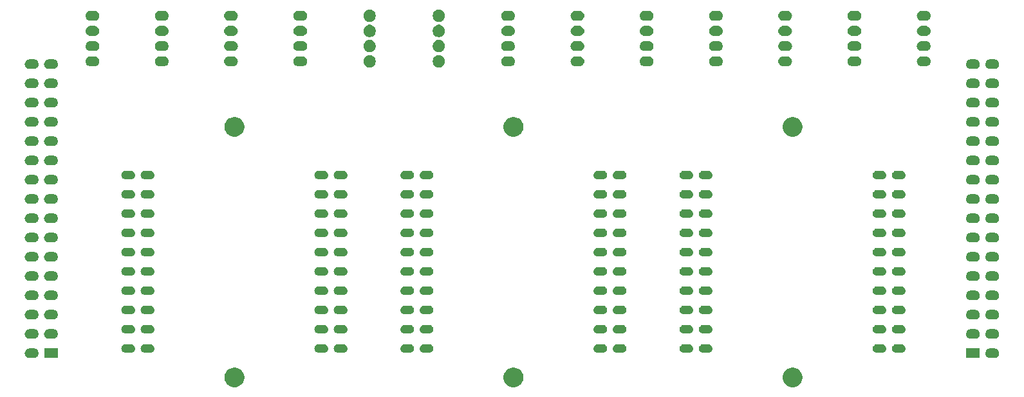
<source format=gts>
G04 #@! TF.GenerationSoftware,KiCad,Pcbnew,(5.1.5)-3*
G04 #@! TF.CreationDate,2020-02-06T21:26:36+01:00*
G04 #@! TF.ProjectId,wemos-baseplate,77656d6f-732d-4626-9173-65706c617465,rev?*
G04 #@! TF.SameCoordinates,Original*
G04 #@! TF.FileFunction,Soldermask,Top*
G04 #@! TF.FilePolarity,Negative*
%FSLAX46Y46*%
G04 Gerber Fmt 4.6, Leading zero omitted, Abs format (unit mm)*
G04 Created by KiCad (PCBNEW (5.1.5)-3) date 2020-02-06 21:26:36*
%MOMM*%
%LPD*%
G04 APERTURE LIST*
%ADD10C,0.100000*%
G04 APERTURE END LIST*
D10*
G36*
X100709487Y-121303996D02*
G01*
X100946253Y-121402068D01*
X100946255Y-121402069D01*
X101159339Y-121544447D01*
X101340553Y-121725661D01*
X101482932Y-121938747D01*
X101581004Y-122175513D01*
X101631000Y-122426861D01*
X101631000Y-122683139D01*
X101581004Y-122934487D01*
X101482932Y-123171253D01*
X101482931Y-123171255D01*
X101340553Y-123384339D01*
X101159339Y-123565553D01*
X100946255Y-123707931D01*
X100946254Y-123707932D01*
X100946253Y-123707932D01*
X100709487Y-123806004D01*
X100458139Y-123856000D01*
X100201861Y-123856000D01*
X99950513Y-123806004D01*
X99713747Y-123707932D01*
X99713746Y-123707932D01*
X99713745Y-123707931D01*
X99500661Y-123565553D01*
X99319447Y-123384339D01*
X99177069Y-123171255D01*
X99177068Y-123171253D01*
X99078996Y-122934487D01*
X99029000Y-122683139D01*
X99029000Y-122426861D01*
X99078996Y-122175513D01*
X99177068Y-121938747D01*
X99319447Y-121725661D01*
X99500661Y-121544447D01*
X99713745Y-121402069D01*
X99713747Y-121402068D01*
X99950513Y-121303996D01*
X100201861Y-121254000D01*
X100458139Y-121254000D01*
X100709487Y-121303996D01*
G37*
G36*
X174129487Y-121303996D02*
G01*
X174366253Y-121402068D01*
X174366255Y-121402069D01*
X174579339Y-121544447D01*
X174760553Y-121725661D01*
X174902932Y-121938747D01*
X175001004Y-122175513D01*
X175051000Y-122426861D01*
X175051000Y-122683139D01*
X175001004Y-122934487D01*
X174902932Y-123171253D01*
X174902931Y-123171255D01*
X174760553Y-123384339D01*
X174579339Y-123565553D01*
X174366255Y-123707931D01*
X174366254Y-123707932D01*
X174366253Y-123707932D01*
X174129487Y-123806004D01*
X173878139Y-123856000D01*
X173621861Y-123856000D01*
X173370513Y-123806004D01*
X173133747Y-123707932D01*
X173133746Y-123707932D01*
X173133745Y-123707931D01*
X172920661Y-123565553D01*
X172739447Y-123384339D01*
X172597069Y-123171255D01*
X172597068Y-123171253D01*
X172498996Y-122934487D01*
X172449000Y-122683139D01*
X172449000Y-122426861D01*
X172498996Y-122175513D01*
X172597068Y-121938747D01*
X172739447Y-121725661D01*
X172920661Y-121544447D01*
X173133745Y-121402069D01*
X173133747Y-121402068D01*
X173370513Y-121303996D01*
X173621861Y-121254000D01*
X173878139Y-121254000D01*
X174129487Y-121303996D01*
G37*
G36*
X137419487Y-121303996D02*
G01*
X137656253Y-121402068D01*
X137656255Y-121402069D01*
X137869339Y-121544447D01*
X138050553Y-121725661D01*
X138192932Y-121938747D01*
X138291004Y-122175513D01*
X138341000Y-122426861D01*
X138341000Y-122683139D01*
X138291004Y-122934487D01*
X138192932Y-123171253D01*
X138192931Y-123171255D01*
X138050553Y-123384339D01*
X137869339Y-123565553D01*
X137656255Y-123707931D01*
X137656254Y-123707932D01*
X137656253Y-123707932D01*
X137419487Y-123806004D01*
X137168139Y-123856000D01*
X136911861Y-123856000D01*
X136660513Y-123806004D01*
X136423747Y-123707932D01*
X136423746Y-123707932D01*
X136423745Y-123707931D01*
X136210661Y-123565553D01*
X136029447Y-123384339D01*
X135887069Y-123171255D01*
X135887068Y-123171253D01*
X135788996Y-122934487D01*
X135739000Y-122683139D01*
X135739000Y-122426861D01*
X135788996Y-122175513D01*
X135887068Y-121938747D01*
X136029447Y-121725661D01*
X136210661Y-121544447D01*
X136423745Y-121402069D01*
X136423747Y-121402068D01*
X136660513Y-121303996D01*
X136911861Y-121254000D01*
X137168139Y-121254000D01*
X137419487Y-121303996D01*
G37*
G36*
X77101000Y-120031000D02*
G01*
X75299000Y-120031000D01*
X75299000Y-118729000D01*
X77101000Y-118729000D01*
X77101000Y-120031000D01*
G37*
G36*
X73973855Y-118732140D02*
G01*
X74037618Y-118738420D01*
X74128404Y-118765960D01*
X74160336Y-118775646D01*
X74273425Y-118836094D01*
X74372554Y-118917446D01*
X74453906Y-119016575D01*
X74514354Y-119129664D01*
X74514355Y-119129668D01*
X74551580Y-119252382D01*
X74564149Y-119380000D01*
X74551580Y-119507618D01*
X74524040Y-119598404D01*
X74514354Y-119630336D01*
X74453906Y-119743425D01*
X74372554Y-119842554D01*
X74273425Y-119923906D01*
X74160336Y-119984354D01*
X74128404Y-119994040D01*
X74037618Y-120021580D01*
X73973855Y-120027860D01*
X73941974Y-120031000D01*
X73378026Y-120031000D01*
X73346145Y-120027860D01*
X73282382Y-120021580D01*
X73191596Y-119994040D01*
X73159664Y-119984354D01*
X73046575Y-119923906D01*
X72947446Y-119842554D01*
X72866094Y-119743425D01*
X72805646Y-119630336D01*
X72795960Y-119598404D01*
X72768420Y-119507618D01*
X72755851Y-119380000D01*
X72768420Y-119252382D01*
X72805645Y-119129668D01*
X72805646Y-119129664D01*
X72866094Y-119016575D01*
X72947446Y-118917446D01*
X73046575Y-118836094D01*
X73159664Y-118775646D01*
X73191596Y-118765960D01*
X73282382Y-118738420D01*
X73346145Y-118732140D01*
X73378026Y-118729000D01*
X73941974Y-118729000D01*
X73973855Y-118732140D01*
G37*
G36*
X198386000Y-120031000D02*
G01*
X196584000Y-120031000D01*
X196584000Y-118729000D01*
X198386000Y-118729000D01*
X198386000Y-120031000D01*
G37*
G36*
X200338855Y-118732140D02*
G01*
X200402618Y-118738420D01*
X200493404Y-118765960D01*
X200525336Y-118775646D01*
X200638425Y-118836094D01*
X200737554Y-118917446D01*
X200818906Y-119016575D01*
X200879354Y-119129664D01*
X200879355Y-119129668D01*
X200916580Y-119252382D01*
X200929149Y-119380000D01*
X200916580Y-119507618D01*
X200889040Y-119598404D01*
X200879354Y-119630336D01*
X200818906Y-119743425D01*
X200737554Y-119842554D01*
X200638425Y-119923906D01*
X200525336Y-119984354D01*
X200493404Y-119994040D01*
X200402618Y-120021580D01*
X200338855Y-120027860D01*
X200306974Y-120031000D01*
X199743026Y-120031000D01*
X199711145Y-120027860D01*
X199647382Y-120021580D01*
X199556596Y-119994040D01*
X199524664Y-119984354D01*
X199411575Y-119923906D01*
X199312446Y-119842554D01*
X199231094Y-119743425D01*
X199170646Y-119630336D01*
X199160960Y-119598404D01*
X199133420Y-119507618D01*
X199120851Y-119380000D01*
X199133420Y-119252382D01*
X199170645Y-119129668D01*
X199170646Y-119129664D01*
X199231094Y-119016575D01*
X199312446Y-118917446D01*
X199411575Y-118836094D01*
X199524664Y-118775646D01*
X199556596Y-118765960D01*
X199647382Y-118738420D01*
X199711145Y-118732140D01*
X199743026Y-118729000D01*
X200306974Y-118729000D01*
X200338855Y-118732140D01*
G37*
G36*
X89358015Y-118201973D02*
G01*
X89461879Y-118233479D01*
X89489055Y-118248005D01*
X89557600Y-118284643D01*
X89641501Y-118353499D01*
X89710357Y-118437400D01*
X89746995Y-118505945D01*
X89761521Y-118533121D01*
X89793027Y-118636985D01*
X89803666Y-118745000D01*
X89793027Y-118853015D01*
X89761521Y-118956879D01*
X89761519Y-118956882D01*
X89710357Y-119052600D01*
X89641501Y-119136501D01*
X89557600Y-119205357D01*
X89489055Y-119241995D01*
X89461879Y-119256521D01*
X89358015Y-119288027D01*
X89277067Y-119296000D01*
X88522933Y-119296000D01*
X88441985Y-119288027D01*
X88338121Y-119256521D01*
X88310945Y-119241995D01*
X88242400Y-119205357D01*
X88158499Y-119136501D01*
X88089643Y-119052600D01*
X88038481Y-118956882D01*
X88038479Y-118956879D01*
X88006973Y-118853015D01*
X87996334Y-118745000D01*
X88006973Y-118636985D01*
X88038479Y-118533121D01*
X88053005Y-118505945D01*
X88089643Y-118437400D01*
X88158499Y-118353499D01*
X88242400Y-118284643D01*
X88310945Y-118248005D01*
X88338121Y-118233479D01*
X88441985Y-118201973D01*
X88522933Y-118194000D01*
X89277067Y-118194000D01*
X89358015Y-118201973D01*
G37*
G36*
X162778015Y-118201973D02*
G01*
X162881879Y-118233479D01*
X162909055Y-118248005D01*
X162977600Y-118284643D01*
X163061501Y-118353499D01*
X163130357Y-118437400D01*
X163166995Y-118505945D01*
X163181521Y-118533121D01*
X163213027Y-118636985D01*
X163223666Y-118745000D01*
X163213027Y-118853015D01*
X163181521Y-118956879D01*
X163181519Y-118956882D01*
X163130357Y-119052600D01*
X163061501Y-119136501D01*
X162977600Y-119205357D01*
X162909055Y-119241995D01*
X162881879Y-119256521D01*
X162778015Y-119288027D01*
X162697067Y-119296000D01*
X161942933Y-119296000D01*
X161861985Y-119288027D01*
X161758121Y-119256521D01*
X161730945Y-119241995D01*
X161662400Y-119205357D01*
X161578499Y-119136501D01*
X161509643Y-119052600D01*
X161458481Y-118956882D01*
X161458479Y-118956879D01*
X161426973Y-118853015D01*
X161416334Y-118745000D01*
X161426973Y-118636985D01*
X161458479Y-118533121D01*
X161473005Y-118505945D01*
X161509643Y-118437400D01*
X161578499Y-118353499D01*
X161662400Y-118284643D01*
X161730945Y-118248005D01*
X161758121Y-118233479D01*
X161861985Y-118201973D01*
X161942933Y-118194000D01*
X162697067Y-118194000D01*
X162778015Y-118201973D01*
G37*
G36*
X86818015Y-118201973D02*
G01*
X86921879Y-118233479D01*
X86949055Y-118248005D01*
X87017600Y-118284643D01*
X87101501Y-118353499D01*
X87170357Y-118437400D01*
X87206995Y-118505945D01*
X87221521Y-118533121D01*
X87253027Y-118636985D01*
X87263666Y-118745000D01*
X87253027Y-118853015D01*
X87221521Y-118956879D01*
X87221519Y-118956882D01*
X87170357Y-119052600D01*
X87101501Y-119136501D01*
X87017600Y-119205357D01*
X86949055Y-119241995D01*
X86921879Y-119256521D01*
X86818015Y-119288027D01*
X86737067Y-119296000D01*
X85982933Y-119296000D01*
X85901985Y-119288027D01*
X85798121Y-119256521D01*
X85770945Y-119241995D01*
X85702400Y-119205357D01*
X85618499Y-119136501D01*
X85549643Y-119052600D01*
X85498481Y-118956882D01*
X85498479Y-118956879D01*
X85466973Y-118853015D01*
X85456334Y-118745000D01*
X85466973Y-118636985D01*
X85498479Y-118533121D01*
X85513005Y-118505945D01*
X85549643Y-118437400D01*
X85618499Y-118353499D01*
X85702400Y-118284643D01*
X85770945Y-118248005D01*
X85798121Y-118233479D01*
X85901985Y-118201973D01*
X85982933Y-118194000D01*
X86737067Y-118194000D01*
X86818015Y-118201973D01*
G37*
G36*
X160238015Y-118201973D02*
G01*
X160341879Y-118233479D01*
X160369055Y-118248005D01*
X160437600Y-118284643D01*
X160521501Y-118353499D01*
X160590357Y-118437400D01*
X160626995Y-118505945D01*
X160641521Y-118533121D01*
X160673027Y-118636985D01*
X160683666Y-118745000D01*
X160673027Y-118853015D01*
X160641521Y-118956879D01*
X160641519Y-118956882D01*
X160590357Y-119052600D01*
X160521501Y-119136501D01*
X160437600Y-119205357D01*
X160369055Y-119241995D01*
X160341879Y-119256521D01*
X160238015Y-119288027D01*
X160157067Y-119296000D01*
X159402933Y-119296000D01*
X159321985Y-119288027D01*
X159218121Y-119256521D01*
X159190945Y-119241995D01*
X159122400Y-119205357D01*
X159038499Y-119136501D01*
X158969643Y-119052600D01*
X158918481Y-118956882D01*
X158918479Y-118956879D01*
X158886973Y-118853015D01*
X158876334Y-118745000D01*
X158886973Y-118636985D01*
X158918479Y-118533121D01*
X158933005Y-118505945D01*
X158969643Y-118437400D01*
X159038499Y-118353499D01*
X159122400Y-118284643D01*
X159190945Y-118248005D01*
X159218121Y-118233479D01*
X159321985Y-118201973D01*
X159402933Y-118194000D01*
X160157067Y-118194000D01*
X160238015Y-118201973D01*
G37*
G36*
X114758015Y-118201973D02*
G01*
X114861879Y-118233479D01*
X114889055Y-118248005D01*
X114957600Y-118284643D01*
X115041501Y-118353499D01*
X115110357Y-118437400D01*
X115146995Y-118505945D01*
X115161521Y-118533121D01*
X115193027Y-118636985D01*
X115203666Y-118745000D01*
X115193027Y-118853015D01*
X115161521Y-118956879D01*
X115161519Y-118956882D01*
X115110357Y-119052600D01*
X115041501Y-119136501D01*
X114957600Y-119205357D01*
X114889055Y-119241995D01*
X114861879Y-119256521D01*
X114758015Y-119288027D01*
X114677067Y-119296000D01*
X113922933Y-119296000D01*
X113841985Y-119288027D01*
X113738121Y-119256521D01*
X113710945Y-119241995D01*
X113642400Y-119205357D01*
X113558499Y-119136501D01*
X113489643Y-119052600D01*
X113438481Y-118956882D01*
X113438479Y-118956879D01*
X113406973Y-118853015D01*
X113396334Y-118745000D01*
X113406973Y-118636985D01*
X113438479Y-118533121D01*
X113453005Y-118505945D01*
X113489643Y-118437400D01*
X113558499Y-118353499D01*
X113642400Y-118284643D01*
X113710945Y-118248005D01*
X113738121Y-118233479D01*
X113841985Y-118201973D01*
X113922933Y-118194000D01*
X114677067Y-118194000D01*
X114758015Y-118201973D01*
G37*
G36*
X112218015Y-118201973D02*
G01*
X112321879Y-118233479D01*
X112349055Y-118248005D01*
X112417600Y-118284643D01*
X112501501Y-118353499D01*
X112570357Y-118437400D01*
X112606995Y-118505945D01*
X112621521Y-118533121D01*
X112653027Y-118636985D01*
X112663666Y-118745000D01*
X112653027Y-118853015D01*
X112621521Y-118956879D01*
X112621519Y-118956882D01*
X112570357Y-119052600D01*
X112501501Y-119136501D01*
X112417600Y-119205357D01*
X112349055Y-119241995D01*
X112321879Y-119256521D01*
X112218015Y-119288027D01*
X112137067Y-119296000D01*
X111382933Y-119296000D01*
X111301985Y-119288027D01*
X111198121Y-119256521D01*
X111170945Y-119241995D01*
X111102400Y-119205357D01*
X111018499Y-119136501D01*
X110949643Y-119052600D01*
X110898481Y-118956882D01*
X110898479Y-118956879D01*
X110866973Y-118853015D01*
X110856334Y-118745000D01*
X110866973Y-118636985D01*
X110898479Y-118533121D01*
X110913005Y-118505945D01*
X110949643Y-118437400D01*
X111018499Y-118353499D01*
X111102400Y-118284643D01*
X111170945Y-118248005D01*
X111198121Y-118233479D01*
X111301985Y-118201973D01*
X111382933Y-118194000D01*
X112137067Y-118194000D01*
X112218015Y-118201973D01*
G37*
G36*
X185638015Y-118201973D02*
G01*
X185741879Y-118233479D01*
X185769055Y-118248005D01*
X185837600Y-118284643D01*
X185921501Y-118353499D01*
X185990357Y-118437400D01*
X186026995Y-118505945D01*
X186041521Y-118533121D01*
X186073027Y-118636985D01*
X186083666Y-118745000D01*
X186073027Y-118853015D01*
X186041521Y-118956879D01*
X186041519Y-118956882D01*
X185990357Y-119052600D01*
X185921501Y-119136501D01*
X185837600Y-119205357D01*
X185769055Y-119241995D01*
X185741879Y-119256521D01*
X185638015Y-119288027D01*
X185557067Y-119296000D01*
X184802933Y-119296000D01*
X184721985Y-119288027D01*
X184618121Y-119256521D01*
X184590945Y-119241995D01*
X184522400Y-119205357D01*
X184438499Y-119136501D01*
X184369643Y-119052600D01*
X184318481Y-118956882D01*
X184318479Y-118956879D01*
X184286973Y-118853015D01*
X184276334Y-118745000D01*
X184286973Y-118636985D01*
X184318479Y-118533121D01*
X184333005Y-118505945D01*
X184369643Y-118437400D01*
X184438499Y-118353499D01*
X184522400Y-118284643D01*
X184590945Y-118248005D01*
X184618121Y-118233479D01*
X184721985Y-118201973D01*
X184802933Y-118194000D01*
X185557067Y-118194000D01*
X185638015Y-118201973D01*
G37*
G36*
X188178015Y-118201973D02*
G01*
X188281879Y-118233479D01*
X188309055Y-118248005D01*
X188377600Y-118284643D01*
X188461501Y-118353499D01*
X188530357Y-118437400D01*
X188566995Y-118505945D01*
X188581521Y-118533121D01*
X188613027Y-118636985D01*
X188623666Y-118745000D01*
X188613027Y-118853015D01*
X188581521Y-118956879D01*
X188581519Y-118956882D01*
X188530357Y-119052600D01*
X188461501Y-119136501D01*
X188377600Y-119205357D01*
X188309055Y-119241995D01*
X188281879Y-119256521D01*
X188178015Y-119288027D01*
X188097067Y-119296000D01*
X187342933Y-119296000D01*
X187261985Y-119288027D01*
X187158121Y-119256521D01*
X187130945Y-119241995D01*
X187062400Y-119205357D01*
X186978499Y-119136501D01*
X186909643Y-119052600D01*
X186858481Y-118956882D01*
X186858479Y-118956879D01*
X186826973Y-118853015D01*
X186816334Y-118745000D01*
X186826973Y-118636985D01*
X186858479Y-118533121D01*
X186873005Y-118505945D01*
X186909643Y-118437400D01*
X186978499Y-118353499D01*
X187062400Y-118284643D01*
X187130945Y-118248005D01*
X187158121Y-118233479D01*
X187261985Y-118201973D01*
X187342933Y-118194000D01*
X188097067Y-118194000D01*
X188178015Y-118201973D01*
G37*
G36*
X148928015Y-118201973D02*
G01*
X149031879Y-118233479D01*
X149059055Y-118248005D01*
X149127600Y-118284643D01*
X149211501Y-118353499D01*
X149280357Y-118437400D01*
X149316995Y-118505945D01*
X149331521Y-118533121D01*
X149363027Y-118636985D01*
X149373666Y-118745000D01*
X149363027Y-118853015D01*
X149331521Y-118956879D01*
X149331519Y-118956882D01*
X149280357Y-119052600D01*
X149211501Y-119136501D01*
X149127600Y-119205357D01*
X149059055Y-119241995D01*
X149031879Y-119256521D01*
X148928015Y-119288027D01*
X148847067Y-119296000D01*
X148092933Y-119296000D01*
X148011985Y-119288027D01*
X147908121Y-119256521D01*
X147880945Y-119241995D01*
X147812400Y-119205357D01*
X147728499Y-119136501D01*
X147659643Y-119052600D01*
X147608481Y-118956882D01*
X147608479Y-118956879D01*
X147576973Y-118853015D01*
X147566334Y-118745000D01*
X147576973Y-118636985D01*
X147608479Y-118533121D01*
X147623005Y-118505945D01*
X147659643Y-118437400D01*
X147728499Y-118353499D01*
X147812400Y-118284643D01*
X147880945Y-118248005D01*
X147908121Y-118233479D01*
X148011985Y-118201973D01*
X148092933Y-118194000D01*
X148847067Y-118194000D01*
X148928015Y-118201973D01*
G37*
G36*
X126068015Y-118201973D02*
G01*
X126171879Y-118233479D01*
X126199055Y-118248005D01*
X126267600Y-118284643D01*
X126351501Y-118353499D01*
X126420357Y-118437400D01*
X126456995Y-118505945D01*
X126471521Y-118533121D01*
X126503027Y-118636985D01*
X126513666Y-118745000D01*
X126503027Y-118853015D01*
X126471521Y-118956879D01*
X126471519Y-118956882D01*
X126420357Y-119052600D01*
X126351501Y-119136501D01*
X126267600Y-119205357D01*
X126199055Y-119241995D01*
X126171879Y-119256521D01*
X126068015Y-119288027D01*
X125987067Y-119296000D01*
X125232933Y-119296000D01*
X125151985Y-119288027D01*
X125048121Y-119256521D01*
X125020945Y-119241995D01*
X124952400Y-119205357D01*
X124868499Y-119136501D01*
X124799643Y-119052600D01*
X124748481Y-118956882D01*
X124748479Y-118956879D01*
X124716973Y-118853015D01*
X124706334Y-118745000D01*
X124716973Y-118636985D01*
X124748479Y-118533121D01*
X124763005Y-118505945D01*
X124799643Y-118437400D01*
X124868499Y-118353499D01*
X124952400Y-118284643D01*
X125020945Y-118248005D01*
X125048121Y-118233479D01*
X125151985Y-118201973D01*
X125232933Y-118194000D01*
X125987067Y-118194000D01*
X126068015Y-118201973D01*
G37*
G36*
X123528015Y-118201973D02*
G01*
X123631879Y-118233479D01*
X123659055Y-118248005D01*
X123727600Y-118284643D01*
X123811501Y-118353499D01*
X123880357Y-118437400D01*
X123916995Y-118505945D01*
X123931521Y-118533121D01*
X123963027Y-118636985D01*
X123973666Y-118745000D01*
X123963027Y-118853015D01*
X123931521Y-118956879D01*
X123931519Y-118956882D01*
X123880357Y-119052600D01*
X123811501Y-119136501D01*
X123727600Y-119205357D01*
X123659055Y-119241995D01*
X123631879Y-119256521D01*
X123528015Y-119288027D01*
X123447067Y-119296000D01*
X122692933Y-119296000D01*
X122611985Y-119288027D01*
X122508121Y-119256521D01*
X122480945Y-119241995D01*
X122412400Y-119205357D01*
X122328499Y-119136501D01*
X122259643Y-119052600D01*
X122208481Y-118956882D01*
X122208479Y-118956879D01*
X122176973Y-118853015D01*
X122166334Y-118745000D01*
X122176973Y-118636985D01*
X122208479Y-118533121D01*
X122223005Y-118505945D01*
X122259643Y-118437400D01*
X122328499Y-118353499D01*
X122412400Y-118284643D01*
X122480945Y-118248005D01*
X122508121Y-118233479D01*
X122611985Y-118201973D01*
X122692933Y-118194000D01*
X123447067Y-118194000D01*
X123528015Y-118201973D01*
G37*
G36*
X151468015Y-118201973D02*
G01*
X151571879Y-118233479D01*
X151599055Y-118248005D01*
X151667600Y-118284643D01*
X151751501Y-118353499D01*
X151820357Y-118437400D01*
X151856995Y-118505945D01*
X151871521Y-118533121D01*
X151903027Y-118636985D01*
X151913666Y-118745000D01*
X151903027Y-118853015D01*
X151871521Y-118956879D01*
X151871519Y-118956882D01*
X151820357Y-119052600D01*
X151751501Y-119136501D01*
X151667600Y-119205357D01*
X151599055Y-119241995D01*
X151571879Y-119256521D01*
X151468015Y-119288027D01*
X151387067Y-119296000D01*
X150632933Y-119296000D01*
X150551985Y-119288027D01*
X150448121Y-119256521D01*
X150420945Y-119241995D01*
X150352400Y-119205357D01*
X150268499Y-119136501D01*
X150199643Y-119052600D01*
X150148481Y-118956882D01*
X150148479Y-118956879D01*
X150116973Y-118853015D01*
X150106334Y-118745000D01*
X150116973Y-118636985D01*
X150148479Y-118533121D01*
X150163005Y-118505945D01*
X150199643Y-118437400D01*
X150268499Y-118353499D01*
X150352400Y-118284643D01*
X150420945Y-118248005D01*
X150448121Y-118233479D01*
X150551985Y-118201973D01*
X150632933Y-118194000D01*
X151387067Y-118194000D01*
X151468015Y-118201973D01*
G37*
G36*
X200338855Y-116192140D02*
G01*
X200402618Y-116198420D01*
X200493404Y-116225960D01*
X200525336Y-116235646D01*
X200638425Y-116296094D01*
X200737554Y-116377446D01*
X200818906Y-116476575D01*
X200879354Y-116589664D01*
X200879355Y-116589668D01*
X200916580Y-116712382D01*
X200929149Y-116840000D01*
X200916580Y-116967618D01*
X200889040Y-117058404D01*
X200879354Y-117090336D01*
X200818906Y-117203425D01*
X200737554Y-117302554D01*
X200638425Y-117383906D01*
X200525336Y-117444354D01*
X200493404Y-117454040D01*
X200402618Y-117481580D01*
X200338855Y-117487860D01*
X200306974Y-117491000D01*
X199743026Y-117491000D01*
X199711145Y-117487860D01*
X199647382Y-117481580D01*
X199556596Y-117454040D01*
X199524664Y-117444354D01*
X199411575Y-117383906D01*
X199312446Y-117302554D01*
X199231094Y-117203425D01*
X199170646Y-117090336D01*
X199160960Y-117058404D01*
X199133420Y-116967618D01*
X199120851Y-116840000D01*
X199133420Y-116712382D01*
X199170645Y-116589668D01*
X199170646Y-116589664D01*
X199231094Y-116476575D01*
X199312446Y-116377446D01*
X199411575Y-116296094D01*
X199524664Y-116235646D01*
X199556596Y-116225960D01*
X199647382Y-116198420D01*
X199711145Y-116192140D01*
X199743026Y-116189000D01*
X200306974Y-116189000D01*
X200338855Y-116192140D01*
G37*
G36*
X197798855Y-116192140D02*
G01*
X197862618Y-116198420D01*
X197953404Y-116225960D01*
X197985336Y-116235646D01*
X198098425Y-116296094D01*
X198197554Y-116377446D01*
X198278906Y-116476575D01*
X198339354Y-116589664D01*
X198339355Y-116589668D01*
X198376580Y-116712382D01*
X198389149Y-116840000D01*
X198376580Y-116967618D01*
X198349040Y-117058404D01*
X198339354Y-117090336D01*
X198278906Y-117203425D01*
X198197554Y-117302554D01*
X198098425Y-117383906D01*
X197985336Y-117444354D01*
X197953404Y-117454040D01*
X197862618Y-117481580D01*
X197798855Y-117487860D01*
X197766974Y-117491000D01*
X197203026Y-117491000D01*
X197171145Y-117487860D01*
X197107382Y-117481580D01*
X197016596Y-117454040D01*
X196984664Y-117444354D01*
X196871575Y-117383906D01*
X196772446Y-117302554D01*
X196691094Y-117203425D01*
X196630646Y-117090336D01*
X196620960Y-117058404D01*
X196593420Y-116967618D01*
X196580851Y-116840000D01*
X196593420Y-116712382D01*
X196630645Y-116589668D01*
X196630646Y-116589664D01*
X196691094Y-116476575D01*
X196772446Y-116377446D01*
X196871575Y-116296094D01*
X196984664Y-116235646D01*
X197016596Y-116225960D01*
X197107382Y-116198420D01*
X197171145Y-116192140D01*
X197203026Y-116189000D01*
X197766974Y-116189000D01*
X197798855Y-116192140D01*
G37*
G36*
X76513855Y-116192140D02*
G01*
X76577618Y-116198420D01*
X76668404Y-116225960D01*
X76700336Y-116235646D01*
X76813425Y-116296094D01*
X76912554Y-116377446D01*
X76993906Y-116476575D01*
X77054354Y-116589664D01*
X77054355Y-116589668D01*
X77091580Y-116712382D01*
X77104149Y-116840000D01*
X77091580Y-116967618D01*
X77064040Y-117058404D01*
X77054354Y-117090336D01*
X76993906Y-117203425D01*
X76912554Y-117302554D01*
X76813425Y-117383906D01*
X76700336Y-117444354D01*
X76668404Y-117454040D01*
X76577618Y-117481580D01*
X76513855Y-117487860D01*
X76481974Y-117491000D01*
X75918026Y-117491000D01*
X75886145Y-117487860D01*
X75822382Y-117481580D01*
X75731596Y-117454040D01*
X75699664Y-117444354D01*
X75586575Y-117383906D01*
X75487446Y-117302554D01*
X75406094Y-117203425D01*
X75345646Y-117090336D01*
X75335960Y-117058404D01*
X75308420Y-116967618D01*
X75295851Y-116840000D01*
X75308420Y-116712382D01*
X75345645Y-116589668D01*
X75345646Y-116589664D01*
X75406094Y-116476575D01*
X75487446Y-116377446D01*
X75586575Y-116296094D01*
X75699664Y-116235646D01*
X75731596Y-116225960D01*
X75822382Y-116198420D01*
X75886145Y-116192140D01*
X75918026Y-116189000D01*
X76481974Y-116189000D01*
X76513855Y-116192140D01*
G37*
G36*
X73973855Y-116192140D02*
G01*
X74037618Y-116198420D01*
X74128404Y-116225960D01*
X74160336Y-116235646D01*
X74273425Y-116296094D01*
X74372554Y-116377446D01*
X74453906Y-116476575D01*
X74514354Y-116589664D01*
X74514355Y-116589668D01*
X74551580Y-116712382D01*
X74564149Y-116840000D01*
X74551580Y-116967618D01*
X74524040Y-117058404D01*
X74514354Y-117090336D01*
X74453906Y-117203425D01*
X74372554Y-117302554D01*
X74273425Y-117383906D01*
X74160336Y-117444354D01*
X74128404Y-117454040D01*
X74037618Y-117481580D01*
X73973855Y-117487860D01*
X73941974Y-117491000D01*
X73378026Y-117491000D01*
X73346145Y-117487860D01*
X73282382Y-117481580D01*
X73191596Y-117454040D01*
X73159664Y-117444354D01*
X73046575Y-117383906D01*
X72947446Y-117302554D01*
X72866094Y-117203425D01*
X72805646Y-117090336D01*
X72795960Y-117058404D01*
X72768420Y-116967618D01*
X72755851Y-116840000D01*
X72768420Y-116712382D01*
X72805645Y-116589668D01*
X72805646Y-116589664D01*
X72866094Y-116476575D01*
X72947446Y-116377446D01*
X73046575Y-116296094D01*
X73159664Y-116235646D01*
X73191596Y-116225960D01*
X73282382Y-116198420D01*
X73346145Y-116192140D01*
X73378026Y-116189000D01*
X73941974Y-116189000D01*
X73973855Y-116192140D01*
G37*
G36*
X114758015Y-115661973D02*
G01*
X114861879Y-115693479D01*
X114889055Y-115708005D01*
X114957600Y-115744643D01*
X115041501Y-115813499D01*
X115110357Y-115897400D01*
X115146995Y-115965945D01*
X115161521Y-115993121D01*
X115193027Y-116096985D01*
X115203666Y-116205000D01*
X115193027Y-116313015D01*
X115161521Y-116416879D01*
X115161519Y-116416882D01*
X115110357Y-116512600D01*
X115041501Y-116596501D01*
X114957600Y-116665357D01*
X114889055Y-116701995D01*
X114861879Y-116716521D01*
X114758015Y-116748027D01*
X114677067Y-116756000D01*
X113922933Y-116756000D01*
X113841985Y-116748027D01*
X113738121Y-116716521D01*
X113710945Y-116701995D01*
X113642400Y-116665357D01*
X113558499Y-116596501D01*
X113489643Y-116512600D01*
X113438481Y-116416882D01*
X113438479Y-116416879D01*
X113406973Y-116313015D01*
X113396334Y-116205000D01*
X113406973Y-116096985D01*
X113438479Y-115993121D01*
X113453005Y-115965945D01*
X113489643Y-115897400D01*
X113558499Y-115813499D01*
X113642400Y-115744643D01*
X113710945Y-115708005D01*
X113738121Y-115693479D01*
X113841985Y-115661973D01*
X113922933Y-115654000D01*
X114677067Y-115654000D01*
X114758015Y-115661973D01*
G37*
G36*
X162778015Y-115661973D02*
G01*
X162881879Y-115693479D01*
X162909055Y-115708005D01*
X162977600Y-115744643D01*
X163061501Y-115813499D01*
X163130357Y-115897400D01*
X163166995Y-115965945D01*
X163181521Y-115993121D01*
X163213027Y-116096985D01*
X163223666Y-116205000D01*
X163213027Y-116313015D01*
X163181521Y-116416879D01*
X163181519Y-116416882D01*
X163130357Y-116512600D01*
X163061501Y-116596501D01*
X162977600Y-116665357D01*
X162909055Y-116701995D01*
X162881879Y-116716521D01*
X162778015Y-116748027D01*
X162697067Y-116756000D01*
X161942933Y-116756000D01*
X161861985Y-116748027D01*
X161758121Y-116716521D01*
X161730945Y-116701995D01*
X161662400Y-116665357D01*
X161578499Y-116596501D01*
X161509643Y-116512600D01*
X161458481Y-116416882D01*
X161458479Y-116416879D01*
X161426973Y-116313015D01*
X161416334Y-116205000D01*
X161426973Y-116096985D01*
X161458479Y-115993121D01*
X161473005Y-115965945D01*
X161509643Y-115897400D01*
X161578499Y-115813499D01*
X161662400Y-115744643D01*
X161730945Y-115708005D01*
X161758121Y-115693479D01*
X161861985Y-115661973D01*
X161942933Y-115654000D01*
X162697067Y-115654000D01*
X162778015Y-115661973D01*
G37*
G36*
X185638015Y-115661973D02*
G01*
X185741879Y-115693479D01*
X185769055Y-115708005D01*
X185837600Y-115744643D01*
X185921501Y-115813499D01*
X185990357Y-115897400D01*
X186026995Y-115965945D01*
X186041521Y-115993121D01*
X186073027Y-116096985D01*
X186083666Y-116205000D01*
X186073027Y-116313015D01*
X186041521Y-116416879D01*
X186041519Y-116416882D01*
X185990357Y-116512600D01*
X185921501Y-116596501D01*
X185837600Y-116665357D01*
X185769055Y-116701995D01*
X185741879Y-116716521D01*
X185638015Y-116748027D01*
X185557067Y-116756000D01*
X184802933Y-116756000D01*
X184721985Y-116748027D01*
X184618121Y-116716521D01*
X184590945Y-116701995D01*
X184522400Y-116665357D01*
X184438499Y-116596501D01*
X184369643Y-116512600D01*
X184318481Y-116416882D01*
X184318479Y-116416879D01*
X184286973Y-116313015D01*
X184276334Y-116205000D01*
X184286973Y-116096985D01*
X184318479Y-115993121D01*
X184333005Y-115965945D01*
X184369643Y-115897400D01*
X184438499Y-115813499D01*
X184522400Y-115744643D01*
X184590945Y-115708005D01*
X184618121Y-115693479D01*
X184721985Y-115661973D01*
X184802933Y-115654000D01*
X185557067Y-115654000D01*
X185638015Y-115661973D01*
G37*
G36*
X160238015Y-115661973D02*
G01*
X160341879Y-115693479D01*
X160369055Y-115708005D01*
X160437600Y-115744643D01*
X160521501Y-115813499D01*
X160590357Y-115897400D01*
X160626995Y-115965945D01*
X160641521Y-115993121D01*
X160673027Y-116096985D01*
X160683666Y-116205000D01*
X160673027Y-116313015D01*
X160641521Y-116416879D01*
X160641519Y-116416882D01*
X160590357Y-116512600D01*
X160521501Y-116596501D01*
X160437600Y-116665357D01*
X160369055Y-116701995D01*
X160341879Y-116716521D01*
X160238015Y-116748027D01*
X160157067Y-116756000D01*
X159402933Y-116756000D01*
X159321985Y-116748027D01*
X159218121Y-116716521D01*
X159190945Y-116701995D01*
X159122400Y-116665357D01*
X159038499Y-116596501D01*
X158969643Y-116512600D01*
X158918481Y-116416882D01*
X158918479Y-116416879D01*
X158886973Y-116313015D01*
X158876334Y-116205000D01*
X158886973Y-116096985D01*
X158918479Y-115993121D01*
X158933005Y-115965945D01*
X158969643Y-115897400D01*
X159038499Y-115813499D01*
X159122400Y-115744643D01*
X159190945Y-115708005D01*
X159218121Y-115693479D01*
X159321985Y-115661973D01*
X159402933Y-115654000D01*
X160157067Y-115654000D01*
X160238015Y-115661973D01*
G37*
G36*
X86818015Y-115661973D02*
G01*
X86921879Y-115693479D01*
X86949055Y-115708005D01*
X87017600Y-115744643D01*
X87101501Y-115813499D01*
X87170357Y-115897400D01*
X87206995Y-115965945D01*
X87221521Y-115993121D01*
X87253027Y-116096985D01*
X87263666Y-116205000D01*
X87253027Y-116313015D01*
X87221521Y-116416879D01*
X87221519Y-116416882D01*
X87170357Y-116512600D01*
X87101501Y-116596501D01*
X87017600Y-116665357D01*
X86949055Y-116701995D01*
X86921879Y-116716521D01*
X86818015Y-116748027D01*
X86737067Y-116756000D01*
X85982933Y-116756000D01*
X85901985Y-116748027D01*
X85798121Y-116716521D01*
X85770945Y-116701995D01*
X85702400Y-116665357D01*
X85618499Y-116596501D01*
X85549643Y-116512600D01*
X85498481Y-116416882D01*
X85498479Y-116416879D01*
X85466973Y-116313015D01*
X85456334Y-116205000D01*
X85466973Y-116096985D01*
X85498479Y-115993121D01*
X85513005Y-115965945D01*
X85549643Y-115897400D01*
X85618499Y-115813499D01*
X85702400Y-115744643D01*
X85770945Y-115708005D01*
X85798121Y-115693479D01*
X85901985Y-115661973D01*
X85982933Y-115654000D01*
X86737067Y-115654000D01*
X86818015Y-115661973D01*
G37*
G36*
X123528015Y-115661973D02*
G01*
X123631879Y-115693479D01*
X123659055Y-115708005D01*
X123727600Y-115744643D01*
X123811501Y-115813499D01*
X123880357Y-115897400D01*
X123916995Y-115965945D01*
X123931521Y-115993121D01*
X123963027Y-116096985D01*
X123973666Y-116205000D01*
X123963027Y-116313015D01*
X123931521Y-116416879D01*
X123931519Y-116416882D01*
X123880357Y-116512600D01*
X123811501Y-116596501D01*
X123727600Y-116665357D01*
X123659055Y-116701995D01*
X123631879Y-116716521D01*
X123528015Y-116748027D01*
X123447067Y-116756000D01*
X122692933Y-116756000D01*
X122611985Y-116748027D01*
X122508121Y-116716521D01*
X122480945Y-116701995D01*
X122412400Y-116665357D01*
X122328499Y-116596501D01*
X122259643Y-116512600D01*
X122208481Y-116416882D01*
X122208479Y-116416879D01*
X122176973Y-116313015D01*
X122166334Y-116205000D01*
X122176973Y-116096985D01*
X122208479Y-115993121D01*
X122223005Y-115965945D01*
X122259643Y-115897400D01*
X122328499Y-115813499D01*
X122412400Y-115744643D01*
X122480945Y-115708005D01*
X122508121Y-115693479D01*
X122611985Y-115661973D01*
X122692933Y-115654000D01*
X123447067Y-115654000D01*
X123528015Y-115661973D01*
G37*
G36*
X126068015Y-115661973D02*
G01*
X126171879Y-115693479D01*
X126199055Y-115708005D01*
X126267600Y-115744643D01*
X126351501Y-115813499D01*
X126420357Y-115897400D01*
X126456995Y-115965945D01*
X126471521Y-115993121D01*
X126503027Y-116096985D01*
X126513666Y-116205000D01*
X126503027Y-116313015D01*
X126471521Y-116416879D01*
X126471519Y-116416882D01*
X126420357Y-116512600D01*
X126351501Y-116596501D01*
X126267600Y-116665357D01*
X126199055Y-116701995D01*
X126171879Y-116716521D01*
X126068015Y-116748027D01*
X125987067Y-116756000D01*
X125232933Y-116756000D01*
X125151985Y-116748027D01*
X125048121Y-116716521D01*
X125020945Y-116701995D01*
X124952400Y-116665357D01*
X124868499Y-116596501D01*
X124799643Y-116512600D01*
X124748481Y-116416882D01*
X124748479Y-116416879D01*
X124716973Y-116313015D01*
X124706334Y-116205000D01*
X124716973Y-116096985D01*
X124748479Y-115993121D01*
X124763005Y-115965945D01*
X124799643Y-115897400D01*
X124868499Y-115813499D01*
X124952400Y-115744643D01*
X125020945Y-115708005D01*
X125048121Y-115693479D01*
X125151985Y-115661973D01*
X125232933Y-115654000D01*
X125987067Y-115654000D01*
X126068015Y-115661973D01*
G37*
G36*
X148928015Y-115661973D02*
G01*
X149031879Y-115693479D01*
X149059055Y-115708005D01*
X149127600Y-115744643D01*
X149211501Y-115813499D01*
X149280357Y-115897400D01*
X149316995Y-115965945D01*
X149331521Y-115993121D01*
X149363027Y-116096985D01*
X149373666Y-116205000D01*
X149363027Y-116313015D01*
X149331521Y-116416879D01*
X149331519Y-116416882D01*
X149280357Y-116512600D01*
X149211501Y-116596501D01*
X149127600Y-116665357D01*
X149059055Y-116701995D01*
X149031879Y-116716521D01*
X148928015Y-116748027D01*
X148847067Y-116756000D01*
X148092933Y-116756000D01*
X148011985Y-116748027D01*
X147908121Y-116716521D01*
X147880945Y-116701995D01*
X147812400Y-116665357D01*
X147728499Y-116596501D01*
X147659643Y-116512600D01*
X147608481Y-116416882D01*
X147608479Y-116416879D01*
X147576973Y-116313015D01*
X147566334Y-116205000D01*
X147576973Y-116096985D01*
X147608479Y-115993121D01*
X147623005Y-115965945D01*
X147659643Y-115897400D01*
X147728499Y-115813499D01*
X147812400Y-115744643D01*
X147880945Y-115708005D01*
X147908121Y-115693479D01*
X148011985Y-115661973D01*
X148092933Y-115654000D01*
X148847067Y-115654000D01*
X148928015Y-115661973D01*
G37*
G36*
X151468015Y-115661973D02*
G01*
X151571879Y-115693479D01*
X151599055Y-115708005D01*
X151667600Y-115744643D01*
X151751501Y-115813499D01*
X151820357Y-115897400D01*
X151856995Y-115965945D01*
X151871521Y-115993121D01*
X151903027Y-116096985D01*
X151913666Y-116205000D01*
X151903027Y-116313015D01*
X151871521Y-116416879D01*
X151871519Y-116416882D01*
X151820357Y-116512600D01*
X151751501Y-116596501D01*
X151667600Y-116665357D01*
X151599055Y-116701995D01*
X151571879Y-116716521D01*
X151468015Y-116748027D01*
X151387067Y-116756000D01*
X150632933Y-116756000D01*
X150551985Y-116748027D01*
X150448121Y-116716521D01*
X150420945Y-116701995D01*
X150352400Y-116665357D01*
X150268499Y-116596501D01*
X150199643Y-116512600D01*
X150148481Y-116416882D01*
X150148479Y-116416879D01*
X150116973Y-116313015D01*
X150106334Y-116205000D01*
X150116973Y-116096985D01*
X150148479Y-115993121D01*
X150163005Y-115965945D01*
X150199643Y-115897400D01*
X150268499Y-115813499D01*
X150352400Y-115744643D01*
X150420945Y-115708005D01*
X150448121Y-115693479D01*
X150551985Y-115661973D01*
X150632933Y-115654000D01*
X151387067Y-115654000D01*
X151468015Y-115661973D01*
G37*
G36*
X188178015Y-115661973D02*
G01*
X188281879Y-115693479D01*
X188309055Y-115708005D01*
X188377600Y-115744643D01*
X188461501Y-115813499D01*
X188530357Y-115897400D01*
X188566995Y-115965945D01*
X188581521Y-115993121D01*
X188613027Y-116096985D01*
X188623666Y-116205000D01*
X188613027Y-116313015D01*
X188581521Y-116416879D01*
X188581519Y-116416882D01*
X188530357Y-116512600D01*
X188461501Y-116596501D01*
X188377600Y-116665357D01*
X188309055Y-116701995D01*
X188281879Y-116716521D01*
X188178015Y-116748027D01*
X188097067Y-116756000D01*
X187342933Y-116756000D01*
X187261985Y-116748027D01*
X187158121Y-116716521D01*
X187130945Y-116701995D01*
X187062400Y-116665357D01*
X186978499Y-116596501D01*
X186909643Y-116512600D01*
X186858481Y-116416882D01*
X186858479Y-116416879D01*
X186826973Y-116313015D01*
X186816334Y-116205000D01*
X186826973Y-116096985D01*
X186858479Y-115993121D01*
X186873005Y-115965945D01*
X186909643Y-115897400D01*
X186978499Y-115813499D01*
X187062400Y-115744643D01*
X187130945Y-115708005D01*
X187158121Y-115693479D01*
X187261985Y-115661973D01*
X187342933Y-115654000D01*
X188097067Y-115654000D01*
X188178015Y-115661973D01*
G37*
G36*
X112218015Y-115661973D02*
G01*
X112321879Y-115693479D01*
X112349055Y-115708005D01*
X112417600Y-115744643D01*
X112501501Y-115813499D01*
X112570357Y-115897400D01*
X112606995Y-115965945D01*
X112621521Y-115993121D01*
X112653027Y-116096985D01*
X112663666Y-116205000D01*
X112653027Y-116313015D01*
X112621521Y-116416879D01*
X112621519Y-116416882D01*
X112570357Y-116512600D01*
X112501501Y-116596501D01*
X112417600Y-116665357D01*
X112349055Y-116701995D01*
X112321879Y-116716521D01*
X112218015Y-116748027D01*
X112137067Y-116756000D01*
X111382933Y-116756000D01*
X111301985Y-116748027D01*
X111198121Y-116716521D01*
X111170945Y-116701995D01*
X111102400Y-116665357D01*
X111018499Y-116596501D01*
X110949643Y-116512600D01*
X110898481Y-116416882D01*
X110898479Y-116416879D01*
X110866973Y-116313015D01*
X110856334Y-116205000D01*
X110866973Y-116096985D01*
X110898479Y-115993121D01*
X110913005Y-115965945D01*
X110949643Y-115897400D01*
X111018499Y-115813499D01*
X111102400Y-115744643D01*
X111170945Y-115708005D01*
X111198121Y-115693479D01*
X111301985Y-115661973D01*
X111382933Y-115654000D01*
X112137067Y-115654000D01*
X112218015Y-115661973D01*
G37*
G36*
X89358015Y-115661973D02*
G01*
X89461879Y-115693479D01*
X89489055Y-115708005D01*
X89557600Y-115744643D01*
X89641501Y-115813499D01*
X89710357Y-115897400D01*
X89746995Y-115965945D01*
X89761521Y-115993121D01*
X89793027Y-116096985D01*
X89803666Y-116205000D01*
X89793027Y-116313015D01*
X89761521Y-116416879D01*
X89761519Y-116416882D01*
X89710357Y-116512600D01*
X89641501Y-116596501D01*
X89557600Y-116665357D01*
X89489055Y-116701995D01*
X89461879Y-116716521D01*
X89358015Y-116748027D01*
X89277067Y-116756000D01*
X88522933Y-116756000D01*
X88441985Y-116748027D01*
X88338121Y-116716521D01*
X88310945Y-116701995D01*
X88242400Y-116665357D01*
X88158499Y-116596501D01*
X88089643Y-116512600D01*
X88038481Y-116416882D01*
X88038479Y-116416879D01*
X88006973Y-116313015D01*
X87996334Y-116205000D01*
X88006973Y-116096985D01*
X88038479Y-115993121D01*
X88053005Y-115965945D01*
X88089643Y-115897400D01*
X88158499Y-115813499D01*
X88242400Y-115744643D01*
X88310945Y-115708005D01*
X88338121Y-115693479D01*
X88441985Y-115661973D01*
X88522933Y-115654000D01*
X89277067Y-115654000D01*
X89358015Y-115661973D01*
G37*
G36*
X197798855Y-113652140D02*
G01*
X197862618Y-113658420D01*
X197953404Y-113685960D01*
X197985336Y-113695646D01*
X198098425Y-113756094D01*
X198197554Y-113837446D01*
X198278906Y-113936575D01*
X198339354Y-114049664D01*
X198339355Y-114049668D01*
X198376580Y-114172382D01*
X198389149Y-114300000D01*
X198376580Y-114427618D01*
X198349040Y-114518404D01*
X198339354Y-114550336D01*
X198278906Y-114663425D01*
X198197554Y-114762554D01*
X198098425Y-114843906D01*
X197985336Y-114904354D01*
X197953404Y-114914040D01*
X197862618Y-114941580D01*
X197798855Y-114947860D01*
X197766974Y-114951000D01*
X197203026Y-114951000D01*
X197171145Y-114947860D01*
X197107382Y-114941580D01*
X197016596Y-114914040D01*
X196984664Y-114904354D01*
X196871575Y-114843906D01*
X196772446Y-114762554D01*
X196691094Y-114663425D01*
X196630646Y-114550336D01*
X196620960Y-114518404D01*
X196593420Y-114427618D01*
X196580851Y-114300000D01*
X196593420Y-114172382D01*
X196630645Y-114049668D01*
X196630646Y-114049664D01*
X196691094Y-113936575D01*
X196772446Y-113837446D01*
X196871575Y-113756094D01*
X196984664Y-113695646D01*
X197016596Y-113685960D01*
X197107382Y-113658420D01*
X197171145Y-113652140D01*
X197203026Y-113649000D01*
X197766974Y-113649000D01*
X197798855Y-113652140D01*
G37*
G36*
X200338855Y-113652140D02*
G01*
X200402618Y-113658420D01*
X200493404Y-113685960D01*
X200525336Y-113695646D01*
X200638425Y-113756094D01*
X200737554Y-113837446D01*
X200818906Y-113936575D01*
X200879354Y-114049664D01*
X200879355Y-114049668D01*
X200916580Y-114172382D01*
X200929149Y-114300000D01*
X200916580Y-114427618D01*
X200889040Y-114518404D01*
X200879354Y-114550336D01*
X200818906Y-114663425D01*
X200737554Y-114762554D01*
X200638425Y-114843906D01*
X200525336Y-114904354D01*
X200493404Y-114914040D01*
X200402618Y-114941580D01*
X200338855Y-114947860D01*
X200306974Y-114951000D01*
X199743026Y-114951000D01*
X199711145Y-114947860D01*
X199647382Y-114941580D01*
X199556596Y-114914040D01*
X199524664Y-114904354D01*
X199411575Y-114843906D01*
X199312446Y-114762554D01*
X199231094Y-114663425D01*
X199170646Y-114550336D01*
X199160960Y-114518404D01*
X199133420Y-114427618D01*
X199120851Y-114300000D01*
X199133420Y-114172382D01*
X199170645Y-114049668D01*
X199170646Y-114049664D01*
X199231094Y-113936575D01*
X199312446Y-113837446D01*
X199411575Y-113756094D01*
X199524664Y-113695646D01*
X199556596Y-113685960D01*
X199647382Y-113658420D01*
X199711145Y-113652140D01*
X199743026Y-113649000D01*
X200306974Y-113649000D01*
X200338855Y-113652140D01*
G37*
G36*
X73973855Y-113652140D02*
G01*
X74037618Y-113658420D01*
X74128404Y-113685960D01*
X74160336Y-113695646D01*
X74273425Y-113756094D01*
X74372554Y-113837446D01*
X74453906Y-113936575D01*
X74514354Y-114049664D01*
X74514355Y-114049668D01*
X74551580Y-114172382D01*
X74564149Y-114300000D01*
X74551580Y-114427618D01*
X74524040Y-114518404D01*
X74514354Y-114550336D01*
X74453906Y-114663425D01*
X74372554Y-114762554D01*
X74273425Y-114843906D01*
X74160336Y-114904354D01*
X74128404Y-114914040D01*
X74037618Y-114941580D01*
X73973855Y-114947860D01*
X73941974Y-114951000D01*
X73378026Y-114951000D01*
X73346145Y-114947860D01*
X73282382Y-114941580D01*
X73191596Y-114914040D01*
X73159664Y-114904354D01*
X73046575Y-114843906D01*
X72947446Y-114762554D01*
X72866094Y-114663425D01*
X72805646Y-114550336D01*
X72795960Y-114518404D01*
X72768420Y-114427618D01*
X72755851Y-114300000D01*
X72768420Y-114172382D01*
X72805645Y-114049668D01*
X72805646Y-114049664D01*
X72866094Y-113936575D01*
X72947446Y-113837446D01*
X73046575Y-113756094D01*
X73159664Y-113695646D01*
X73191596Y-113685960D01*
X73282382Y-113658420D01*
X73346145Y-113652140D01*
X73378026Y-113649000D01*
X73941974Y-113649000D01*
X73973855Y-113652140D01*
G37*
G36*
X76513855Y-113652140D02*
G01*
X76577618Y-113658420D01*
X76668404Y-113685960D01*
X76700336Y-113695646D01*
X76813425Y-113756094D01*
X76912554Y-113837446D01*
X76993906Y-113936575D01*
X77054354Y-114049664D01*
X77054355Y-114049668D01*
X77091580Y-114172382D01*
X77104149Y-114300000D01*
X77091580Y-114427618D01*
X77064040Y-114518404D01*
X77054354Y-114550336D01*
X76993906Y-114663425D01*
X76912554Y-114762554D01*
X76813425Y-114843906D01*
X76700336Y-114904354D01*
X76668404Y-114914040D01*
X76577618Y-114941580D01*
X76513855Y-114947860D01*
X76481974Y-114951000D01*
X75918026Y-114951000D01*
X75886145Y-114947860D01*
X75822382Y-114941580D01*
X75731596Y-114914040D01*
X75699664Y-114904354D01*
X75586575Y-114843906D01*
X75487446Y-114762554D01*
X75406094Y-114663425D01*
X75345646Y-114550336D01*
X75335960Y-114518404D01*
X75308420Y-114427618D01*
X75295851Y-114300000D01*
X75308420Y-114172382D01*
X75345645Y-114049668D01*
X75345646Y-114049664D01*
X75406094Y-113936575D01*
X75487446Y-113837446D01*
X75586575Y-113756094D01*
X75699664Y-113695646D01*
X75731596Y-113685960D01*
X75822382Y-113658420D01*
X75886145Y-113652140D01*
X75918026Y-113649000D01*
X76481974Y-113649000D01*
X76513855Y-113652140D01*
G37*
G36*
X151468015Y-113121973D02*
G01*
X151571879Y-113153479D01*
X151599055Y-113168005D01*
X151667600Y-113204643D01*
X151751501Y-113273499D01*
X151820357Y-113357400D01*
X151856995Y-113425945D01*
X151871521Y-113453121D01*
X151903027Y-113556985D01*
X151913666Y-113665000D01*
X151903027Y-113773015D01*
X151871521Y-113876879D01*
X151871519Y-113876882D01*
X151820357Y-113972600D01*
X151751501Y-114056501D01*
X151667600Y-114125357D01*
X151599055Y-114161995D01*
X151571879Y-114176521D01*
X151468015Y-114208027D01*
X151387067Y-114216000D01*
X150632933Y-114216000D01*
X150551985Y-114208027D01*
X150448121Y-114176521D01*
X150420945Y-114161995D01*
X150352400Y-114125357D01*
X150268499Y-114056501D01*
X150199643Y-113972600D01*
X150148481Y-113876882D01*
X150148479Y-113876879D01*
X150116973Y-113773015D01*
X150106334Y-113665000D01*
X150116973Y-113556985D01*
X150148479Y-113453121D01*
X150163005Y-113425945D01*
X150199643Y-113357400D01*
X150268499Y-113273499D01*
X150352400Y-113204643D01*
X150420945Y-113168005D01*
X150448121Y-113153479D01*
X150551985Y-113121973D01*
X150632933Y-113114000D01*
X151387067Y-113114000D01*
X151468015Y-113121973D01*
G37*
G36*
X114758015Y-113121973D02*
G01*
X114861879Y-113153479D01*
X114889055Y-113168005D01*
X114957600Y-113204643D01*
X115041501Y-113273499D01*
X115110357Y-113357400D01*
X115146995Y-113425945D01*
X115161521Y-113453121D01*
X115193027Y-113556985D01*
X115203666Y-113665000D01*
X115193027Y-113773015D01*
X115161521Y-113876879D01*
X115161519Y-113876882D01*
X115110357Y-113972600D01*
X115041501Y-114056501D01*
X114957600Y-114125357D01*
X114889055Y-114161995D01*
X114861879Y-114176521D01*
X114758015Y-114208027D01*
X114677067Y-114216000D01*
X113922933Y-114216000D01*
X113841985Y-114208027D01*
X113738121Y-114176521D01*
X113710945Y-114161995D01*
X113642400Y-114125357D01*
X113558499Y-114056501D01*
X113489643Y-113972600D01*
X113438481Y-113876882D01*
X113438479Y-113876879D01*
X113406973Y-113773015D01*
X113396334Y-113665000D01*
X113406973Y-113556985D01*
X113438479Y-113453121D01*
X113453005Y-113425945D01*
X113489643Y-113357400D01*
X113558499Y-113273499D01*
X113642400Y-113204643D01*
X113710945Y-113168005D01*
X113738121Y-113153479D01*
X113841985Y-113121973D01*
X113922933Y-113114000D01*
X114677067Y-113114000D01*
X114758015Y-113121973D01*
G37*
G36*
X86818015Y-113121973D02*
G01*
X86921879Y-113153479D01*
X86949055Y-113168005D01*
X87017600Y-113204643D01*
X87101501Y-113273499D01*
X87170357Y-113357400D01*
X87206995Y-113425945D01*
X87221521Y-113453121D01*
X87253027Y-113556985D01*
X87263666Y-113665000D01*
X87253027Y-113773015D01*
X87221521Y-113876879D01*
X87221519Y-113876882D01*
X87170357Y-113972600D01*
X87101501Y-114056501D01*
X87017600Y-114125357D01*
X86949055Y-114161995D01*
X86921879Y-114176521D01*
X86818015Y-114208027D01*
X86737067Y-114216000D01*
X85982933Y-114216000D01*
X85901985Y-114208027D01*
X85798121Y-114176521D01*
X85770945Y-114161995D01*
X85702400Y-114125357D01*
X85618499Y-114056501D01*
X85549643Y-113972600D01*
X85498481Y-113876882D01*
X85498479Y-113876879D01*
X85466973Y-113773015D01*
X85456334Y-113665000D01*
X85466973Y-113556985D01*
X85498479Y-113453121D01*
X85513005Y-113425945D01*
X85549643Y-113357400D01*
X85618499Y-113273499D01*
X85702400Y-113204643D01*
X85770945Y-113168005D01*
X85798121Y-113153479D01*
X85901985Y-113121973D01*
X85982933Y-113114000D01*
X86737067Y-113114000D01*
X86818015Y-113121973D01*
G37*
G36*
X89358015Y-113121973D02*
G01*
X89461879Y-113153479D01*
X89489055Y-113168005D01*
X89557600Y-113204643D01*
X89641501Y-113273499D01*
X89710357Y-113357400D01*
X89746995Y-113425945D01*
X89761521Y-113453121D01*
X89793027Y-113556985D01*
X89803666Y-113665000D01*
X89793027Y-113773015D01*
X89761521Y-113876879D01*
X89761519Y-113876882D01*
X89710357Y-113972600D01*
X89641501Y-114056501D01*
X89557600Y-114125357D01*
X89489055Y-114161995D01*
X89461879Y-114176521D01*
X89358015Y-114208027D01*
X89277067Y-114216000D01*
X88522933Y-114216000D01*
X88441985Y-114208027D01*
X88338121Y-114176521D01*
X88310945Y-114161995D01*
X88242400Y-114125357D01*
X88158499Y-114056501D01*
X88089643Y-113972600D01*
X88038481Y-113876882D01*
X88038479Y-113876879D01*
X88006973Y-113773015D01*
X87996334Y-113665000D01*
X88006973Y-113556985D01*
X88038479Y-113453121D01*
X88053005Y-113425945D01*
X88089643Y-113357400D01*
X88158499Y-113273499D01*
X88242400Y-113204643D01*
X88310945Y-113168005D01*
X88338121Y-113153479D01*
X88441985Y-113121973D01*
X88522933Y-113114000D01*
X89277067Y-113114000D01*
X89358015Y-113121973D01*
G37*
G36*
X112218015Y-113121973D02*
G01*
X112321879Y-113153479D01*
X112349055Y-113168005D01*
X112417600Y-113204643D01*
X112501501Y-113273499D01*
X112570357Y-113357400D01*
X112606995Y-113425945D01*
X112621521Y-113453121D01*
X112653027Y-113556985D01*
X112663666Y-113665000D01*
X112653027Y-113773015D01*
X112621521Y-113876879D01*
X112621519Y-113876882D01*
X112570357Y-113972600D01*
X112501501Y-114056501D01*
X112417600Y-114125357D01*
X112349055Y-114161995D01*
X112321879Y-114176521D01*
X112218015Y-114208027D01*
X112137067Y-114216000D01*
X111382933Y-114216000D01*
X111301985Y-114208027D01*
X111198121Y-114176521D01*
X111170945Y-114161995D01*
X111102400Y-114125357D01*
X111018499Y-114056501D01*
X110949643Y-113972600D01*
X110898481Y-113876882D01*
X110898479Y-113876879D01*
X110866973Y-113773015D01*
X110856334Y-113665000D01*
X110866973Y-113556985D01*
X110898479Y-113453121D01*
X110913005Y-113425945D01*
X110949643Y-113357400D01*
X111018499Y-113273499D01*
X111102400Y-113204643D01*
X111170945Y-113168005D01*
X111198121Y-113153479D01*
X111301985Y-113121973D01*
X111382933Y-113114000D01*
X112137067Y-113114000D01*
X112218015Y-113121973D01*
G37*
G36*
X148928015Y-113121973D02*
G01*
X149031879Y-113153479D01*
X149059055Y-113168005D01*
X149127600Y-113204643D01*
X149211501Y-113273499D01*
X149280357Y-113357400D01*
X149316995Y-113425945D01*
X149331521Y-113453121D01*
X149363027Y-113556985D01*
X149373666Y-113665000D01*
X149363027Y-113773015D01*
X149331521Y-113876879D01*
X149331519Y-113876882D01*
X149280357Y-113972600D01*
X149211501Y-114056501D01*
X149127600Y-114125357D01*
X149059055Y-114161995D01*
X149031879Y-114176521D01*
X148928015Y-114208027D01*
X148847067Y-114216000D01*
X148092933Y-114216000D01*
X148011985Y-114208027D01*
X147908121Y-114176521D01*
X147880945Y-114161995D01*
X147812400Y-114125357D01*
X147728499Y-114056501D01*
X147659643Y-113972600D01*
X147608481Y-113876882D01*
X147608479Y-113876879D01*
X147576973Y-113773015D01*
X147566334Y-113665000D01*
X147576973Y-113556985D01*
X147608479Y-113453121D01*
X147623005Y-113425945D01*
X147659643Y-113357400D01*
X147728499Y-113273499D01*
X147812400Y-113204643D01*
X147880945Y-113168005D01*
X147908121Y-113153479D01*
X148011985Y-113121973D01*
X148092933Y-113114000D01*
X148847067Y-113114000D01*
X148928015Y-113121973D01*
G37*
G36*
X126068015Y-113121973D02*
G01*
X126171879Y-113153479D01*
X126199055Y-113168005D01*
X126267600Y-113204643D01*
X126351501Y-113273499D01*
X126420357Y-113357400D01*
X126456995Y-113425945D01*
X126471521Y-113453121D01*
X126503027Y-113556985D01*
X126513666Y-113665000D01*
X126503027Y-113773015D01*
X126471521Y-113876879D01*
X126471519Y-113876882D01*
X126420357Y-113972600D01*
X126351501Y-114056501D01*
X126267600Y-114125357D01*
X126199055Y-114161995D01*
X126171879Y-114176521D01*
X126068015Y-114208027D01*
X125987067Y-114216000D01*
X125232933Y-114216000D01*
X125151985Y-114208027D01*
X125048121Y-114176521D01*
X125020945Y-114161995D01*
X124952400Y-114125357D01*
X124868499Y-114056501D01*
X124799643Y-113972600D01*
X124748481Y-113876882D01*
X124748479Y-113876879D01*
X124716973Y-113773015D01*
X124706334Y-113665000D01*
X124716973Y-113556985D01*
X124748479Y-113453121D01*
X124763005Y-113425945D01*
X124799643Y-113357400D01*
X124868499Y-113273499D01*
X124952400Y-113204643D01*
X125020945Y-113168005D01*
X125048121Y-113153479D01*
X125151985Y-113121973D01*
X125232933Y-113114000D01*
X125987067Y-113114000D01*
X126068015Y-113121973D01*
G37*
G36*
X123528015Y-113121973D02*
G01*
X123631879Y-113153479D01*
X123659055Y-113168005D01*
X123727600Y-113204643D01*
X123811501Y-113273499D01*
X123880357Y-113357400D01*
X123916995Y-113425945D01*
X123931521Y-113453121D01*
X123963027Y-113556985D01*
X123973666Y-113665000D01*
X123963027Y-113773015D01*
X123931521Y-113876879D01*
X123931519Y-113876882D01*
X123880357Y-113972600D01*
X123811501Y-114056501D01*
X123727600Y-114125357D01*
X123659055Y-114161995D01*
X123631879Y-114176521D01*
X123528015Y-114208027D01*
X123447067Y-114216000D01*
X122692933Y-114216000D01*
X122611985Y-114208027D01*
X122508121Y-114176521D01*
X122480945Y-114161995D01*
X122412400Y-114125357D01*
X122328499Y-114056501D01*
X122259643Y-113972600D01*
X122208481Y-113876882D01*
X122208479Y-113876879D01*
X122176973Y-113773015D01*
X122166334Y-113665000D01*
X122176973Y-113556985D01*
X122208479Y-113453121D01*
X122223005Y-113425945D01*
X122259643Y-113357400D01*
X122328499Y-113273499D01*
X122412400Y-113204643D01*
X122480945Y-113168005D01*
X122508121Y-113153479D01*
X122611985Y-113121973D01*
X122692933Y-113114000D01*
X123447067Y-113114000D01*
X123528015Y-113121973D01*
G37*
G36*
X162778015Y-113121973D02*
G01*
X162881879Y-113153479D01*
X162909055Y-113168005D01*
X162977600Y-113204643D01*
X163061501Y-113273499D01*
X163130357Y-113357400D01*
X163166995Y-113425945D01*
X163181521Y-113453121D01*
X163213027Y-113556985D01*
X163223666Y-113665000D01*
X163213027Y-113773015D01*
X163181521Y-113876879D01*
X163181519Y-113876882D01*
X163130357Y-113972600D01*
X163061501Y-114056501D01*
X162977600Y-114125357D01*
X162909055Y-114161995D01*
X162881879Y-114176521D01*
X162778015Y-114208027D01*
X162697067Y-114216000D01*
X161942933Y-114216000D01*
X161861985Y-114208027D01*
X161758121Y-114176521D01*
X161730945Y-114161995D01*
X161662400Y-114125357D01*
X161578499Y-114056501D01*
X161509643Y-113972600D01*
X161458481Y-113876882D01*
X161458479Y-113876879D01*
X161426973Y-113773015D01*
X161416334Y-113665000D01*
X161426973Y-113556985D01*
X161458479Y-113453121D01*
X161473005Y-113425945D01*
X161509643Y-113357400D01*
X161578499Y-113273499D01*
X161662400Y-113204643D01*
X161730945Y-113168005D01*
X161758121Y-113153479D01*
X161861985Y-113121973D01*
X161942933Y-113114000D01*
X162697067Y-113114000D01*
X162778015Y-113121973D01*
G37*
G36*
X188178015Y-113121973D02*
G01*
X188281879Y-113153479D01*
X188309055Y-113168005D01*
X188377600Y-113204643D01*
X188461501Y-113273499D01*
X188530357Y-113357400D01*
X188566995Y-113425945D01*
X188581521Y-113453121D01*
X188613027Y-113556985D01*
X188623666Y-113665000D01*
X188613027Y-113773015D01*
X188581521Y-113876879D01*
X188581519Y-113876882D01*
X188530357Y-113972600D01*
X188461501Y-114056501D01*
X188377600Y-114125357D01*
X188309055Y-114161995D01*
X188281879Y-114176521D01*
X188178015Y-114208027D01*
X188097067Y-114216000D01*
X187342933Y-114216000D01*
X187261985Y-114208027D01*
X187158121Y-114176521D01*
X187130945Y-114161995D01*
X187062400Y-114125357D01*
X186978499Y-114056501D01*
X186909643Y-113972600D01*
X186858481Y-113876882D01*
X186858479Y-113876879D01*
X186826973Y-113773015D01*
X186816334Y-113665000D01*
X186826973Y-113556985D01*
X186858479Y-113453121D01*
X186873005Y-113425945D01*
X186909643Y-113357400D01*
X186978499Y-113273499D01*
X187062400Y-113204643D01*
X187130945Y-113168005D01*
X187158121Y-113153479D01*
X187261985Y-113121973D01*
X187342933Y-113114000D01*
X188097067Y-113114000D01*
X188178015Y-113121973D01*
G37*
G36*
X185638015Y-113121973D02*
G01*
X185741879Y-113153479D01*
X185769055Y-113168005D01*
X185837600Y-113204643D01*
X185921501Y-113273499D01*
X185990357Y-113357400D01*
X186026995Y-113425945D01*
X186041521Y-113453121D01*
X186073027Y-113556985D01*
X186083666Y-113665000D01*
X186073027Y-113773015D01*
X186041521Y-113876879D01*
X186041519Y-113876882D01*
X185990357Y-113972600D01*
X185921501Y-114056501D01*
X185837600Y-114125357D01*
X185769055Y-114161995D01*
X185741879Y-114176521D01*
X185638015Y-114208027D01*
X185557067Y-114216000D01*
X184802933Y-114216000D01*
X184721985Y-114208027D01*
X184618121Y-114176521D01*
X184590945Y-114161995D01*
X184522400Y-114125357D01*
X184438499Y-114056501D01*
X184369643Y-113972600D01*
X184318481Y-113876882D01*
X184318479Y-113876879D01*
X184286973Y-113773015D01*
X184276334Y-113665000D01*
X184286973Y-113556985D01*
X184318479Y-113453121D01*
X184333005Y-113425945D01*
X184369643Y-113357400D01*
X184438499Y-113273499D01*
X184522400Y-113204643D01*
X184590945Y-113168005D01*
X184618121Y-113153479D01*
X184721985Y-113121973D01*
X184802933Y-113114000D01*
X185557067Y-113114000D01*
X185638015Y-113121973D01*
G37*
G36*
X160238015Y-113121973D02*
G01*
X160341879Y-113153479D01*
X160369055Y-113168005D01*
X160437600Y-113204643D01*
X160521501Y-113273499D01*
X160590357Y-113357400D01*
X160626995Y-113425945D01*
X160641521Y-113453121D01*
X160673027Y-113556985D01*
X160683666Y-113665000D01*
X160673027Y-113773015D01*
X160641521Y-113876879D01*
X160641519Y-113876882D01*
X160590357Y-113972600D01*
X160521501Y-114056501D01*
X160437600Y-114125357D01*
X160369055Y-114161995D01*
X160341879Y-114176521D01*
X160238015Y-114208027D01*
X160157067Y-114216000D01*
X159402933Y-114216000D01*
X159321985Y-114208027D01*
X159218121Y-114176521D01*
X159190945Y-114161995D01*
X159122400Y-114125357D01*
X159038499Y-114056501D01*
X158969643Y-113972600D01*
X158918481Y-113876882D01*
X158918479Y-113876879D01*
X158886973Y-113773015D01*
X158876334Y-113665000D01*
X158886973Y-113556985D01*
X158918479Y-113453121D01*
X158933005Y-113425945D01*
X158969643Y-113357400D01*
X159038499Y-113273499D01*
X159122400Y-113204643D01*
X159190945Y-113168005D01*
X159218121Y-113153479D01*
X159321985Y-113121973D01*
X159402933Y-113114000D01*
X160157067Y-113114000D01*
X160238015Y-113121973D01*
G37*
G36*
X197798855Y-111112140D02*
G01*
X197862618Y-111118420D01*
X197953404Y-111145960D01*
X197985336Y-111155646D01*
X198098425Y-111216094D01*
X198197554Y-111297446D01*
X198278906Y-111396575D01*
X198339354Y-111509664D01*
X198339355Y-111509668D01*
X198376580Y-111632382D01*
X198389149Y-111760000D01*
X198376580Y-111887618D01*
X198349040Y-111978404D01*
X198339354Y-112010336D01*
X198278906Y-112123425D01*
X198197554Y-112222554D01*
X198098425Y-112303906D01*
X197985336Y-112364354D01*
X197953404Y-112374040D01*
X197862618Y-112401580D01*
X197798855Y-112407860D01*
X197766974Y-112411000D01*
X197203026Y-112411000D01*
X197171145Y-112407860D01*
X197107382Y-112401580D01*
X197016596Y-112374040D01*
X196984664Y-112364354D01*
X196871575Y-112303906D01*
X196772446Y-112222554D01*
X196691094Y-112123425D01*
X196630646Y-112010336D01*
X196620960Y-111978404D01*
X196593420Y-111887618D01*
X196580851Y-111760000D01*
X196593420Y-111632382D01*
X196630645Y-111509668D01*
X196630646Y-111509664D01*
X196691094Y-111396575D01*
X196772446Y-111297446D01*
X196871575Y-111216094D01*
X196984664Y-111155646D01*
X197016596Y-111145960D01*
X197107382Y-111118420D01*
X197171145Y-111112140D01*
X197203026Y-111109000D01*
X197766974Y-111109000D01*
X197798855Y-111112140D01*
G37*
G36*
X200338855Y-111112140D02*
G01*
X200402618Y-111118420D01*
X200493404Y-111145960D01*
X200525336Y-111155646D01*
X200638425Y-111216094D01*
X200737554Y-111297446D01*
X200818906Y-111396575D01*
X200879354Y-111509664D01*
X200879355Y-111509668D01*
X200916580Y-111632382D01*
X200929149Y-111760000D01*
X200916580Y-111887618D01*
X200889040Y-111978404D01*
X200879354Y-112010336D01*
X200818906Y-112123425D01*
X200737554Y-112222554D01*
X200638425Y-112303906D01*
X200525336Y-112364354D01*
X200493404Y-112374040D01*
X200402618Y-112401580D01*
X200338855Y-112407860D01*
X200306974Y-112411000D01*
X199743026Y-112411000D01*
X199711145Y-112407860D01*
X199647382Y-112401580D01*
X199556596Y-112374040D01*
X199524664Y-112364354D01*
X199411575Y-112303906D01*
X199312446Y-112222554D01*
X199231094Y-112123425D01*
X199170646Y-112010336D01*
X199160960Y-111978404D01*
X199133420Y-111887618D01*
X199120851Y-111760000D01*
X199133420Y-111632382D01*
X199170645Y-111509668D01*
X199170646Y-111509664D01*
X199231094Y-111396575D01*
X199312446Y-111297446D01*
X199411575Y-111216094D01*
X199524664Y-111155646D01*
X199556596Y-111145960D01*
X199647382Y-111118420D01*
X199711145Y-111112140D01*
X199743026Y-111109000D01*
X200306974Y-111109000D01*
X200338855Y-111112140D01*
G37*
G36*
X73973855Y-111112140D02*
G01*
X74037618Y-111118420D01*
X74128404Y-111145960D01*
X74160336Y-111155646D01*
X74273425Y-111216094D01*
X74372554Y-111297446D01*
X74453906Y-111396575D01*
X74514354Y-111509664D01*
X74514355Y-111509668D01*
X74551580Y-111632382D01*
X74564149Y-111760000D01*
X74551580Y-111887618D01*
X74524040Y-111978404D01*
X74514354Y-112010336D01*
X74453906Y-112123425D01*
X74372554Y-112222554D01*
X74273425Y-112303906D01*
X74160336Y-112364354D01*
X74128404Y-112374040D01*
X74037618Y-112401580D01*
X73973855Y-112407860D01*
X73941974Y-112411000D01*
X73378026Y-112411000D01*
X73346145Y-112407860D01*
X73282382Y-112401580D01*
X73191596Y-112374040D01*
X73159664Y-112364354D01*
X73046575Y-112303906D01*
X72947446Y-112222554D01*
X72866094Y-112123425D01*
X72805646Y-112010336D01*
X72795960Y-111978404D01*
X72768420Y-111887618D01*
X72755851Y-111760000D01*
X72768420Y-111632382D01*
X72805645Y-111509668D01*
X72805646Y-111509664D01*
X72866094Y-111396575D01*
X72947446Y-111297446D01*
X73046575Y-111216094D01*
X73159664Y-111155646D01*
X73191596Y-111145960D01*
X73282382Y-111118420D01*
X73346145Y-111112140D01*
X73378026Y-111109000D01*
X73941974Y-111109000D01*
X73973855Y-111112140D01*
G37*
G36*
X76513855Y-111112140D02*
G01*
X76577618Y-111118420D01*
X76668404Y-111145960D01*
X76700336Y-111155646D01*
X76813425Y-111216094D01*
X76912554Y-111297446D01*
X76993906Y-111396575D01*
X77054354Y-111509664D01*
X77054355Y-111509668D01*
X77091580Y-111632382D01*
X77104149Y-111760000D01*
X77091580Y-111887618D01*
X77064040Y-111978404D01*
X77054354Y-112010336D01*
X76993906Y-112123425D01*
X76912554Y-112222554D01*
X76813425Y-112303906D01*
X76700336Y-112364354D01*
X76668404Y-112374040D01*
X76577618Y-112401580D01*
X76513855Y-112407860D01*
X76481974Y-112411000D01*
X75918026Y-112411000D01*
X75886145Y-112407860D01*
X75822382Y-112401580D01*
X75731596Y-112374040D01*
X75699664Y-112364354D01*
X75586575Y-112303906D01*
X75487446Y-112222554D01*
X75406094Y-112123425D01*
X75345646Y-112010336D01*
X75335960Y-111978404D01*
X75308420Y-111887618D01*
X75295851Y-111760000D01*
X75308420Y-111632382D01*
X75345645Y-111509668D01*
X75345646Y-111509664D01*
X75406094Y-111396575D01*
X75487446Y-111297446D01*
X75586575Y-111216094D01*
X75699664Y-111155646D01*
X75731596Y-111145960D01*
X75822382Y-111118420D01*
X75886145Y-111112140D01*
X75918026Y-111109000D01*
X76481974Y-111109000D01*
X76513855Y-111112140D01*
G37*
G36*
X89358015Y-110581973D02*
G01*
X89461879Y-110613479D01*
X89489055Y-110628005D01*
X89557600Y-110664643D01*
X89641501Y-110733499D01*
X89710357Y-110817400D01*
X89746995Y-110885945D01*
X89761521Y-110913121D01*
X89793027Y-111016985D01*
X89803666Y-111125000D01*
X89793027Y-111233015D01*
X89761521Y-111336879D01*
X89761519Y-111336882D01*
X89710357Y-111432600D01*
X89641501Y-111516501D01*
X89557600Y-111585357D01*
X89489055Y-111621995D01*
X89461879Y-111636521D01*
X89358015Y-111668027D01*
X89277067Y-111676000D01*
X88522933Y-111676000D01*
X88441985Y-111668027D01*
X88338121Y-111636521D01*
X88310945Y-111621995D01*
X88242400Y-111585357D01*
X88158499Y-111516501D01*
X88089643Y-111432600D01*
X88038481Y-111336882D01*
X88038479Y-111336879D01*
X88006973Y-111233015D01*
X87996334Y-111125000D01*
X88006973Y-111016985D01*
X88038479Y-110913121D01*
X88053005Y-110885945D01*
X88089643Y-110817400D01*
X88158499Y-110733499D01*
X88242400Y-110664643D01*
X88310945Y-110628005D01*
X88338121Y-110613479D01*
X88441985Y-110581973D01*
X88522933Y-110574000D01*
X89277067Y-110574000D01*
X89358015Y-110581973D01*
G37*
G36*
X162778015Y-110581973D02*
G01*
X162881879Y-110613479D01*
X162909055Y-110628005D01*
X162977600Y-110664643D01*
X163061501Y-110733499D01*
X163130357Y-110817400D01*
X163166995Y-110885945D01*
X163181521Y-110913121D01*
X163213027Y-111016985D01*
X163223666Y-111125000D01*
X163213027Y-111233015D01*
X163181521Y-111336879D01*
X163181519Y-111336882D01*
X163130357Y-111432600D01*
X163061501Y-111516501D01*
X162977600Y-111585357D01*
X162909055Y-111621995D01*
X162881879Y-111636521D01*
X162778015Y-111668027D01*
X162697067Y-111676000D01*
X161942933Y-111676000D01*
X161861985Y-111668027D01*
X161758121Y-111636521D01*
X161730945Y-111621995D01*
X161662400Y-111585357D01*
X161578499Y-111516501D01*
X161509643Y-111432600D01*
X161458481Y-111336882D01*
X161458479Y-111336879D01*
X161426973Y-111233015D01*
X161416334Y-111125000D01*
X161426973Y-111016985D01*
X161458479Y-110913121D01*
X161473005Y-110885945D01*
X161509643Y-110817400D01*
X161578499Y-110733499D01*
X161662400Y-110664643D01*
X161730945Y-110628005D01*
X161758121Y-110613479D01*
X161861985Y-110581973D01*
X161942933Y-110574000D01*
X162697067Y-110574000D01*
X162778015Y-110581973D01*
G37*
G36*
X112218015Y-110581973D02*
G01*
X112321879Y-110613479D01*
X112349055Y-110628005D01*
X112417600Y-110664643D01*
X112501501Y-110733499D01*
X112570357Y-110817400D01*
X112606995Y-110885945D01*
X112621521Y-110913121D01*
X112653027Y-111016985D01*
X112663666Y-111125000D01*
X112653027Y-111233015D01*
X112621521Y-111336879D01*
X112621519Y-111336882D01*
X112570357Y-111432600D01*
X112501501Y-111516501D01*
X112417600Y-111585357D01*
X112349055Y-111621995D01*
X112321879Y-111636521D01*
X112218015Y-111668027D01*
X112137067Y-111676000D01*
X111382933Y-111676000D01*
X111301985Y-111668027D01*
X111198121Y-111636521D01*
X111170945Y-111621995D01*
X111102400Y-111585357D01*
X111018499Y-111516501D01*
X110949643Y-111432600D01*
X110898481Y-111336882D01*
X110898479Y-111336879D01*
X110866973Y-111233015D01*
X110856334Y-111125000D01*
X110866973Y-111016985D01*
X110898479Y-110913121D01*
X110913005Y-110885945D01*
X110949643Y-110817400D01*
X111018499Y-110733499D01*
X111102400Y-110664643D01*
X111170945Y-110628005D01*
X111198121Y-110613479D01*
X111301985Y-110581973D01*
X111382933Y-110574000D01*
X112137067Y-110574000D01*
X112218015Y-110581973D01*
G37*
G36*
X114758015Y-110581973D02*
G01*
X114861879Y-110613479D01*
X114889055Y-110628005D01*
X114957600Y-110664643D01*
X115041501Y-110733499D01*
X115110357Y-110817400D01*
X115146995Y-110885945D01*
X115161521Y-110913121D01*
X115193027Y-111016985D01*
X115203666Y-111125000D01*
X115193027Y-111233015D01*
X115161521Y-111336879D01*
X115161519Y-111336882D01*
X115110357Y-111432600D01*
X115041501Y-111516501D01*
X114957600Y-111585357D01*
X114889055Y-111621995D01*
X114861879Y-111636521D01*
X114758015Y-111668027D01*
X114677067Y-111676000D01*
X113922933Y-111676000D01*
X113841985Y-111668027D01*
X113738121Y-111636521D01*
X113710945Y-111621995D01*
X113642400Y-111585357D01*
X113558499Y-111516501D01*
X113489643Y-111432600D01*
X113438481Y-111336882D01*
X113438479Y-111336879D01*
X113406973Y-111233015D01*
X113396334Y-111125000D01*
X113406973Y-111016985D01*
X113438479Y-110913121D01*
X113453005Y-110885945D01*
X113489643Y-110817400D01*
X113558499Y-110733499D01*
X113642400Y-110664643D01*
X113710945Y-110628005D01*
X113738121Y-110613479D01*
X113841985Y-110581973D01*
X113922933Y-110574000D01*
X114677067Y-110574000D01*
X114758015Y-110581973D01*
G37*
G36*
X160238015Y-110581973D02*
G01*
X160341879Y-110613479D01*
X160369055Y-110628005D01*
X160437600Y-110664643D01*
X160521501Y-110733499D01*
X160590357Y-110817400D01*
X160626995Y-110885945D01*
X160641521Y-110913121D01*
X160673027Y-111016985D01*
X160683666Y-111125000D01*
X160673027Y-111233015D01*
X160641521Y-111336879D01*
X160641519Y-111336882D01*
X160590357Y-111432600D01*
X160521501Y-111516501D01*
X160437600Y-111585357D01*
X160369055Y-111621995D01*
X160341879Y-111636521D01*
X160238015Y-111668027D01*
X160157067Y-111676000D01*
X159402933Y-111676000D01*
X159321985Y-111668027D01*
X159218121Y-111636521D01*
X159190945Y-111621995D01*
X159122400Y-111585357D01*
X159038499Y-111516501D01*
X158969643Y-111432600D01*
X158918481Y-111336882D01*
X158918479Y-111336879D01*
X158886973Y-111233015D01*
X158876334Y-111125000D01*
X158886973Y-111016985D01*
X158918479Y-110913121D01*
X158933005Y-110885945D01*
X158969643Y-110817400D01*
X159038499Y-110733499D01*
X159122400Y-110664643D01*
X159190945Y-110628005D01*
X159218121Y-110613479D01*
X159321985Y-110581973D01*
X159402933Y-110574000D01*
X160157067Y-110574000D01*
X160238015Y-110581973D01*
G37*
G36*
X185638015Y-110581973D02*
G01*
X185741879Y-110613479D01*
X185769055Y-110628005D01*
X185837600Y-110664643D01*
X185921501Y-110733499D01*
X185990357Y-110817400D01*
X186026995Y-110885945D01*
X186041521Y-110913121D01*
X186073027Y-111016985D01*
X186083666Y-111125000D01*
X186073027Y-111233015D01*
X186041521Y-111336879D01*
X186041519Y-111336882D01*
X185990357Y-111432600D01*
X185921501Y-111516501D01*
X185837600Y-111585357D01*
X185769055Y-111621995D01*
X185741879Y-111636521D01*
X185638015Y-111668027D01*
X185557067Y-111676000D01*
X184802933Y-111676000D01*
X184721985Y-111668027D01*
X184618121Y-111636521D01*
X184590945Y-111621995D01*
X184522400Y-111585357D01*
X184438499Y-111516501D01*
X184369643Y-111432600D01*
X184318481Y-111336882D01*
X184318479Y-111336879D01*
X184286973Y-111233015D01*
X184276334Y-111125000D01*
X184286973Y-111016985D01*
X184318479Y-110913121D01*
X184333005Y-110885945D01*
X184369643Y-110817400D01*
X184438499Y-110733499D01*
X184522400Y-110664643D01*
X184590945Y-110628005D01*
X184618121Y-110613479D01*
X184721985Y-110581973D01*
X184802933Y-110574000D01*
X185557067Y-110574000D01*
X185638015Y-110581973D01*
G37*
G36*
X86818015Y-110581973D02*
G01*
X86921879Y-110613479D01*
X86949055Y-110628005D01*
X87017600Y-110664643D01*
X87101501Y-110733499D01*
X87170357Y-110817400D01*
X87206995Y-110885945D01*
X87221521Y-110913121D01*
X87253027Y-111016985D01*
X87263666Y-111125000D01*
X87253027Y-111233015D01*
X87221521Y-111336879D01*
X87221519Y-111336882D01*
X87170357Y-111432600D01*
X87101501Y-111516501D01*
X87017600Y-111585357D01*
X86949055Y-111621995D01*
X86921879Y-111636521D01*
X86818015Y-111668027D01*
X86737067Y-111676000D01*
X85982933Y-111676000D01*
X85901985Y-111668027D01*
X85798121Y-111636521D01*
X85770945Y-111621995D01*
X85702400Y-111585357D01*
X85618499Y-111516501D01*
X85549643Y-111432600D01*
X85498481Y-111336882D01*
X85498479Y-111336879D01*
X85466973Y-111233015D01*
X85456334Y-111125000D01*
X85466973Y-111016985D01*
X85498479Y-110913121D01*
X85513005Y-110885945D01*
X85549643Y-110817400D01*
X85618499Y-110733499D01*
X85702400Y-110664643D01*
X85770945Y-110628005D01*
X85798121Y-110613479D01*
X85901985Y-110581973D01*
X85982933Y-110574000D01*
X86737067Y-110574000D01*
X86818015Y-110581973D01*
G37*
G36*
X123528015Y-110581973D02*
G01*
X123631879Y-110613479D01*
X123659055Y-110628005D01*
X123727600Y-110664643D01*
X123811501Y-110733499D01*
X123880357Y-110817400D01*
X123916995Y-110885945D01*
X123931521Y-110913121D01*
X123963027Y-111016985D01*
X123973666Y-111125000D01*
X123963027Y-111233015D01*
X123931521Y-111336879D01*
X123931519Y-111336882D01*
X123880357Y-111432600D01*
X123811501Y-111516501D01*
X123727600Y-111585357D01*
X123659055Y-111621995D01*
X123631879Y-111636521D01*
X123528015Y-111668027D01*
X123447067Y-111676000D01*
X122692933Y-111676000D01*
X122611985Y-111668027D01*
X122508121Y-111636521D01*
X122480945Y-111621995D01*
X122412400Y-111585357D01*
X122328499Y-111516501D01*
X122259643Y-111432600D01*
X122208481Y-111336882D01*
X122208479Y-111336879D01*
X122176973Y-111233015D01*
X122166334Y-111125000D01*
X122176973Y-111016985D01*
X122208479Y-110913121D01*
X122223005Y-110885945D01*
X122259643Y-110817400D01*
X122328499Y-110733499D01*
X122412400Y-110664643D01*
X122480945Y-110628005D01*
X122508121Y-110613479D01*
X122611985Y-110581973D01*
X122692933Y-110574000D01*
X123447067Y-110574000D01*
X123528015Y-110581973D01*
G37*
G36*
X148928015Y-110581973D02*
G01*
X149031879Y-110613479D01*
X149059055Y-110628005D01*
X149127600Y-110664643D01*
X149211501Y-110733499D01*
X149280357Y-110817400D01*
X149316995Y-110885945D01*
X149331521Y-110913121D01*
X149363027Y-111016985D01*
X149373666Y-111125000D01*
X149363027Y-111233015D01*
X149331521Y-111336879D01*
X149331519Y-111336882D01*
X149280357Y-111432600D01*
X149211501Y-111516501D01*
X149127600Y-111585357D01*
X149059055Y-111621995D01*
X149031879Y-111636521D01*
X148928015Y-111668027D01*
X148847067Y-111676000D01*
X148092933Y-111676000D01*
X148011985Y-111668027D01*
X147908121Y-111636521D01*
X147880945Y-111621995D01*
X147812400Y-111585357D01*
X147728499Y-111516501D01*
X147659643Y-111432600D01*
X147608481Y-111336882D01*
X147608479Y-111336879D01*
X147576973Y-111233015D01*
X147566334Y-111125000D01*
X147576973Y-111016985D01*
X147608479Y-110913121D01*
X147623005Y-110885945D01*
X147659643Y-110817400D01*
X147728499Y-110733499D01*
X147812400Y-110664643D01*
X147880945Y-110628005D01*
X147908121Y-110613479D01*
X148011985Y-110581973D01*
X148092933Y-110574000D01*
X148847067Y-110574000D01*
X148928015Y-110581973D01*
G37*
G36*
X126068015Y-110581973D02*
G01*
X126171879Y-110613479D01*
X126199055Y-110628005D01*
X126267600Y-110664643D01*
X126351501Y-110733499D01*
X126420357Y-110817400D01*
X126456995Y-110885945D01*
X126471521Y-110913121D01*
X126503027Y-111016985D01*
X126513666Y-111125000D01*
X126503027Y-111233015D01*
X126471521Y-111336879D01*
X126471519Y-111336882D01*
X126420357Y-111432600D01*
X126351501Y-111516501D01*
X126267600Y-111585357D01*
X126199055Y-111621995D01*
X126171879Y-111636521D01*
X126068015Y-111668027D01*
X125987067Y-111676000D01*
X125232933Y-111676000D01*
X125151985Y-111668027D01*
X125048121Y-111636521D01*
X125020945Y-111621995D01*
X124952400Y-111585357D01*
X124868499Y-111516501D01*
X124799643Y-111432600D01*
X124748481Y-111336882D01*
X124748479Y-111336879D01*
X124716973Y-111233015D01*
X124706334Y-111125000D01*
X124716973Y-111016985D01*
X124748479Y-110913121D01*
X124763005Y-110885945D01*
X124799643Y-110817400D01*
X124868499Y-110733499D01*
X124952400Y-110664643D01*
X125020945Y-110628005D01*
X125048121Y-110613479D01*
X125151985Y-110581973D01*
X125232933Y-110574000D01*
X125987067Y-110574000D01*
X126068015Y-110581973D01*
G37*
G36*
X151468015Y-110581973D02*
G01*
X151571879Y-110613479D01*
X151599055Y-110628005D01*
X151667600Y-110664643D01*
X151751501Y-110733499D01*
X151820357Y-110817400D01*
X151856995Y-110885945D01*
X151871521Y-110913121D01*
X151903027Y-111016985D01*
X151913666Y-111125000D01*
X151903027Y-111233015D01*
X151871521Y-111336879D01*
X151871519Y-111336882D01*
X151820357Y-111432600D01*
X151751501Y-111516501D01*
X151667600Y-111585357D01*
X151599055Y-111621995D01*
X151571879Y-111636521D01*
X151468015Y-111668027D01*
X151387067Y-111676000D01*
X150632933Y-111676000D01*
X150551985Y-111668027D01*
X150448121Y-111636521D01*
X150420945Y-111621995D01*
X150352400Y-111585357D01*
X150268499Y-111516501D01*
X150199643Y-111432600D01*
X150148481Y-111336882D01*
X150148479Y-111336879D01*
X150116973Y-111233015D01*
X150106334Y-111125000D01*
X150116973Y-111016985D01*
X150148479Y-110913121D01*
X150163005Y-110885945D01*
X150199643Y-110817400D01*
X150268499Y-110733499D01*
X150352400Y-110664643D01*
X150420945Y-110628005D01*
X150448121Y-110613479D01*
X150551985Y-110581973D01*
X150632933Y-110574000D01*
X151387067Y-110574000D01*
X151468015Y-110581973D01*
G37*
G36*
X188178015Y-110581973D02*
G01*
X188281879Y-110613479D01*
X188309055Y-110628005D01*
X188377600Y-110664643D01*
X188461501Y-110733499D01*
X188530357Y-110817400D01*
X188566995Y-110885945D01*
X188581521Y-110913121D01*
X188613027Y-111016985D01*
X188623666Y-111125000D01*
X188613027Y-111233015D01*
X188581521Y-111336879D01*
X188581519Y-111336882D01*
X188530357Y-111432600D01*
X188461501Y-111516501D01*
X188377600Y-111585357D01*
X188309055Y-111621995D01*
X188281879Y-111636521D01*
X188178015Y-111668027D01*
X188097067Y-111676000D01*
X187342933Y-111676000D01*
X187261985Y-111668027D01*
X187158121Y-111636521D01*
X187130945Y-111621995D01*
X187062400Y-111585357D01*
X186978499Y-111516501D01*
X186909643Y-111432600D01*
X186858481Y-111336882D01*
X186858479Y-111336879D01*
X186826973Y-111233015D01*
X186816334Y-111125000D01*
X186826973Y-111016985D01*
X186858479Y-110913121D01*
X186873005Y-110885945D01*
X186909643Y-110817400D01*
X186978499Y-110733499D01*
X187062400Y-110664643D01*
X187130945Y-110628005D01*
X187158121Y-110613479D01*
X187261985Y-110581973D01*
X187342933Y-110574000D01*
X188097067Y-110574000D01*
X188178015Y-110581973D01*
G37*
G36*
X73973855Y-108572140D02*
G01*
X74037618Y-108578420D01*
X74128404Y-108605960D01*
X74160336Y-108615646D01*
X74273425Y-108676094D01*
X74372554Y-108757446D01*
X74453906Y-108856575D01*
X74514354Y-108969664D01*
X74514355Y-108969668D01*
X74551580Y-109092382D01*
X74564149Y-109220000D01*
X74551580Y-109347618D01*
X74524040Y-109438404D01*
X74514354Y-109470336D01*
X74453906Y-109583425D01*
X74372554Y-109682554D01*
X74273425Y-109763906D01*
X74160336Y-109824354D01*
X74128404Y-109834040D01*
X74037618Y-109861580D01*
X73973855Y-109867860D01*
X73941974Y-109871000D01*
X73378026Y-109871000D01*
X73346145Y-109867860D01*
X73282382Y-109861580D01*
X73191596Y-109834040D01*
X73159664Y-109824354D01*
X73046575Y-109763906D01*
X72947446Y-109682554D01*
X72866094Y-109583425D01*
X72805646Y-109470336D01*
X72795960Y-109438404D01*
X72768420Y-109347618D01*
X72755851Y-109220000D01*
X72768420Y-109092382D01*
X72805645Y-108969668D01*
X72805646Y-108969664D01*
X72866094Y-108856575D01*
X72947446Y-108757446D01*
X73046575Y-108676094D01*
X73159664Y-108615646D01*
X73191596Y-108605960D01*
X73282382Y-108578420D01*
X73346145Y-108572140D01*
X73378026Y-108569000D01*
X73941974Y-108569000D01*
X73973855Y-108572140D01*
G37*
G36*
X200338855Y-108572140D02*
G01*
X200402618Y-108578420D01*
X200493404Y-108605960D01*
X200525336Y-108615646D01*
X200638425Y-108676094D01*
X200737554Y-108757446D01*
X200818906Y-108856575D01*
X200879354Y-108969664D01*
X200879355Y-108969668D01*
X200916580Y-109092382D01*
X200929149Y-109220000D01*
X200916580Y-109347618D01*
X200889040Y-109438404D01*
X200879354Y-109470336D01*
X200818906Y-109583425D01*
X200737554Y-109682554D01*
X200638425Y-109763906D01*
X200525336Y-109824354D01*
X200493404Y-109834040D01*
X200402618Y-109861580D01*
X200338855Y-109867860D01*
X200306974Y-109871000D01*
X199743026Y-109871000D01*
X199711145Y-109867860D01*
X199647382Y-109861580D01*
X199556596Y-109834040D01*
X199524664Y-109824354D01*
X199411575Y-109763906D01*
X199312446Y-109682554D01*
X199231094Y-109583425D01*
X199170646Y-109470336D01*
X199160960Y-109438404D01*
X199133420Y-109347618D01*
X199120851Y-109220000D01*
X199133420Y-109092382D01*
X199170645Y-108969668D01*
X199170646Y-108969664D01*
X199231094Y-108856575D01*
X199312446Y-108757446D01*
X199411575Y-108676094D01*
X199524664Y-108615646D01*
X199556596Y-108605960D01*
X199647382Y-108578420D01*
X199711145Y-108572140D01*
X199743026Y-108569000D01*
X200306974Y-108569000D01*
X200338855Y-108572140D01*
G37*
G36*
X197798855Y-108572140D02*
G01*
X197862618Y-108578420D01*
X197953404Y-108605960D01*
X197985336Y-108615646D01*
X198098425Y-108676094D01*
X198197554Y-108757446D01*
X198278906Y-108856575D01*
X198339354Y-108969664D01*
X198339355Y-108969668D01*
X198376580Y-109092382D01*
X198389149Y-109220000D01*
X198376580Y-109347618D01*
X198349040Y-109438404D01*
X198339354Y-109470336D01*
X198278906Y-109583425D01*
X198197554Y-109682554D01*
X198098425Y-109763906D01*
X197985336Y-109824354D01*
X197953404Y-109834040D01*
X197862618Y-109861580D01*
X197798855Y-109867860D01*
X197766974Y-109871000D01*
X197203026Y-109871000D01*
X197171145Y-109867860D01*
X197107382Y-109861580D01*
X197016596Y-109834040D01*
X196984664Y-109824354D01*
X196871575Y-109763906D01*
X196772446Y-109682554D01*
X196691094Y-109583425D01*
X196630646Y-109470336D01*
X196620960Y-109438404D01*
X196593420Y-109347618D01*
X196580851Y-109220000D01*
X196593420Y-109092382D01*
X196630645Y-108969668D01*
X196630646Y-108969664D01*
X196691094Y-108856575D01*
X196772446Y-108757446D01*
X196871575Y-108676094D01*
X196984664Y-108615646D01*
X197016596Y-108605960D01*
X197107382Y-108578420D01*
X197171145Y-108572140D01*
X197203026Y-108569000D01*
X197766974Y-108569000D01*
X197798855Y-108572140D01*
G37*
G36*
X76513855Y-108572140D02*
G01*
X76577618Y-108578420D01*
X76668404Y-108605960D01*
X76700336Y-108615646D01*
X76813425Y-108676094D01*
X76912554Y-108757446D01*
X76993906Y-108856575D01*
X77054354Y-108969664D01*
X77054355Y-108969668D01*
X77091580Y-109092382D01*
X77104149Y-109220000D01*
X77091580Y-109347618D01*
X77064040Y-109438404D01*
X77054354Y-109470336D01*
X76993906Y-109583425D01*
X76912554Y-109682554D01*
X76813425Y-109763906D01*
X76700336Y-109824354D01*
X76668404Y-109834040D01*
X76577618Y-109861580D01*
X76513855Y-109867860D01*
X76481974Y-109871000D01*
X75918026Y-109871000D01*
X75886145Y-109867860D01*
X75822382Y-109861580D01*
X75731596Y-109834040D01*
X75699664Y-109824354D01*
X75586575Y-109763906D01*
X75487446Y-109682554D01*
X75406094Y-109583425D01*
X75345646Y-109470336D01*
X75335960Y-109438404D01*
X75308420Y-109347618D01*
X75295851Y-109220000D01*
X75308420Y-109092382D01*
X75345645Y-108969668D01*
X75345646Y-108969664D01*
X75406094Y-108856575D01*
X75487446Y-108757446D01*
X75586575Y-108676094D01*
X75699664Y-108615646D01*
X75731596Y-108605960D01*
X75822382Y-108578420D01*
X75886145Y-108572140D01*
X75918026Y-108569000D01*
X76481974Y-108569000D01*
X76513855Y-108572140D01*
G37*
G36*
X123528015Y-108041973D02*
G01*
X123631879Y-108073479D01*
X123659055Y-108088005D01*
X123727600Y-108124643D01*
X123811501Y-108193499D01*
X123880357Y-108277400D01*
X123916995Y-108345945D01*
X123931521Y-108373121D01*
X123963027Y-108476985D01*
X123973666Y-108585000D01*
X123963027Y-108693015D01*
X123931521Y-108796879D01*
X123931519Y-108796882D01*
X123880357Y-108892600D01*
X123811501Y-108976501D01*
X123727600Y-109045357D01*
X123659055Y-109081995D01*
X123631879Y-109096521D01*
X123528015Y-109128027D01*
X123447067Y-109136000D01*
X122692933Y-109136000D01*
X122611985Y-109128027D01*
X122508121Y-109096521D01*
X122480945Y-109081995D01*
X122412400Y-109045357D01*
X122328499Y-108976501D01*
X122259643Y-108892600D01*
X122208481Y-108796882D01*
X122208479Y-108796879D01*
X122176973Y-108693015D01*
X122166334Y-108585000D01*
X122176973Y-108476985D01*
X122208479Y-108373121D01*
X122223005Y-108345945D01*
X122259643Y-108277400D01*
X122328499Y-108193499D01*
X122412400Y-108124643D01*
X122480945Y-108088005D01*
X122508121Y-108073479D01*
X122611985Y-108041973D01*
X122692933Y-108034000D01*
X123447067Y-108034000D01*
X123528015Y-108041973D01*
G37*
G36*
X188178015Y-108041973D02*
G01*
X188281879Y-108073479D01*
X188309055Y-108088005D01*
X188377600Y-108124643D01*
X188461501Y-108193499D01*
X188530357Y-108277400D01*
X188566995Y-108345945D01*
X188581521Y-108373121D01*
X188613027Y-108476985D01*
X188623666Y-108585000D01*
X188613027Y-108693015D01*
X188581521Y-108796879D01*
X188581519Y-108796882D01*
X188530357Y-108892600D01*
X188461501Y-108976501D01*
X188377600Y-109045357D01*
X188309055Y-109081995D01*
X188281879Y-109096521D01*
X188178015Y-109128027D01*
X188097067Y-109136000D01*
X187342933Y-109136000D01*
X187261985Y-109128027D01*
X187158121Y-109096521D01*
X187130945Y-109081995D01*
X187062400Y-109045357D01*
X186978499Y-108976501D01*
X186909643Y-108892600D01*
X186858481Y-108796882D01*
X186858479Y-108796879D01*
X186826973Y-108693015D01*
X186816334Y-108585000D01*
X186826973Y-108476985D01*
X186858479Y-108373121D01*
X186873005Y-108345945D01*
X186909643Y-108277400D01*
X186978499Y-108193499D01*
X187062400Y-108124643D01*
X187130945Y-108088005D01*
X187158121Y-108073479D01*
X187261985Y-108041973D01*
X187342933Y-108034000D01*
X188097067Y-108034000D01*
X188178015Y-108041973D01*
G37*
G36*
X148928015Y-108041973D02*
G01*
X149031879Y-108073479D01*
X149059055Y-108088005D01*
X149127600Y-108124643D01*
X149211501Y-108193499D01*
X149280357Y-108277400D01*
X149316995Y-108345945D01*
X149331521Y-108373121D01*
X149363027Y-108476985D01*
X149373666Y-108585000D01*
X149363027Y-108693015D01*
X149331521Y-108796879D01*
X149331519Y-108796882D01*
X149280357Y-108892600D01*
X149211501Y-108976501D01*
X149127600Y-109045357D01*
X149059055Y-109081995D01*
X149031879Y-109096521D01*
X148928015Y-109128027D01*
X148847067Y-109136000D01*
X148092933Y-109136000D01*
X148011985Y-109128027D01*
X147908121Y-109096521D01*
X147880945Y-109081995D01*
X147812400Y-109045357D01*
X147728499Y-108976501D01*
X147659643Y-108892600D01*
X147608481Y-108796882D01*
X147608479Y-108796879D01*
X147576973Y-108693015D01*
X147566334Y-108585000D01*
X147576973Y-108476985D01*
X147608479Y-108373121D01*
X147623005Y-108345945D01*
X147659643Y-108277400D01*
X147728499Y-108193499D01*
X147812400Y-108124643D01*
X147880945Y-108088005D01*
X147908121Y-108073479D01*
X148011985Y-108041973D01*
X148092933Y-108034000D01*
X148847067Y-108034000D01*
X148928015Y-108041973D01*
G37*
G36*
X126068015Y-108041973D02*
G01*
X126171879Y-108073479D01*
X126199055Y-108088005D01*
X126267600Y-108124643D01*
X126351501Y-108193499D01*
X126420357Y-108277400D01*
X126456995Y-108345945D01*
X126471521Y-108373121D01*
X126503027Y-108476985D01*
X126513666Y-108585000D01*
X126503027Y-108693015D01*
X126471521Y-108796879D01*
X126471519Y-108796882D01*
X126420357Y-108892600D01*
X126351501Y-108976501D01*
X126267600Y-109045357D01*
X126199055Y-109081995D01*
X126171879Y-109096521D01*
X126068015Y-109128027D01*
X125987067Y-109136000D01*
X125232933Y-109136000D01*
X125151985Y-109128027D01*
X125048121Y-109096521D01*
X125020945Y-109081995D01*
X124952400Y-109045357D01*
X124868499Y-108976501D01*
X124799643Y-108892600D01*
X124748481Y-108796882D01*
X124748479Y-108796879D01*
X124716973Y-108693015D01*
X124706334Y-108585000D01*
X124716973Y-108476985D01*
X124748479Y-108373121D01*
X124763005Y-108345945D01*
X124799643Y-108277400D01*
X124868499Y-108193499D01*
X124952400Y-108124643D01*
X125020945Y-108088005D01*
X125048121Y-108073479D01*
X125151985Y-108041973D01*
X125232933Y-108034000D01*
X125987067Y-108034000D01*
X126068015Y-108041973D01*
G37*
G36*
X151468015Y-108041973D02*
G01*
X151571879Y-108073479D01*
X151599055Y-108088005D01*
X151667600Y-108124643D01*
X151751501Y-108193499D01*
X151820357Y-108277400D01*
X151856995Y-108345945D01*
X151871521Y-108373121D01*
X151903027Y-108476985D01*
X151913666Y-108585000D01*
X151903027Y-108693015D01*
X151871521Y-108796879D01*
X151871519Y-108796882D01*
X151820357Y-108892600D01*
X151751501Y-108976501D01*
X151667600Y-109045357D01*
X151599055Y-109081995D01*
X151571879Y-109096521D01*
X151468015Y-109128027D01*
X151387067Y-109136000D01*
X150632933Y-109136000D01*
X150551985Y-109128027D01*
X150448121Y-109096521D01*
X150420945Y-109081995D01*
X150352400Y-109045357D01*
X150268499Y-108976501D01*
X150199643Y-108892600D01*
X150148481Y-108796882D01*
X150148479Y-108796879D01*
X150116973Y-108693015D01*
X150106334Y-108585000D01*
X150116973Y-108476985D01*
X150148479Y-108373121D01*
X150163005Y-108345945D01*
X150199643Y-108277400D01*
X150268499Y-108193499D01*
X150352400Y-108124643D01*
X150420945Y-108088005D01*
X150448121Y-108073479D01*
X150551985Y-108041973D01*
X150632933Y-108034000D01*
X151387067Y-108034000D01*
X151468015Y-108041973D01*
G37*
G36*
X89358015Y-108041973D02*
G01*
X89461879Y-108073479D01*
X89489055Y-108088005D01*
X89557600Y-108124643D01*
X89641501Y-108193499D01*
X89710357Y-108277400D01*
X89746995Y-108345945D01*
X89761521Y-108373121D01*
X89793027Y-108476985D01*
X89803666Y-108585000D01*
X89793027Y-108693015D01*
X89761521Y-108796879D01*
X89761519Y-108796882D01*
X89710357Y-108892600D01*
X89641501Y-108976501D01*
X89557600Y-109045357D01*
X89489055Y-109081995D01*
X89461879Y-109096521D01*
X89358015Y-109128027D01*
X89277067Y-109136000D01*
X88522933Y-109136000D01*
X88441985Y-109128027D01*
X88338121Y-109096521D01*
X88310945Y-109081995D01*
X88242400Y-109045357D01*
X88158499Y-108976501D01*
X88089643Y-108892600D01*
X88038481Y-108796882D01*
X88038479Y-108796879D01*
X88006973Y-108693015D01*
X87996334Y-108585000D01*
X88006973Y-108476985D01*
X88038479Y-108373121D01*
X88053005Y-108345945D01*
X88089643Y-108277400D01*
X88158499Y-108193499D01*
X88242400Y-108124643D01*
X88310945Y-108088005D01*
X88338121Y-108073479D01*
X88441985Y-108041973D01*
X88522933Y-108034000D01*
X89277067Y-108034000D01*
X89358015Y-108041973D01*
G37*
G36*
X162778015Y-108041973D02*
G01*
X162881879Y-108073479D01*
X162909055Y-108088005D01*
X162977600Y-108124643D01*
X163061501Y-108193499D01*
X163130357Y-108277400D01*
X163166995Y-108345945D01*
X163181521Y-108373121D01*
X163213027Y-108476985D01*
X163223666Y-108585000D01*
X163213027Y-108693015D01*
X163181521Y-108796879D01*
X163181519Y-108796882D01*
X163130357Y-108892600D01*
X163061501Y-108976501D01*
X162977600Y-109045357D01*
X162909055Y-109081995D01*
X162881879Y-109096521D01*
X162778015Y-109128027D01*
X162697067Y-109136000D01*
X161942933Y-109136000D01*
X161861985Y-109128027D01*
X161758121Y-109096521D01*
X161730945Y-109081995D01*
X161662400Y-109045357D01*
X161578499Y-108976501D01*
X161509643Y-108892600D01*
X161458481Y-108796882D01*
X161458479Y-108796879D01*
X161426973Y-108693015D01*
X161416334Y-108585000D01*
X161426973Y-108476985D01*
X161458479Y-108373121D01*
X161473005Y-108345945D01*
X161509643Y-108277400D01*
X161578499Y-108193499D01*
X161662400Y-108124643D01*
X161730945Y-108088005D01*
X161758121Y-108073479D01*
X161861985Y-108041973D01*
X161942933Y-108034000D01*
X162697067Y-108034000D01*
X162778015Y-108041973D01*
G37*
G36*
X86818015Y-108041973D02*
G01*
X86921879Y-108073479D01*
X86949055Y-108088005D01*
X87017600Y-108124643D01*
X87101501Y-108193499D01*
X87170357Y-108277400D01*
X87206995Y-108345945D01*
X87221521Y-108373121D01*
X87253027Y-108476985D01*
X87263666Y-108585000D01*
X87253027Y-108693015D01*
X87221521Y-108796879D01*
X87221519Y-108796882D01*
X87170357Y-108892600D01*
X87101501Y-108976501D01*
X87017600Y-109045357D01*
X86949055Y-109081995D01*
X86921879Y-109096521D01*
X86818015Y-109128027D01*
X86737067Y-109136000D01*
X85982933Y-109136000D01*
X85901985Y-109128027D01*
X85798121Y-109096521D01*
X85770945Y-109081995D01*
X85702400Y-109045357D01*
X85618499Y-108976501D01*
X85549643Y-108892600D01*
X85498481Y-108796882D01*
X85498479Y-108796879D01*
X85466973Y-108693015D01*
X85456334Y-108585000D01*
X85466973Y-108476985D01*
X85498479Y-108373121D01*
X85513005Y-108345945D01*
X85549643Y-108277400D01*
X85618499Y-108193499D01*
X85702400Y-108124643D01*
X85770945Y-108088005D01*
X85798121Y-108073479D01*
X85901985Y-108041973D01*
X85982933Y-108034000D01*
X86737067Y-108034000D01*
X86818015Y-108041973D01*
G37*
G36*
X185638015Y-108041973D02*
G01*
X185741879Y-108073479D01*
X185769055Y-108088005D01*
X185837600Y-108124643D01*
X185921501Y-108193499D01*
X185990357Y-108277400D01*
X186026995Y-108345945D01*
X186041521Y-108373121D01*
X186073027Y-108476985D01*
X186083666Y-108585000D01*
X186073027Y-108693015D01*
X186041521Y-108796879D01*
X186041519Y-108796882D01*
X185990357Y-108892600D01*
X185921501Y-108976501D01*
X185837600Y-109045357D01*
X185769055Y-109081995D01*
X185741879Y-109096521D01*
X185638015Y-109128027D01*
X185557067Y-109136000D01*
X184802933Y-109136000D01*
X184721985Y-109128027D01*
X184618121Y-109096521D01*
X184590945Y-109081995D01*
X184522400Y-109045357D01*
X184438499Y-108976501D01*
X184369643Y-108892600D01*
X184318481Y-108796882D01*
X184318479Y-108796879D01*
X184286973Y-108693015D01*
X184276334Y-108585000D01*
X184286973Y-108476985D01*
X184318479Y-108373121D01*
X184333005Y-108345945D01*
X184369643Y-108277400D01*
X184438499Y-108193499D01*
X184522400Y-108124643D01*
X184590945Y-108088005D01*
X184618121Y-108073479D01*
X184721985Y-108041973D01*
X184802933Y-108034000D01*
X185557067Y-108034000D01*
X185638015Y-108041973D01*
G37*
G36*
X160238015Y-108041973D02*
G01*
X160341879Y-108073479D01*
X160369055Y-108088005D01*
X160437600Y-108124643D01*
X160521501Y-108193499D01*
X160590357Y-108277400D01*
X160626995Y-108345945D01*
X160641521Y-108373121D01*
X160673027Y-108476985D01*
X160683666Y-108585000D01*
X160673027Y-108693015D01*
X160641521Y-108796879D01*
X160641519Y-108796882D01*
X160590357Y-108892600D01*
X160521501Y-108976501D01*
X160437600Y-109045357D01*
X160369055Y-109081995D01*
X160341879Y-109096521D01*
X160238015Y-109128027D01*
X160157067Y-109136000D01*
X159402933Y-109136000D01*
X159321985Y-109128027D01*
X159218121Y-109096521D01*
X159190945Y-109081995D01*
X159122400Y-109045357D01*
X159038499Y-108976501D01*
X158969643Y-108892600D01*
X158918481Y-108796882D01*
X158918479Y-108796879D01*
X158886973Y-108693015D01*
X158876334Y-108585000D01*
X158886973Y-108476985D01*
X158918479Y-108373121D01*
X158933005Y-108345945D01*
X158969643Y-108277400D01*
X159038499Y-108193499D01*
X159122400Y-108124643D01*
X159190945Y-108088005D01*
X159218121Y-108073479D01*
X159321985Y-108041973D01*
X159402933Y-108034000D01*
X160157067Y-108034000D01*
X160238015Y-108041973D01*
G37*
G36*
X114758015Y-108041973D02*
G01*
X114861879Y-108073479D01*
X114889055Y-108088005D01*
X114957600Y-108124643D01*
X115041501Y-108193499D01*
X115110357Y-108277400D01*
X115146995Y-108345945D01*
X115161521Y-108373121D01*
X115193027Y-108476985D01*
X115203666Y-108585000D01*
X115193027Y-108693015D01*
X115161521Y-108796879D01*
X115161519Y-108796882D01*
X115110357Y-108892600D01*
X115041501Y-108976501D01*
X114957600Y-109045357D01*
X114889055Y-109081995D01*
X114861879Y-109096521D01*
X114758015Y-109128027D01*
X114677067Y-109136000D01*
X113922933Y-109136000D01*
X113841985Y-109128027D01*
X113738121Y-109096521D01*
X113710945Y-109081995D01*
X113642400Y-109045357D01*
X113558499Y-108976501D01*
X113489643Y-108892600D01*
X113438481Y-108796882D01*
X113438479Y-108796879D01*
X113406973Y-108693015D01*
X113396334Y-108585000D01*
X113406973Y-108476985D01*
X113438479Y-108373121D01*
X113453005Y-108345945D01*
X113489643Y-108277400D01*
X113558499Y-108193499D01*
X113642400Y-108124643D01*
X113710945Y-108088005D01*
X113738121Y-108073479D01*
X113841985Y-108041973D01*
X113922933Y-108034000D01*
X114677067Y-108034000D01*
X114758015Y-108041973D01*
G37*
G36*
X112218015Y-108041973D02*
G01*
X112321879Y-108073479D01*
X112349055Y-108088005D01*
X112417600Y-108124643D01*
X112501501Y-108193499D01*
X112570357Y-108277400D01*
X112606995Y-108345945D01*
X112621521Y-108373121D01*
X112653027Y-108476985D01*
X112663666Y-108585000D01*
X112653027Y-108693015D01*
X112621521Y-108796879D01*
X112621519Y-108796882D01*
X112570357Y-108892600D01*
X112501501Y-108976501D01*
X112417600Y-109045357D01*
X112349055Y-109081995D01*
X112321879Y-109096521D01*
X112218015Y-109128027D01*
X112137067Y-109136000D01*
X111382933Y-109136000D01*
X111301985Y-109128027D01*
X111198121Y-109096521D01*
X111170945Y-109081995D01*
X111102400Y-109045357D01*
X111018499Y-108976501D01*
X110949643Y-108892600D01*
X110898481Y-108796882D01*
X110898479Y-108796879D01*
X110866973Y-108693015D01*
X110856334Y-108585000D01*
X110866973Y-108476985D01*
X110898479Y-108373121D01*
X110913005Y-108345945D01*
X110949643Y-108277400D01*
X111018499Y-108193499D01*
X111102400Y-108124643D01*
X111170945Y-108088005D01*
X111198121Y-108073479D01*
X111301985Y-108041973D01*
X111382933Y-108034000D01*
X112137067Y-108034000D01*
X112218015Y-108041973D01*
G37*
G36*
X200338855Y-106032140D02*
G01*
X200402618Y-106038420D01*
X200493404Y-106065960D01*
X200525336Y-106075646D01*
X200638425Y-106136094D01*
X200737554Y-106217446D01*
X200818906Y-106316575D01*
X200879354Y-106429664D01*
X200879355Y-106429668D01*
X200916580Y-106552382D01*
X200929149Y-106680000D01*
X200916580Y-106807618D01*
X200889040Y-106898404D01*
X200879354Y-106930336D01*
X200818906Y-107043425D01*
X200737554Y-107142554D01*
X200638425Y-107223906D01*
X200525336Y-107284354D01*
X200493404Y-107294040D01*
X200402618Y-107321580D01*
X200338855Y-107327860D01*
X200306974Y-107331000D01*
X199743026Y-107331000D01*
X199711145Y-107327860D01*
X199647382Y-107321580D01*
X199556596Y-107294040D01*
X199524664Y-107284354D01*
X199411575Y-107223906D01*
X199312446Y-107142554D01*
X199231094Y-107043425D01*
X199170646Y-106930336D01*
X199160960Y-106898404D01*
X199133420Y-106807618D01*
X199120851Y-106680000D01*
X199133420Y-106552382D01*
X199170645Y-106429668D01*
X199170646Y-106429664D01*
X199231094Y-106316575D01*
X199312446Y-106217446D01*
X199411575Y-106136094D01*
X199524664Y-106075646D01*
X199556596Y-106065960D01*
X199647382Y-106038420D01*
X199711145Y-106032140D01*
X199743026Y-106029000D01*
X200306974Y-106029000D01*
X200338855Y-106032140D01*
G37*
G36*
X197798855Y-106032140D02*
G01*
X197862618Y-106038420D01*
X197953404Y-106065960D01*
X197985336Y-106075646D01*
X198098425Y-106136094D01*
X198197554Y-106217446D01*
X198278906Y-106316575D01*
X198339354Y-106429664D01*
X198339355Y-106429668D01*
X198376580Y-106552382D01*
X198389149Y-106680000D01*
X198376580Y-106807618D01*
X198349040Y-106898404D01*
X198339354Y-106930336D01*
X198278906Y-107043425D01*
X198197554Y-107142554D01*
X198098425Y-107223906D01*
X197985336Y-107284354D01*
X197953404Y-107294040D01*
X197862618Y-107321580D01*
X197798855Y-107327860D01*
X197766974Y-107331000D01*
X197203026Y-107331000D01*
X197171145Y-107327860D01*
X197107382Y-107321580D01*
X197016596Y-107294040D01*
X196984664Y-107284354D01*
X196871575Y-107223906D01*
X196772446Y-107142554D01*
X196691094Y-107043425D01*
X196630646Y-106930336D01*
X196620960Y-106898404D01*
X196593420Y-106807618D01*
X196580851Y-106680000D01*
X196593420Y-106552382D01*
X196630645Y-106429668D01*
X196630646Y-106429664D01*
X196691094Y-106316575D01*
X196772446Y-106217446D01*
X196871575Y-106136094D01*
X196984664Y-106075646D01*
X197016596Y-106065960D01*
X197107382Y-106038420D01*
X197171145Y-106032140D01*
X197203026Y-106029000D01*
X197766974Y-106029000D01*
X197798855Y-106032140D01*
G37*
G36*
X73973855Y-106032140D02*
G01*
X74037618Y-106038420D01*
X74128404Y-106065960D01*
X74160336Y-106075646D01*
X74273425Y-106136094D01*
X74372554Y-106217446D01*
X74453906Y-106316575D01*
X74514354Y-106429664D01*
X74514355Y-106429668D01*
X74551580Y-106552382D01*
X74564149Y-106680000D01*
X74551580Y-106807618D01*
X74524040Y-106898404D01*
X74514354Y-106930336D01*
X74453906Y-107043425D01*
X74372554Y-107142554D01*
X74273425Y-107223906D01*
X74160336Y-107284354D01*
X74128404Y-107294040D01*
X74037618Y-107321580D01*
X73973855Y-107327860D01*
X73941974Y-107331000D01*
X73378026Y-107331000D01*
X73346145Y-107327860D01*
X73282382Y-107321580D01*
X73191596Y-107294040D01*
X73159664Y-107284354D01*
X73046575Y-107223906D01*
X72947446Y-107142554D01*
X72866094Y-107043425D01*
X72805646Y-106930336D01*
X72795960Y-106898404D01*
X72768420Y-106807618D01*
X72755851Y-106680000D01*
X72768420Y-106552382D01*
X72805645Y-106429668D01*
X72805646Y-106429664D01*
X72866094Y-106316575D01*
X72947446Y-106217446D01*
X73046575Y-106136094D01*
X73159664Y-106075646D01*
X73191596Y-106065960D01*
X73282382Y-106038420D01*
X73346145Y-106032140D01*
X73378026Y-106029000D01*
X73941974Y-106029000D01*
X73973855Y-106032140D01*
G37*
G36*
X76513855Y-106032140D02*
G01*
X76577618Y-106038420D01*
X76668404Y-106065960D01*
X76700336Y-106075646D01*
X76813425Y-106136094D01*
X76912554Y-106217446D01*
X76993906Y-106316575D01*
X77054354Y-106429664D01*
X77054355Y-106429668D01*
X77091580Y-106552382D01*
X77104149Y-106680000D01*
X77091580Y-106807618D01*
X77064040Y-106898404D01*
X77054354Y-106930336D01*
X76993906Y-107043425D01*
X76912554Y-107142554D01*
X76813425Y-107223906D01*
X76700336Y-107284354D01*
X76668404Y-107294040D01*
X76577618Y-107321580D01*
X76513855Y-107327860D01*
X76481974Y-107331000D01*
X75918026Y-107331000D01*
X75886145Y-107327860D01*
X75822382Y-107321580D01*
X75731596Y-107294040D01*
X75699664Y-107284354D01*
X75586575Y-107223906D01*
X75487446Y-107142554D01*
X75406094Y-107043425D01*
X75345646Y-106930336D01*
X75335960Y-106898404D01*
X75308420Y-106807618D01*
X75295851Y-106680000D01*
X75308420Y-106552382D01*
X75345645Y-106429668D01*
X75345646Y-106429664D01*
X75406094Y-106316575D01*
X75487446Y-106217446D01*
X75586575Y-106136094D01*
X75699664Y-106075646D01*
X75731596Y-106065960D01*
X75822382Y-106038420D01*
X75886145Y-106032140D01*
X75918026Y-106029000D01*
X76481974Y-106029000D01*
X76513855Y-106032140D01*
G37*
G36*
X185638015Y-105501973D02*
G01*
X185741879Y-105533479D01*
X185769055Y-105548005D01*
X185837600Y-105584643D01*
X185921501Y-105653499D01*
X185990357Y-105737400D01*
X186026995Y-105805945D01*
X186041521Y-105833121D01*
X186073027Y-105936985D01*
X186083666Y-106045000D01*
X186073027Y-106153015D01*
X186041521Y-106256879D01*
X186041519Y-106256882D01*
X185990357Y-106352600D01*
X185921501Y-106436501D01*
X185837600Y-106505357D01*
X185769055Y-106541995D01*
X185741879Y-106556521D01*
X185638015Y-106588027D01*
X185557067Y-106596000D01*
X184802933Y-106596000D01*
X184721985Y-106588027D01*
X184618121Y-106556521D01*
X184590945Y-106541995D01*
X184522400Y-106505357D01*
X184438499Y-106436501D01*
X184369643Y-106352600D01*
X184318481Y-106256882D01*
X184318479Y-106256879D01*
X184286973Y-106153015D01*
X184276334Y-106045000D01*
X184286973Y-105936985D01*
X184318479Y-105833121D01*
X184333005Y-105805945D01*
X184369643Y-105737400D01*
X184438499Y-105653499D01*
X184522400Y-105584643D01*
X184590945Y-105548005D01*
X184618121Y-105533479D01*
X184721985Y-105501973D01*
X184802933Y-105494000D01*
X185557067Y-105494000D01*
X185638015Y-105501973D01*
G37*
G36*
X112218015Y-105501973D02*
G01*
X112321879Y-105533479D01*
X112349055Y-105548005D01*
X112417600Y-105584643D01*
X112501501Y-105653499D01*
X112570357Y-105737400D01*
X112606995Y-105805945D01*
X112621521Y-105833121D01*
X112653027Y-105936985D01*
X112663666Y-106045000D01*
X112653027Y-106153015D01*
X112621521Y-106256879D01*
X112621519Y-106256882D01*
X112570357Y-106352600D01*
X112501501Y-106436501D01*
X112417600Y-106505357D01*
X112349055Y-106541995D01*
X112321879Y-106556521D01*
X112218015Y-106588027D01*
X112137067Y-106596000D01*
X111382933Y-106596000D01*
X111301985Y-106588027D01*
X111198121Y-106556521D01*
X111170945Y-106541995D01*
X111102400Y-106505357D01*
X111018499Y-106436501D01*
X110949643Y-106352600D01*
X110898481Y-106256882D01*
X110898479Y-106256879D01*
X110866973Y-106153015D01*
X110856334Y-106045000D01*
X110866973Y-105936985D01*
X110898479Y-105833121D01*
X110913005Y-105805945D01*
X110949643Y-105737400D01*
X111018499Y-105653499D01*
X111102400Y-105584643D01*
X111170945Y-105548005D01*
X111198121Y-105533479D01*
X111301985Y-105501973D01*
X111382933Y-105494000D01*
X112137067Y-105494000D01*
X112218015Y-105501973D01*
G37*
G36*
X114758015Y-105501973D02*
G01*
X114861879Y-105533479D01*
X114889055Y-105548005D01*
X114957600Y-105584643D01*
X115041501Y-105653499D01*
X115110357Y-105737400D01*
X115146995Y-105805945D01*
X115161521Y-105833121D01*
X115193027Y-105936985D01*
X115203666Y-106045000D01*
X115193027Y-106153015D01*
X115161521Y-106256879D01*
X115161519Y-106256882D01*
X115110357Y-106352600D01*
X115041501Y-106436501D01*
X114957600Y-106505357D01*
X114889055Y-106541995D01*
X114861879Y-106556521D01*
X114758015Y-106588027D01*
X114677067Y-106596000D01*
X113922933Y-106596000D01*
X113841985Y-106588027D01*
X113738121Y-106556521D01*
X113710945Y-106541995D01*
X113642400Y-106505357D01*
X113558499Y-106436501D01*
X113489643Y-106352600D01*
X113438481Y-106256882D01*
X113438479Y-106256879D01*
X113406973Y-106153015D01*
X113396334Y-106045000D01*
X113406973Y-105936985D01*
X113438479Y-105833121D01*
X113453005Y-105805945D01*
X113489643Y-105737400D01*
X113558499Y-105653499D01*
X113642400Y-105584643D01*
X113710945Y-105548005D01*
X113738121Y-105533479D01*
X113841985Y-105501973D01*
X113922933Y-105494000D01*
X114677067Y-105494000D01*
X114758015Y-105501973D01*
G37*
G36*
X188178015Y-105501973D02*
G01*
X188281879Y-105533479D01*
X188309055Y-105548005D01*
X188377600Y-105584643D01*
X188461501Y-105653499D01*
X188530357Y-105737400D01*
X188566995Y-105805945D01*
X188581521Y-105833121D01*
X188613027Y-105936985D01*
X188623666Y-106045000D01*
X188613027Y-106153015D01*
X188581521Y-106256879D01*
X188581519Y-106256882D01*
X188530357Y-106352600D01*
X188461501Y-106436501D01*
X188377600Y-106505357D01*
X188309055Y-106541995D01*
X188281879Y-106556521D01*
X188178015Y-106588027D01*
X188097067Y-106596000D01*
X187342933Y-106596000D01*
X187261985Y-106588027D01*
X187158121Y-106556521D01*
X187130945Y-106541995D01*
X187062400Y-106505357D01*
X186978499Y-106436501D01*
X186909643Y-106352600D01*
X186858481Y-106256882D01*
X186858479Y-106256879D01*
X186826973Y-106153015D01*
X186816334Y-106045000D01*
X186826973Y-105936985D01*
X186858479Y-105833121D01*
X186873005Y-105805945D01*
X186909643Y-105737400D01*
X186978499Y-105653499D01*
X187062400Y-105584643D01*
X187130945Y-105548005D01*
X187158121Y-105533479D01*
X187261985Y-105501973D01*
X187342933Y-105494000D01*
X188097067Y-105494000D01*
X188178015Y-105501973D01*
G37*
G36*
X151468015Y-105501973D02*
G01*
X151571879Y-105533479D01*
X151599055Y-105548005D01*
X151667600Y-105584643D01*
X151751501Y-105653499D01*
X151820357Y-105737400D01*
X151856995Y-105805945D01*
X151871521Y-105833121D01*
X151903027Y-105936985D01*
X151913666Y-106045000D01*
X151903027Y-106153015D01*
X151871521Y-106256879D01*
X151871519Y-106256882D01*
X151820357Y-106352600D01*
X151751501Y-106436501D01*
X151667600Y-106505357D01*
X151599055Y-106541995D01*
X151571879Y-106556521D01*
X151468015Y-106588027D01*
X151387067Y-106596000D01*
X150632933Y-106596000D01*
X150551985Y-106588027D01*
X150448121Y-106556521D01*
X150420945Y-106541995D01*
X150352400Y-106505357D01*
X150268499Y-106436501D01*
X150199643Y-106352600D01*
X150148481Y-106256882D01*
X150148479Y-106256879D01*
X150116973Y-106153015D01*
X150106334Y-106045000D01*
X150116973Y-105936985D01*
X150148479Y-105833121D01*
X150163005Y-105805945D01*
X150199643Y-105737400D01*
X150268499Y-105653499D01*
X150352400Y-105584643D01*
X150420945Y-105548005D01*
X150448121Y-105533479D01*
X150551985Y-105501973D01*
X150632933Y-105494000D01*
X151387067Y-105494000D01*
X151468015Y-105501973D01*
G37*
G36*
X162778015Y-105501973D02*
G01*
X162881879Y-105533479D01*
X162909055Y-105548005D01*
X162977600Y-105584643D01*
X163061501Y-105653499D01*
X163130357Y-105737400D01*
X163166995Y-105805945D01*
X163181521Y-105833121D01*
X163213027Y-105936985D01*
X163223666Y-106045000D01*
X163213027Y-106153015D01*
X163181521Y-106256879D01*
X163181519Y-106256882D01*
X163130357Y-106352600D01*
X163061501Y-106436501D01*
X162977600Y-106505357D01*
X162909055Y-106541995D01*
X162881879Y-106556521D01*
X162778015Y-106588027D01*
X162697067Y-106596000D01*
X161942933Y-106596000D01*
X161861985Y-106588027D01*
X161758121Y-106556521D01*
X161730945Y-106541995D01*
X161662400Y-106505357D01*
X161578499Y-106436501D01*
X161509643Y-106352600D01*
X161458481Y-106256882D01*
X161458479Y-106256879D01*
X161426973Y-106153015D01*
X161416334Y-106045000D01*
X161426973Y-105936985D01*
X161458479Y-105833121D01*
X161473005Y-105805945D01*
X161509643Y-105737400D01*
X161578499Y-105653499D01*
X161662400Y-105584643D01*
X161730945Y-105548005D01*
X161758121Y-105533479D01*
X161861985Y-105501973D01*
X161942933Y-105494000D01*
X162697067Y-105494000D01*
X162778015Y-105501973D01*
G37*
G36*
X148928015Y-105501973D02*
G01*
X149031879Y-105533479D01*
X149059055Y-105548005D01*
X149127600Y-105584643D01*
X149211501Y-105653499D01*
X149280357Y-105737400D01*
X149316995Y-105805945D01*
X149331521Y-105833121D01*
X149363027Y-105936985D01*
X149373666Y-106045000D01*
X149363027Y-106153015D01*
X149331521Y-106256879D01*
X149331519Y-106256882D01*
X149280357Y-106352600D01*
X149211501Y-106436501D01*
X149127600Y-106505357D01*
X149059055Y-106541995D01*
X149031879Y-106556521D01*
X148928015Y-106588027D01*
X148847067Y-106596000D01*
X148092933Y-106596000D01*
X148011985Y-106588027D01*
X147908121Y-106556521D01*
X147880945Y-106541995D01*
X147812400Y-106505357D01*
X147728499Y-106436501D01*
X147659643Y-106352600D01*
X147608481Y-106256882D01*
X147608479Y-106256879D01*
X147576973Y-106153015D01*
X147566334Y-106045000D01*
X147576973Y-105936985D01*
X147608479Y-105833121D01*
X147623005Y-105805945D01*
X147659643Y-105737400D01*
X147728499Y-105653499D01*
X147812400Y-105584643D01*
X147880945Y-105548005D01*
X147908121Y-105533479D01*
X148011985Y-105501973D01*
X148092933Y-105494000D01*
X148847067Y-105494000D01*
X148928015Y-105501973D01*
G37*
G36*
X86818015Y-105501973D02*
G01*
X86921879Y-105533479D01*
X86949055Y-105548005D01*
X87017600Y-105584643D01*
X87101501Y-105653499D01*
X87170357Y-105737400D01*
X87206995Y-105805945D01*
X87221521Y-105833121D01*
X87253027Y-105936985D01*
X87263666Y-106045000D01*
X87253027Y-106153015D01*
X87221521Y-106256879D01*
X87221519Y-106256882D01*
X87170357Y-106352600D01*
X87101501Y-106436501D01*
X87017600Y-106505357D01*
X86949055Y-106541995D01*
X86921879Y-106556521D01*
X86818015Y-106588027D01*
X86737067Y-106596000D01*
X85982933Y-106596000D01*
X85901985Y-106588027D01*
X85798121Y-106556521D01*
X85770945Y-106541995D01*
X85702400Y-106505357D01*
X85618499Y-106436501D01*
X85549643Y-106352600D01*
X85498481Y-106256882D01*
X85498479Y-106256879D01*
X85466973Y-106153015D01*
X85456334Y-106045000D01*
X85466973Y-105936985D01*
X85498479Y-105833121D01*
X85513005Y-105805945D01*
X85549643Y-105737400D01*
X85618499Y-105653499D01*
X85702400Y-105584643D01*
X85770945Y-105548005D01*
X85798121Y-105533479D01*
X85901985Y-105501973D01*
X85982933Y-105494000D01*
X86737067Y-105494000D01*
X86818015Y-105501973D01*
G37*
G36*
X89358015Y-105501973D02*
G01*
X89461879Y-105533479D01*
X89489055Y-105548005D01*
X89557600Y-105584643D01*
X89641501Y-105653499D01*
X89710357Y-105737400D01*
X89746995Y-105805945D01*
X89761521Y-105833121D01*
X89793027Y-105936985D01*
X89803666Y-106045000D01*
X89793027Y-106153015D01*
X89761521Y-106256879D01*
X89761519Y-106256882D01*
X89710357Y-106352600D01*
X89641501Y-106436501D01*
X89557600Y-106505357D01*
X89489055Y-106541995D01*
X89461879Y-106556521D01*
X89358015Y-106588027D01*
X89277067Y-106596000D01*
X88522933Y-106596000D01*
X88441985Y-106588027D01*
X88338121Y-106556521D01*
X88310945Y-106541995D01*
X88242400Y-106505357D01*
X88158499Y-106436501D01*
X88089643Y-106352600D01*
X88038481Y-106256882D01*
X88038479Y-106256879D01*
X88006973Y-106153015D01*
X87996334Y-106045000D01*
X88006973Y-105936985D01*
X88038479Y-105833121D01*
X88053005Y-105805945D01*
X88089643Y-105737400D01*
X88158499Y-105653499D01*
X88242400Y-105584643D01*
X88310945Y-105548005D01*
X88338121Y-105533479D01*
X88441985Y-105501973D01*
X88522933Y-105494000D01*
X89277067Y-105494000D01*
X89358015Y-105501973D01*
G37*
G36*
X160238015Y-105501973D02*
G01*
X160341879Y-105533479D01*
X160369055Y-105548005D01*
X160437600Y-105584643D01*
X160521501Y-105653499D01*
X160590357Y-105737400D01*
X160626995Y-105805945D01*
X160641521Y-105833121D01*
X160673027Y-105936985D01*
X160683666Y-106045000D01*
X160673027Y-106153015D01*
X160641521Y-106256879D01*
X160641519Y-106256882D01*
X160590357Y-106352600D01*
X160521501Y-106436501D01*
X160437600Y-106505357D01*
X160369055Y-106541995D01*
X160341879Y-106556521D01*
X160238015Y-106588027D01*
X160157067Y-106596000D01*
X159402933Y-106596000D01*
X159321985Y-106588027D01*
X159218121Y-106556521D01*
X159190945Y-106541995D01*
X159122400Y-106505357D01*
X159038499Y-106436501D01*
X158969643Y-106352600D01*
X158918481Y-106256882D01*
X158918479Y-106256879D01*
X158886973Y-106153015D01*
X158876334Y-106045000D01*
X158886973Y-105936985D01*
X158918479Y-105833121D01*
X158933005Y-105805945D01*
X158969643Y-105737400D01*
X159038499Y-105653499D01*
X159122400Y-105584643D01*
X159190945Y-105548005D01*
X159218121Y-105533479D01*
X159321985Y-105501973D01*
X159402933Y-105494000D01*
X160157067Y-105494000D01*
X160238015Y-105501973D01*
G37*
G36*
X126068015Y-105501973D02*
G01*
X126171879Y-105533479D01*
X126199055Y-105548005D01*
X126267600Y-105584643D01*
X126351501Y-105653499D01*
X126420357Y-105737400D01*
X126456995Y-105805945D01*
X126471521Y-105833121D01*
X126503027Y-105936985D01*
X126513666Y-106045000D01*
X126503027Y-106153015D01*
X126471521Y-106256879D01*
X126471519Y-106256882D01*
X126420357Y-106352600D01*
X126351501Y-106436501D01*
X126267600Y-106505357D01*
X126199055Y-106541995D01*
X126171879Y-106556521D01*
X126068015Y-106588027D01*
X125987067Y-106596000D01*
X125232933Y-106596000D01*
X125151985Y-106588027D01*
X125048121Y-106556521D01*
X125020945Y-106541995D01*
X124952400Y-106505357D01*
X124868499Y-106436501D01*
X124799643Y-106352600D01*
X124748481Y-106256882D01*
X124748479Y-106256879D01*
X124716973Y-106153015D01*
X124706334Y-106045000D01*
X124716973Y-105936985D01*
X124748479Y-105833121D01*
X124763005Y-105805945D01*
X124799643Y-105737400D01*
X124868499Y-105653499D01*
X124952400Y-105584643D01*
X125020945Y-105548005D01*
X125048121Y-105533479D01*
X125151985Y-105501973D01*
X125232933Y-105494000D01*
X125987067Y-105494000D01*
X126068015Y-105501973D01*
G37*
G36*
X123528015Y-105501973D02*
G01*
X123631879Y-105533479D01*
X123659055Y-105548005D01*
X123727600Y-105584643D01*
X123811501Y-105653499D01*
X123880357Y-105737400D01*
X123916995Y-105805945D01*
X123931521Y-105833121D01*
X123963027Y-105936985D01*
X123973666Y-106045000D01*
X123963027Y-106153015D01*
X123931521Y-106256879D01*
X123931519Y-106256882D01*
X123880357Y-106352600D01*
X123811501Y-106436501D01*
X123727600Y-106505357D01*
X123659055Y-106541995D01*
X123631879Y-106556521D01*
X123528015Y-106588027D01*
X123447067Y-106596000D01*
X122692933Y-106596000D01*
X122611985Y-106588027D01*
X122508121Y-106556521D01*
X122480945Y-106541995D01*
X122412400Y-106505357D01*
X122328499Y-106436501D01*
X122259643Y-106352600D01*
X122208481Y-106256882D01*
X122208479Y-106256879D01*
X122176973Y-106153015D01*
X122166334Y-106045000D01*
X122176973Y-105936985D01*
X122208479Y-105833121D01*
X122223005Y-105805945D01*
X122259643Y-105737400D01*
X122328499Y-105653499D01*
X122412400Y-105584643D01*
X122480945Y-105548005D01*
X122508121Y-105533479D01*
X122611985Y-105501973D01*
X122692933Y-105494000D01*
X123447067Y-105494000D01*
X123528015Y-105501973D01*
G37*
G36*
X200338855Y-103492140D02*
G01*
X200402618Y-103498420D01*
X200493404Y-103525960D01*
X200525336Y-103535646D01*
X200638425Y-103596094D01*
X200737554Y-103677446D01*
X200818906Y-103776575D01*
X200879354Y-103889664D01*
X200879355Y-103889668D01*
X200916580Y-104012382D01*
X200929149Y-104140000D01*
X200916580Y-104267618D01*
X200889040Y-104358404D01*
X200879354Y-104390336D01*
X200818906Y-104503425D01*
X200737554Y-104602554D01*
X200638425Y-104683906D01*
X200525336Y-104744354D01*
X200493404Y-104754040D01*
X200402618Y-104781580D01*
X200338855Y-104787860D01*
X200306974Y-104791000D01*
X199743026Y-104791000D01*
X199711145Y-104787860D01*
X199647382Y-104781580D01*
X199556596Y-104754040D01*
X199524664Y-104744354D01*
X199411575Y-104683906D01*
X199312446Y-104602554D01*
X199231094Y-104503425D01*
X199170646Y-104390336D01*
X199160960Y-104358404D01*
X199133420Y-104267618D01*
X199120851Y-104140000D01*
X199133420Y-104012382D01*
X199170645Y-103889668D01*
X199170646Y-103889664D01*
X199231094Y-103776575D01*
X199312446Y-103677446D01*
X199411575Y-103596094D01*
X199524664Y-103535646D01*
X199556596Y-103525960D01*
X199647382Y-103498420D01*
X199711145Y-103492140D01*
X199743026Y-103489000D01*
X200306974Y-103489000D01*
X200338855Y-103492140D01*
G37*
G36*
X73973855Y-103492140D02*
G01*
X74037618Y-103498420D01*
X74128404Y-103525960D01*
X74160336Y-103535646D01*
X74273425Y-103596094D01*
X74372554Y-103677446D01*
X74453906Y-103776575D01*
X74514354Y-103889664D01*
X74514355Y-103889668D01*
X74551580Y-104012382D01*
X74564149Y-104140000D01*
X74551580Y-104267618D01*
X74524040Y-104358404D01*
X74514354Y-104390336D01*
X74453906Y-104503425D01*
X74372554Y-104602554D01*
X74273425Y-104683906D01*
X74160336Y-104744354D01*
X74128404Y-104754040D01*
X74037618Y-104781580D01*
X73973855Y-104787860D01*
X73941974Y-104791000D01*
X73378026Y-104791000D01*
X73346145Y-104787860D01*
X73282382Y-104781580D01*
X73191596Y-104754040D01*
X73159664Y-104744354D01*
X73046575Y-104683906D01*
X72947446Y-104602554D01*
X72866094Y-104503425D01*
X72805646Y-104390336D01*
X72795960Y-104358404D01*
X72768420Y-104267618D01*
X72755851Y-104140000D01*
X72768420Y-104012382D01*
X72805645Y-103889668D01*
X72805646Y-103889664D01*
X72866094Y-103776575D01*
X72947446Y-103677446D01*
X73046575Y-103596094D01*
X73159664Y-103535646D01*
X73191596Y-103525960D01*
X73282382Y-103498420D01*
X73346145Y-103492140D01*
X73378026Y-103489000D01*
X73941974Y-103489000D01*
X73973855Y-103492140D01*
G37*
G36*
X76513855Y-103492140D02*
G01*
X76577618Y-103498420D01*
X76668404Y-103525960D01*
X76700336Y-103535646D01*
X76813425Y-103596094D01*
X76912554Y-103677446D01*
X76993906Y-103776575D01*
X77054354Y-103889664D01*
X77054355Y-103889668D01*
X77091580Y-104012382D01*
X77104149Y-104140000D01*
X77091580Y-104267618D01*
X77064040Y-104358404D01*
X77054354Y-104390336D01*
X76993906Y-104503425D01*
X76912554Y-104602554D01*
X76813425Y-104683906D01*
X76700336Y-104744354D01*
X76668404Y-104754040D01*
X76577618Y-104781580D01*
X76513855Y-104787860D01*
X76481974Y-104791000D01*
X75918026Y-104791000D01*
X75886145Y-104787860D01*
X75822382Y-104781580D01*
X75731596Y-104754040D01*
X75699664Y-104744354D01*
X75586575Y-104683906D01*
X75487446Y-104602554D01*
X75406094Y-104503425D01*
X75345646Y-104390336D01*
X75335960Y-104358404D01*
X75308420Y-104267618D01*
X75295851Y-104140000D01*
X75308420Y-104012382D01*
X75345645Y-103889668D01*
X75345646Y-103889664D01*
X75406094Y-103776575D01*
X75487446Y-103677446D01*
X75586575Y-103596094D01*
X75699664Y-103535646D01*
X75731596Y-103525960D01*
X75822382Y-103498420D01*
X75886145Y-103492140D01*
X75918026Y-103489000D01*
X76481974Y-103489000D01*
X76513855Y-103492140D01*
G37*
G36*
X197798855Y-103492140D02*
G01*
X197862618Y-103498420D01*
X197953404Y-103525960D01*
X197985336Y-103535646D01*
X198098425Y-103596094D01*
X198197554Y-103677446D01*
X198278906Y-103776575D01*
X198339354Y-103889664D01*
X198339355Y-103889668D01*
X198376580Y-104012382D01*
X198389149Y-104140000D01*
X198376580Y-104267618D01*
X198349040Y-104358404D01*
X198339354Y-104390336D01*
X198278906Y-104503425D01*
X198197554Y-104602554D01*
X198098425Y-104683906D01*
X197985336Y-104744354D01*
X197953404Y-104754040D01*
X197862618Y-104781580D01*
X197798855Y-104787860D01*
X197766974Y-104791000D01*
X197203026Y-104791000D01*
X197171145Y-104787860D01*
X197107382Y-104781580D01*
X197016596Y-104754040D01*
X196984664Y-104744354D01*
X196871575Y-104683906D01*
X196772446Y-104602554D01*
X196691094Y-104503425D01*
X196630646Y-104390336D01*
X196620960Y-104358404D01*
X196593420Y-104267618D01*
X196580851Y-104140000D01*
X196593420Y-104012382D01*
X196630645Y-103889668D01*
X196630646Y-103889664D01*
X196691094Y-103776575D01*
X196772446Y-103677446D01*
X196871575Y-103596094D01*
X196984664Y-103535646D01*
X197016596Y-103525960D01*
X197107382Y-103498420D01*
X197171145Y-103492140D01*
X197203026Y-103489000D01*
X197766974Y-103489000D01*
X197798855Y-103492140D01*
G37*
G36*
X162778015Y-102961973D02*
G01*
X162881879Y-102993479D01*
X162909055Y-103008005D01*
X162977600Y-103044643D01*
X163061501Y-103113499D01*
X163130357Y-103197400D01*
X163166995Y-103265945D01*
X163181521Y-103293121D01*
X163213027Y-103396985D01*
X163223666Y-103505000D01*
X163213027Y-103613015D01*
X163181521Y-103716879D01*
X163181519Y-103716882D01*
X163130357Y-103812600D01*
X163061501Y-103896501D01*
X162977600Y-103965357D01*
X162909055Y-104001995D01*
X162881879Y-104016521D01*
X162778015Y-104048027D01*
X162697067Y-104056000D01*
X161942933Y-104056000D01*
X161861985Y-104048027D01*
X161758121Y-104016521D01*
X161730945Y-104001995D01*
X161662400Y-103965357D01*
X161578499Y-103896501D01*
X161509643Y-103812600D01*
X161458481Y-103716882D01*
X161458479Y-103716879D01*
X161426973Y-103613015D01*
X161416334Y-103505000D01*
X161426973Y-103396985D01*
X161458479Y-103293121D01*
X161473005Y-103265945D01*
X161509643Y-103197400D01*
X161578499Y-103113499D01*
X161662400Y-103044643D01*
X161730945Y-103008005D01*
X161758121Y-102993479D01*
X161861985Y-102961973D01*
X161942933Y-102954000D01*
X162697067Y-102954000D01*
X162778015Y-102961973D01*
G37*
G36*
X185638015Y-102961973D02*
G01*
X185741879Y-102993479D01*
X185769055Y-103008005D01*
X185837600Y-103044643D01*
X185921501Y-103113499D01*
X185990357Y-103197400D01*
X186026995Y-103265945D01*
X186041521Y-103293121D01*
X186073027Y-103396985D01*
X186083666Y-103505000D01*
X186073027Y-103613015D01*
X186041521Y-103716879D01*
X186041519Y-103716882D01*
X185990357Y-103812600D01*
X185921501Y-103896501D01*
X185837600Y-103965357D01*
X185769055Y-104001995D01*
X185741879Y-104016521D01*
X185638015Y-104048027D01*
X185557067Y-104056000D01*
X184802933Y-104056000D01*
X184721985Y-104048027D01*
X184618121Y-104016521D01*
X184590945Y-104001995D01*
X184522400Y-103965357D01*
X184438499Y-103896501D01*
X184369643Y-103812600D01*
X184318481Y-103716882D01*
X184318479Y-103716879D01*
X184286973Y-103613015D01*
X184276334Y-103505000D01*
X184286973Y-103396985D01*
X184318479Y-103293121D01*
X184333005Y-103265945D01*
X184369643Y-103197400D01*
X184438499Y-103113499D01*
X184522400Y-103044643D01*
X184590945Y-103008005D01*
X184618121Y-102993479D01*
X184721985Y-102961973D01*
X184802933Y-102954000D01*
X185557067Y-102954000D01*
X185638015Y-102961973D01*
G37*
G36*
X151468015Y-102961973D02*
G01*
X151571879Y-102993479D01*
X151599055Y-103008005D01*
X151667600Y-103044643D01*
X151751501Y-103113499D01*
X151820357Y-103197400D01*
X151856995Y-103265945D01*
X151871521Y-103293121D01*
X151903027Y-103396985D01*
X151913666Y-103505000D01*
X151903027Y-103613015D01*
X151871521Y-103716879D01*
X151871519Y-103716882D01*
X151820357Y-103812600D01*
X151751501Y-103896501D01*
X151667600Y-103965357D01*
X151599055Y-104001995D01*
X151571879Y-104016521D01*
X151468015Y-104048027D01*
X151387067Y-104056000D01*
X150632933Y-104056000D01*
X150551985Y-104048027D01*
X150448121Y-104016521D01*
X150420945Y-104001995D01*
X150352400Y-103965357D01*
X150268499Y-103896501D01*
X150199643Y-103812600D01*
X150148481Y-103716882D01*
X150148479Y-103716879D01*
X150116973Y-103613015D01*
X150106334Y-103505000D01*
X150116973Y-103396985D01*
X150148479Y-103293121D01*
X150163005Y-103265945D01*
X150199643Y-103197400D01*
X150268499Y-103113499D01*
X150352400Y-103044643D01*
X150420945Y-103008005D01*
X150448121Y-102993479D01*
X150551985Y-102961973D01*
X150632933Y-102954000D01*
X151387067Y-102954000D01*
X151468015Y-102961973D01*
G37*
G36*
X160238015Y-102961973D02*
G01*
X160341879Y-102993479D01*
X160369055Y-103008005D01*
X160437600Y-103044643D01*
X160521501Y-103113499D01*
X160590357Y-103197400D01*
X160626995Y-103265945D01*
X160641521Y-103293121D01*
X160673027Y-103396985D01*
X160683666Y-103505000D01*
X160673027Y-103613015D01*
X160641521Y-103716879D01*
X160641519Y-103716882D01*
X160590357Y-103812600D01*
X160521501Y-103896501D01*
X160437600Y-103965357D01*
X160369055Y-104001995D01*
X160341879Y-104016521D01*
X160238015Y-104048027D01*
X160157067Y-104056000D01*
X159402933Y-104056000D01*
X159321985Y-104048027D01*
X159218121Y-104016521D01*
X159190945Y-104001995D01*
X159122400Y-103965357D01*
X159038499Y-103896501D01*
X158969643Y-103812600D01*
X158918481Y-103716882D01*
X158918479Y-103716879D01*
X158886973Y-103613015D01*
X158876334Y-103505000D01*
X158886973Y-103396985D01*
X158918479Y-103293121D01*
X158933005Y-103265945D01*
X158969643Y-103197400D01*
X159038499Y-103113499D01*
X159122400Y-103044643D01*
X159190945Y-103008005D01*
X159218121Y-102993479D01*
X159321985Y-102961973D01*
X159402933Y-102954000D01*
X160157067Y-102954000D01*
X160238015Y-102961973D01*
G37*
G36*
X188178015Y-102961973D02*
G01*
X188281879Y-102993479D01*
X188309055Y-103008005D01*
X188377600Y-103044643D01*
X188461501Y-103113499D01*
X188530357Y-103197400D01*
X188566995Y-103265945D01*
X188581521Y-103293121D01*
X188613027Y-103396985D01*
X188623666Y-103505000D01*
X188613027Y-103613015D01*
X188581521Y-103716879D01*
X188581519Y-103716882D01*
X188530357Y-103812600D01*
X188461501Y-103896501D01*
X188377600Y-103965357D01*
X188309055Y-104001995D01*
X188281879Y-104016521D01*
X188178015Y-104048027D01*
X188097067Y-104056000D01*
X187342933Y-104056000D01*
X187261985Y-104048027D01*
X187158121Y-104016521D01*
X187130945Y-104001995D01*
X187062400Y-103965357D01*
X186978499Y-103896501D01*
X186909643Y-103812600D01*
X186858481Y-103716882D01*
X186858479Y-103716879D01*
X186826973Y-103613015D01*
X186816334Y-103505000D01*
X186826973Y-103396985D01*
X186858479Y-103293121D01*
X186873005Y-103265945D01*
X186909643Y-103197400D01*
X186978499Y-103113499D01*
X187062400Y-103044643D01*
X187130945Y-103008005D01*
X187158121Y-102993479D01*
X187261985Y-102961973D01*
X187342933Y-102954000D01*
X188097067Y-102954000D01*
X188178015Y-102961973D01*
G37*
G36*
X86818015Y-102961973D02*
G01*
X86921879Y-102993479D01*
X86949055Y-103008005D01*
X87017600Y-103044643D01*
X87101501Y-103113499D01*
X87170357Y-103197400D01*
X87206995Y-103265945D01*
X87221521Y-103293121D01*
X87253027Y-103396985D01*
X87263666Y-103505000D01*
X87253027Y-103613015D01*
X87221521Y-103716879D01*
X87221519Y-103716882D01*
X87170357Y-103812600D01*
X87101501Y-103896501D01*
X87017600Y-103965357D01*
X86949055Y-104001995D01*
X86921879Y-104016521D01*
X86818015Y-104048027D01*
X86737067Y-104056000D01*
X85982933Y-104056000D01*
X85901985Y-104048027D01*
X85798121Y-104016521D01*
X85770945Y-104001995D01*
X85702400Y-103965357D01*
X85618499Y-103896501D01*
X85549643Y-103812600D01*
X85498481Y-103716882D01*
X85498479Y-103716879D01*
X85466973Y-103613015D01*
X85456334Y-103505000D01*
X85466973Y-103396985D01*
X85498479Y-103293121D01*
X85513005Y-103265945D01*
X85549643Y-103197400D01*
X85618499Y-103113499D01*
X85702400Y-103044643D01*
X85770945Y-103008005D01*
X85798121Y-102993479D01*
X85901985Y-102961973D01*
X85982933Y-102954000D01*
X86737067Y-102954000D01*
X86818015Y-102961973D01*
G37*
G36*
X89358015Y-102961973D02*
G01*
X89461879Y-102993479D01*
X89489055Y-103008005D01*
X89557600Y-103044643D01*
X89641501Y-103113499D01*
X89710357Y-103197400D01*
X89746995Y-103265945D01*
X89761521Y-103293121D01*
X89793027Y-103396985D01*
X89803666Y-103505000D01*
X89793027Y-103613015D01*
X89761521Y-103716879D01*
X89761519Y-103716882D01*
X89710357Y-103812600D01*
X89641501Y-103896501D01*
X89557600Y-103965357D01*
X89489055Y-104001995D01*
X89461879Y-104016521D01*
X89358015Y-104048027D01*
X89277067Y-104056000D01*
X88522933Y-104056000D01*
X88441985Y-104048027D01*
X88338121Y-104016521D01*
X88310945Y-104001995D01*
X88242400Y-103965357D01*
X88158499Y-103896501D01*
X88089643Y-103812600D01*
X88038481Y-103716882D01*
X88038479Y-103716879D01*
X88006973Y-103613015D01*
X87996334Y-103505000D01*
X88006973Y-103396985D01*
X88038479Y-103293121D01*
X88053005Y-103265945D01*
X88089643Y-103197400D01*
X88158499Y-103113499D01*
X88242400Y-103044643D01*
X88310945Y-103008005D01*
X88338121Y-102993479D01*
X88441985Y-102961973D01*
X88522933Y-102954000D01*
X89277067Y-102954000D01*
X89358015Y-102961973D01*
G37*
G36*
X112218015Y-102961973D02*
G01*
X112321879Y-102993479D01*
X112349055Y-103008005D01*
X112417600Y-103044643D01*
X112501501Y-103113499D01*
X112570357Y-103197400D01*
X112606995Y-103265945D01*
X112621521Y-103293121D01*
X112653027Y-103396985D01*
X112663666Y-103505000D01*
X112653027Y-103613015D01*
X112621521Y-103716879D01*
X112621519Y-103716882D01*
X112570357Y-103812600D01*
X112501501Y-103896501D01*
X112417600Y-103965357D01*
X112349055Y-104001995D01*
X112321879Y-104016521D01*
X112218015Y-104048027D01*
X112137067Y-104056000D01*
X111382933Y-104056000D01*
X111301985Y-104048027D01*
X111198121Y-104016521D01*
X111170945Y-104001995D01*
X111102400Y-103965357D01*
X111018499Y-103896501D01*
X110949643Y-103812600D01*
X110898481Y-103716882D01*
X110898479Y-103716879D01*
X110866973Y-103613015D01*
X110856334Y-103505000D01*
X110866973Y-103396985D01*
X110898479Y-103293121D01*
X110913005Y-103265945D01*
X110949643Y-103197400D01*
X111018499Y-103113499D01*
X111102400Y-103044643D01*
X111170945Y-103008005D01*
X111198121Y-102993479D01*
X111301985Y-102961973D01*
X111382933Y-102954000D01*
X112137067Y-102954000D01*
X112218015Y-102961973D01*
G37*
G36*
X114758015Y-102961973D02*
G01*
X114861879Y-102993479D01*
X114889055Y-103008005D01*
X114957600Y-103044643D01*
X115041501Y-103113499D01*
X115110357Y-103197400D01*
X115146995Y-103265945D01*
X115161521Y-103293121D01*
X115193027Y-103396985D01*
X115203666Y-103505000D01*
X115193027Y-103613015D01*
X115161521Y-103716879D01*
X115161519Y-103716882D01*
X115110357Y-103812600D01*
X115041501Y-103896501D01*
X114957600Y-103965357D01*
X114889055Y-104001995D01*
X114861879Y-104016521D01*
X114758015Y-104048027D01*
X114677067Y-104056000D01*
X113922933Y-104056000D01*
X113841985Y-104048027D01*
X113738121Y-104016521D01*
X113710945Y-104001995D01*
X113642400Y-103965357D01*
X113558499Y-103896501D01*
X113489643Y-103812600D01*
X113438481Y-103716882D01*
X113438479Y-103716879D01*
X113406973Y-103613015D01*
X113396334Y-103505000D01*
X113406973Y-103396985D01*
X113438479Y-103293121D01*
X113453005Y-103265945D01*
X113489643Y-103197400D01*
X113558499Y-103113499D01*
X113642400Y-103044643D01*
X113710945Y-103008005D01*
X113738121Y-102993479D01*
X113841985Y-102961973D01*
X113922933Y-102954000D01*
X114677067Y-102954000D01*
X114758015Y-102961973D01*
G37*
G36*
X148928015Y-102961973D02*
G01*
X149031879Y-102993479D01*
X149059055Y-103008005D01*
X149127600Y-103044643D01*
X149211501Y-103113499D01*
X149280357Y-103197400D01*
X149316995Y-103265945D01*
X149331521Y-103293121D01*
X149363027Y-103396985D01*
X149373666Y-103505000D01*
X149363027Y-103613015D01*
X149331521Y-103716879D01*
X149331519Y-103716882D01*
X149280357Y-103812600D01*
X149211501Y-103896501D01*
X149127600Y-103965357D01*
X149059055Y-104001995D01*
X149031879Y-104016521D01*
X148928015Y-104048027D01*
X148847067Y-104056000D01*
X148092933Y-104056000D01*
X148011985Y-104048027D01*
X147908121Y-104016521D01*
X147880945Y-104001995D01*
X147812400Y-103965357D01*
X147728499Y-103896501D01*
X147659643Y-103812600D01*
X147608481Y-103716882D01*
X147608479Y-103716879D01*
X147576973Y-103613015D01*
X147566334Y-103505000D01*
X147576973Y-103396985D01*
X147608479Y-103293121D01*
X147623005Y-103265945D01*
X147659643Y-103197400D01*
X147728499Y-103113499D01*
X147812400Y-103044643D01*
X147880945Y-103008005D01*
X147908121Y-102993479D01*
X148011985Y-102961973D01*
X148092933Y-102954000D01*
X148847067Y-102954000D01*
X148928015Y-102961973D01*
G37*
G36*
X126068015Y-102961973D02*
G01*
X126171879Y-102993479D01*
X126199055Y-103008005D01*
X126267600Y-103044643D01*
X126351501Y-103113499D01*
X126420357Y-103197400D01*
X126456995Y-103265945D01*
X126471521Y-103293121D01*
X126503027Y-103396985D01*
X126513666Y-103505000D01*
X126503027Y-103613015D01*
X126471521Y-103716879D01*
X126471519Y-103716882D01*
X126420357Y-103812600D01*
X126351501Y-103896501D01*
X126267600Y-103965357D01*
X126199055Y-104001995D01*
X126171879Y-104016521D01*
X126068015Y-104048027D01*
X125987067Y-104056000D01*
X125232933Y-104056000D01*
X125151985Y-104048027D01*
X125048121Y-104016521D01*
X125020945Y-104001995D01*
X124952400Y-103965357D01*
X124868499Y-103896501D01*
X124799643Y-103812600D01*
X124748481Y-103716882D01*
X124748479Y-103716879D01*
X124716973Y-103613015D01*
X124706334Y-103505000D01*
X124716973Y-103396985D01*
X124748479Y-103293121D01*
X124763005Y-103265945D01*
X124799643Y-103197400D01*
X124868499Y-103113499D01*
X124952400Y-103044643D01*
X125020945Y-103008005D01*
X125048121Y-102993479D01*
X125151985Y-102961973D01*
X125232933Y-102954000D01*
X125987067Y-102954000D01*
X126068015Y-102961973D01*
G37*
G36*
X123528015Y-102961973D02*
G01*
X123631879Y-102993479D01*
X123659055Y-103008005D01*
X123727600Y-103044643D01*
X123811501Y-103113499D01*
X123880357Y-103197400D01*
X123916995Y-103265945D01*
X123931521Y-103293121D01*
X123963027Y-103396985D01*
X123973666Y-103505000D01*
X123963027Y-103613015D01*
X123931521Y-103716879D01*
X123931519Y-103716882D01*
X123880357Y-103812600D01*
X123811501Y-103896501D01*
X123727600Y-103965357D01*
X123659055Y-104001995D01*
X123631879Y-104016521D01*
X123528015Y-104048027D01*
X123447067Y-104056000D01*
X122692933Y-104056000D01*
X122611985Y-104048027D01*
X122508121Y-104016521D01*
X122480945Y-104001995D01*
X122412400Y-103965357D01*
X122328499Y-103896501D01*
X122259643Y-103812600D01*
X122208481Y-103716882D01*
X122208479Y-103716879D01*
X122176973Y-103613015D01*
X122166334Y-103505000D01*
X122176973Y-103396985D01*
X122208479Y-103293121D01*
X122223005Y-103265945D01*
X122259643Y-103197400D01*
X122328499Y-103113499D01*
X122412400Y-103044643D01*
X122480945Y-103008005D01*
X122508121Y-102993479D01*
X122611985Y-102961973D01*
X122692933Y-102954000D01*
X123447067Y-102954000D01*
X123528015Y-102961973D01*
G37*
G36*
X76513855Y-100952140D02*
G01*
X76577618Y-100958420D01*
X76668404Y-100985960D01*
X76700336Y-100995646D01*
X76813425Y-101056094D01*
X76912554Y-101137446D01*
X76993906Y-101236575D01*
X77054354Y-101349664D01*
X77054355Y-101349668D01*
X77091580Y-101472382D01*
X77104149Y-101600000D01*
X77091580Y-101727618D01*
X77064040Y-101818404D01*
X77054354Y-101850336D01*
X76993906Y-101963425D01*
X76912554Y-102062554D01*
X76813425Y-102143906D01*
X76700336Y-102204354D01*
X76668404Y-102214040D01*
X76577618Y-102241580D01*
X76513855Y-102247860D01*
X76481974Y-102251000D01*
X75918026Y-102251000D01*
X75886145Y-102247860D01*
X75822382Y-102241580D01*
X75731596Y-102214040D01*
X75699664Y-102204354D01*
X75586575Y-102143906D01*
X75487446Y-102062554D01*
X75406094Y-101963425D01*
X75345646Y-101850336D01*
X75335960Y-101818404D01*
X75308420Y-101727618D01*
X75295851Y-101600000D01*
X75308420Y-101472382D01*
X75345645Y-101349668D01*
X75345646Y-101349664D01*
X75406094Y-101236575D01*
X75487446Y-101137446D01*
X75586575Y-101056094D01*
X75699664Y-100995646D01*
X75731596Y-100985960D01*
X75822382Y-100958420D01*
X75886145Y-100952140D01*
X75918026Y-100949000D01*
X76481974Y-100949000D01*
X76513855Y-100952140D01*
G37*
G36*
X73973855Y-100952140D02*
G01*
X74037618Y-100958420D01*
X74128404Y-100985960D01*
X74160336Y-100995646D01*
X74273425Y-101056094D01*
X74372554Y-101137446D01*
X74453906Y-101236575D01*
X74514354Y-101349664D01*
X74514355Y-101349668D01*
X74551580Y-101472382D01*
X74564149Y-101600000D01*
X74551580Y-101727618D01*
X74524040Y-101818404D01*
X74514354Y-101850336D01*
X74453906Y-101963425D01*
X74372554Y-102062554D01*
X74273425Y-102143906D01*
X74160336Y-102204354D01*
X74128404Y-102214040D01*
X74037618Y-102241580D01*
X73973855Y-102247860D01*
X73941974Y-102251000D01*
X73378026Y-102251000D01*
X73346145Y-102247860D01*
X73282382Y-102241580D01*
X73191596Y-102214040D01*
X73159664Y-102204354D01*
X73046575Y-102143906D01*
X72947446Y-102062554D01*
X72866094Y-101963425D01*
X72805646Y-101850336D01*
X72795960Y-101818404D01*
X72768420Y-101727618D01*
X72755851Y-101600000D01*
X72768420Y-101472382D01*
X72805645Y-101349668D01*
X72805646Y-101349664D01*
X72866094Y-101236575D01*
X72947446Y-101137446D01*
X73046575Y-101056094D01*
X73159664Y-100995646D01*
X73191596Y-100985960D01*
X73282382Y-100958420D01*
X73346145Y-100952140D01*
X73378026Y-100949000D01*
X73941974Y-100949000D01*
X73973855Y-100952140D01*
G37*
G36*
X197798855Y-100952140D02*
G01*
X197862618Y-100958420D01*
X197953404Y-100985960D01*
X197985336Y-100995646D01*
X198098425Y-101056094D01*
X198197554Y-101137446D01*
X198278906Y-101236575D01*
X198339354Y-101349664D01*
X198339355Y-101349668D01*
X198376580Y-101472382D01*
X198389149Y-101600000D01*
X198376580Y-101727618D01*
X198349040Y-101818404D01*
X198339354Y-101850336D01*
X198278906Y-101963425D01*
X198197554Y-102062554D01*
X198098425Y-102143906D01*
X197985336Y-102204354D01*
X197953404Y-102214040D01*
X197862618Y-102241580D01*
X197798855Y-102247860D01*
X197766974Y-102251000D01*
X197203026Y-102251000D01*
X197171145Y-102247860D01*
X197107382Y-102241580D01*
X197016596Y-102214040D01*
X196984664Y-102204354D01*
X196871575Y-102143906D01*
X196772446Y-102062554D01*
X196691094Y-101963425D01*
X196630646Y-101850336D01*
X196620960Y-101818404D01*
X196593420Y-101727618D01*
X196580851Y-101600000D01*
X196593420Y-101472382D01*
X196630645Y-101349668D01*
X196630646Y-101349664D01*
X196691094Y-101236575D01*
X196772446Y-101137446D01*
X196871575Y-101056094D01*
X196984664Y-100995646D01*
X197016596Y-100985960D01*
X197107382Y-100958420D01*
X197171145Y-100952140D01*
X197203026Y-100949000D01*
X197766974Y-100949000D01*
X197798855Y-100952140D01*
G37*
G36*
X200338855Y-100952140D02*
G01*
X200402618Y-100958420D01*
X200493404Y-100985960D01*
X200525336Y-100995646D01*
X200638425Y-101056094D01*
X200737554Y-101137446D01*
X200818906Y-101236575D01*
X200879354Y-101349664D01*
X200879355Y-101349668D01*
X200916580Y-101472382D01*
X200929149Y-101600000D01*
X200916580Y-101727618D01*
X200889040Y-101818404D01*
X200879354Y-101850336D01*
X200818906Y-101963425D01*
X200737554Y-102062554D01*
X200638425Y-102143906D01*
X200525336Y-102204354D01*
X200493404Y-102214040D01*
X200402618Y-102241580D01*
X200338855Y-102247860D01*
X200306974Y-102251000D01*
X199743026Y-102251000D01*
X199711145Y-102247860D01*
X199647382Y-102241580D01*
X199556596Y-102214040D01*
X199524664Y-102204354D01*
X199411575Y-102143906D01*
X199312446Y-102062554D01*
X199231094Y-101963425D01*
X199170646Y-101850336D01*
X199160960Y-101818404D01*
X199133420Y-101727618D01*
X199120851Y-101600000D01*
X199133420Y-101472382D01*
X199170645Y-101349668D01*
X199170646Y-101349664D01*
X199231094Y-101236575D01*
X199312446Y-101137446D01*
X199411575Y-101056094D01*
X199524664Y-100995646D01*
X199556596Y-100985960D01*
X199647382Y-100958420D01*
X199711145Y-100952140D01*
X199743026Y-100949000D01*
X200306974Y-100949000D01*
X200338855Y-100952140D01*
G37*
G36*
X162778015Y-100421973D02*
G01*
X162881879Y-100453479D01*
X162909055Y-100468005D01*
X162977600Y-100504643D01*
X163061501Y-100573499D01*
X163130357Y-100657400D01*
X163166995Y-100725945D01*
X163181521Y-100753121D01*
X163213027Y-100856985D01*
X163223666Y-100965000D01*
X163213027Y-101073015D01*
X163181521Y-101176879D01*
X163181519Y-101176882D01*
X163130357Y-101272600D01*
X163061501Y-101356501D01*
X162977600Y-101425357D01*
X162909055Y-101461995D01*
X162881879Y-101476521D01*
X162778015Y-101508027D01*
X162697067Y-101516000D01*
X161942933Y-101516000D01*
X161861985Y-101508027D01*
X161758121Y-101476521D01*
X161730945Y-101461995D01*
X161662400Y-101425357D01*
X161578499Y-101356501D01*
X161509643Y-101272600D01*
X161458481Y-101176882D01*
X161458479Y-101176879D01*
X161426973Y-101073015D01*
X161416334Y-100965000D01*
X161426973Y-100856985D01*
X161458479Y-100753121D01*
X161473005Y-100725945D01*
X161509643Y-100657400D01*
X161578499Y-100573499D01*
X161662400Y-100504643D01*
X161730945Y-100468005D01*
X161758121Y-100453479D01*
X161861985Y-100421973D01*
X161942933Y-100414000D01*
X162697067Y-100414000D01*
X162778015Y-100421973D01*
G37*
G36*
X123528015Y-100421973D02*
G01*
X123631879Y-100453479D01*
X123659055Y-100468005D01*
X123727600Y-100504643D01*
X123811501Y-100573499D01*
X123880357Y-100657400D01*
X123916995Y-100725945D01*
X123931521Y-100753121D01*
X123963027Y-100856985D01*
X123973666Y-100965000D01*
X123963027Y-101073015D01*
X123931521Y-101176879D01*
X123931519Y-101176882D01*
X123880357Y-101272600D01*
X123811501Y-101356501D01*
X123727600Y-101425357D01*
X123659055Y-101461995D01*
X123631879Y-101476521D01*
X123528015Y-101508027D01*
X123447067Y-101516000D01*
X122692933Y-101516000D01*
X122611985Y-101508027D01*
X122508121Y-101476521D01*
X122480945Y-101461995D01*
X122412400Y-101425357D01*
X122328499Y-101356501D01*
X122259643Y-101272600D01*
X122208481Y-101176882D01*
X122208479Y-101176879D01*
X122176973Y-101073015D01*
X122166334Y-100965000D01*
X122176973Y-100856985D01*
X122208479Y-100753121D01*
X122223005Y-100725945D01*
X122259643Y-100657400D01*
X122328499Y-100573499D01*
X122412400Y-100504643D01*
X122480945Y-100468005D01*
X122508121Y-100453479D01*
X122611985Y-100421973D01*
X122692933Y-100414000D01*
X123447067Y-100414000D01*
X123528015Y-100421973D01*
G37*
G36*
X151468015Y-100421973D02*
G01*
X151571879Y-100453479D01*
X151599055Y-100468005D01*
X151667600Y-100504643D01*
X151751501Y-100573499D01*
X151820357Y-100657400D01*
X151856995Y-100725945D01*
X151871521Y-100753121D01*
X151903027Y-100856985D01*
X151913666Y-100965000D01*
X151903027Y-101073015D01*
X151871521Y-101176879D01*
X151871519Y-101176882D01*
X151820357Y-101272600D01*
X151751501Y-101356501D01*
X151667600Y-101425357D01*
X151599055Y-101461995D01*
X151571879Y-101476521D01*
X151468015Y-101508027D01*
X151387067Y-101516000D01*
X150632933Y-101516000D01*
X150551985Y-101508027D01*
X150448121Y-101476521D01*
X150420945Y-101461995D01*
X150352400Y-101425357D01*
X150268499Y-101356501D01*
X150199643Y-101272600D01*
X150148481Y-101176882D01*
X150148479Y-101176879D01*
X150116973Y-101073015D01*
X150106334Y-100965000D01*
X150116973Y-100856985D01*
X150148479Y-100753121D01*
X150163005Y-100725945D01*
X150199643Y-100657400D01*
X150268499Y-100573499D01*
X150352400Y-100504643D01*
X150420945Y-100468005D01*
X150448121Y-100453479D01*
X150551985Y-100421973D01*
X150632933Y-100414000D01*
X151387067Y-100414000D01*
X151468015Y-100421973D01*
G37*
G36*
X185638015Y-100421973D02*
G01*
X185741879Y-100453479D01*
X185769055Y-100468005D01*
X185837600Y-100504643D01*
X185921501Y-100573499D01*
X185990357Y-100657400D01*
X186026995Y-100725945D01*
X186041521Y-100753121D01*
X186073027Y-100856985D01*
X186083666Y-100965000D01*
X186073027Y-101073015D01*
X186041521Y-101176879D01*
X186041519Y-101176882D01*
X185990357Y-101272600D01*
X185921501Y-101356501D01*
X185837600Y-101425357D01*
X185769055Y-101461995D01*
X185741879Y-101476521D01*
X185638015Y-101508027D01*
X185557067Y-101516000D01*
X184802933Y-101516000D01*
X184721985Y-101508027D01*
X184618121Y-101476521D01*
X184590945Y-101461995D01*
X184522400Y-101425357D01*
X184438499Y-101356501D01*
X184369643Y-101272600D01*
X184318481Y-101176882D01*
X184318479Y-101176879D01*
X184286973Y-101073015D01*
X184276334Y-100965000D01*
X184286973Y-100856985D01*
X184318479Y-100753121D01*
X184333005Y-100725945D01*
X184369643Y-100657400D01*
X184438499Y-100573499D01*
X184522400Y-100504643D01*
X184590945Y-100468005D01*
X184618121Y-100453479D01*
X184721985Y-100421973D01*
X184802933Y-100414000D01*
X185557067Y-100414000D01*
X185638015Y-100421973D01*
G37*
G36*
X188178015Y-100421973D02*
G01*
X188281879Y-100453479D01*
X188309055Y-100468005D01*
X188377600Y-100504643D01*
X188461501Y-100573499D01*
X188530357Y-100657400D01*
X188566995Y-100725945D01*
X188581521Y-100753121D01*
X188613027Y-100856985D01*
X188623666Y-100965000D01*
X188613027Y-101073015D01*
X188581521Y-101176879D01*
X188581519Y-101176882D01*
X188530357Y-101272600D01*
X188461501Y-101356501D01*
X188377600Y-101425357D01*
X188309055Y-101461995D01*
X188281879Y-101476521D01*
X188178015Y-101508027D01*
X188097067Y-101516000D01*
X187342933Y-101516000D01*
X187261985Y-101508027D01*
X187158121Y-101476521D01*
X187130945Y-101461995D01*
X187062400Y-101425357D01*
X186978499Y-101356501D01*
X186909643Y-101272600D01*
X186858481Y-101176882D01*
X186858479Y-101176879D01*
X186826973Y-101073015D01*
X186816334Y-100965000D01*
X186826973Y-100856985D01*
X186858479Y-100753121D01*
X186873005Y-100725945D01*
X186909643Y-100657400D01*
X186978499Y-100573499D01*
X187062400Y-100504643D01*
X187130945Y-100468005D01*
X187158121Y-100453479D01*
X187261985Y-100421973D01*
X187342933Y-100414000D01*
X188097067Y-100414000D01*
X188178015Y-100421973D01*
G37*
G36*
X89358015Y-100421973D02*
G01*
X89461879Y-100453479D01*
X89489055Y-100468005D01*
X89557600Y-100504643D01*
X89641501Y-100573499D01*
X89710357Y-100657400D01*
X89746995Y-100725945D01*
X89761521Y-100753121D01*
X89793027Y-100856985D01*
X89803666Y-100965000D01*
X89793027Y-101073015D01*
X89761521Y-101176879D01*
X89761519Y-101176882D01*
X89710357Y-101272600D01*
X89641501Y-101356501D01*
X89557600Y-101425357D01*
X89489055Y-101461995D01*
X89461879Y-101476521D01*
X89358015Y-101508027D01*
X89277067Y-101516000D01*
X88522933Y-101516000D01*
X88441985Y-101508027D01*
X88338121Y-101476521D01*
X88310945Y-101461995D01*
X88242400Y-101425357D01*
X88158499Y-101356501D01*
X88089643Y-101272600D01*
X88038481Y-101176882D01*
X88038479Y-101176879D01*
X88006973Y-101073015D01*
X87996334Y-100965000D01*
X88006973Y-100856985D01*
X88038479Y-100753121D01*
X88053005Y-100725945D01*
X88089643Y-100657400D01*
X88158499Y-100573499D01*
X88242400Y-100504643D01*
X88310945Y-100468005D01*
X88338121Y-100453479D01*
X88441985Y-100421973D01*
X88522933Y-100414000D01*
X89277067Y-100414000D01*
X89358015Y-100421973D01*
G37*
G36*
X86818015Y-100421973D02*
G01*
X86921879Y-100453479D01*
X86949055Y-100468005D01*
X87017600Y-100504643D01*
X87101501Y-100573499D01*
X87170357Y-100657400D01*
X87206995Y-100725945D01*
X87221521Y-100753121D01*
X87253027Y-100856985D01*
X87263666Y-100965000D01*
X87253027Y-101073015D01*
X87221521Y-101176879D01*
X87221519Y-101176882D01*
X87170357Y-101272600D01*
X87101501Y-101356501D01*
X87017600Y-101425357D01*
X86949055Y-101461995D01*
X86921879Y-101476521D01*
X86818015Y-101508027D01*
X86737067Y-101516000D01*
X85982933Y-101516000D01*
X85901985Y-101508027D01*
X85798121Y-101476521D01*
X85770945Y-101461995D01*
X85702400Y-101425357D01*
X85618499Y-101356501D01*
X85549643Y-101272600D01*
X85498481Y-101176882D01*
X85498479Y-101176879D01*
X85466973Y-101073015D01*
X85456334Y-100965000D01*
X85466973Y-100856985D01*
X85498479Y-100753121D01*
X85513005Y-100725945D01*
X85549643Y-100657400D01*
X85618499Y-100573499D01*
X85702400Y-100504643D01*
X85770945Y-100468005D01*
X85798121Y-100453479D01*
X85901985Y-100421973D01*
X85982933Y-100414000D01*
X86737067Y-100414000D01*
X86818015Y-100421973D01*
G37*
G36*
X112218015Y-100421973D02*
G01*
X112321879Y-100453479D01*
X112349055Y-100468005D01*
X112417600Y-100504643D01*
X112501501Y-100573499D01*
X112570357Y-100657400D01*
X112606995Y-100725945D01*
X112621521Y-100753121D01*
X112653027Y-100856985D01*
X112663666Y-100965000D01*
X112653027Y-101073015D01*
X112621521Y-101176879D01*
X112621519Y-101176882D01*
X112570357Y-101272600D01*
X112501501Y-101356501D01*
X112417600Y-101425357D01*
X112349055Y-101461995D01*
X112321879Y-101476521D01*
X112218015Y-101508027D01*
X112137067Y-101516000D01*
X111382933Y-101516000D01*
X111301985Y-101508027D01*
X111198121Y-101476521D01*
X111170945Y-101461995D01*
X111102400Y-101425357D01*
X111018499Y-101356501D01*
X110949643Y-101272600D01*
X110898481Y-101176882D01*
X110898479Y-101176879D01*
X110866973Y-101073015D01*
X110856334Y-100965000D01*
X110866973Y-100856985D01*
X110898479Y-100753121D01*
X110913005Y-100725945D01*
X110949643Y-100657400D01*
X111018499Y-100573499D01*
X111102400Y-100504643D01*
X111170945Y-100468005D01*
X111198121Y-100453479D01*
X111301985Y-100421973D01*
X111382933Y-100414000D01*
X112137067Y-100414000D01*
X112218015Y-100421973D01*
G37*
G36*
X160238015Y-100421973D02*
G01*
X160341879Y-100453479D01*
X160369055Y-100468005D01*
X160437600Y-100504643D01*
X160521501Y-100573499D01*
X160590357Y-100657400D01*
X160626995Y-100725945D01*
X160641521Y-100753121D01*
X160673027Y-100856985D01*
X160683666Y-100965000D01*
X160673027Y-101073015D01*
X160641521Y-101176879D01*
X160641519Y-101176882D01*
X160590357Y-101272600D01*
X160521501Y-101356501D01*
X160437600Y-101425357D01*
X160369055Y-101461995D01*
X160341879Y-101476521D01*
X160238015Y-101508027D01*
X160157067Y-101516000D01*
X159402933Y-101516000D01*
X159321985Y-101508027D01*
X159218121Y-101476521D01*
X159190945Y-101461995D01*
X159122400Y-101425357D01*
X159038499Y-101356501D01*
X158969643Y-101272600D01*
X158918481Y-101176882D01*
X158918479Y-101176879D01*
X158886973Y-101073015D01*
X158876334Y-100965000D01*
X158886973Y-100856985D01*
X158918479Y-100753121D01*
X158933005Y-100725945D01*
X158969643Y-100657400D01*
X159038499Y-100573499D01*
X159122400Y-100504643D01*
X159190945Y-100468005D01*
X159218121Y-100453479D01*
X159321985Y-100421973D01*
X159402933Y-100414000D01*
X160157067Y-100414000D01*
X160238015Y-100421973D01*
G37*
G36*
X114758015Y-100421973D02*
G01*
X114861879Y-100453479D01*
X114889055Y-100468005D01*
X114957600Y-100504643D01*
X115041501Y-100573499D01*
X115110357Y-100657400D01*
X115146995Y-100725945D01*
X115161521Y-100753121D01*
X115193027Y-100856985D01*
X115203666Y-100965000D01*
X115193027Y-101073015D01*
X115161521Y-101176879D01*
X115161519Y-101176882D01*
X115110357Y-101272600D01*
X115041501Y-101356501D01*
X114957600Y-101425357D01*
X114889055Y-101461995D01*
X114861879Y-101476521D01*
X114758015Y-101508027D01*
X114677067Y-101516000D01*
X113922933Y-101516000D01*
X113841985Y-101508027D01*
X113738121Y-101476521D01*
X113710945Y-101461995D01*
X113642400Y-101425357D01*
X113558499Y-101356501D01*
X113489643Y-101272600D01*
X113438481Y-101176882D01*
X113438479Y-101176879D01*
X113406973Y-101073015D01*
X113396334Y-100965000D01*
X113406973Y-100856985D01*
X113438479Y-100753121D01*
X113453005Y-100725945D01*
X113489643Y-100657400D01*
X113558499Y-100573499D01*
X113642400Y-100504643D01*
X113710945Y-100468005D01*
X113738121Y-100453479D01*
X113841985Y-100421973D01*
X113922933Y-100414000D01*
X114677067Y-100414000D01*
X114758015Y-100421973D01*
G37*
G36*
X148928015Y-100421973D02*
G01*
X149031879Y-100453479D01*
X149059055Y-100468005D01*
X149127600Y-100504643D01*
X149211501Y-100573499D01*
X149280357Y-100657400D01*
X149316995Y-100725945D01*
X149331521Y-100753121D01*
X149363027Y-100856985D01*
X149373666Y-100965000D01*
X149363027Y-101073015D01*
X149331521Y-101176879D01*
X149331519Y-101176882D01*
X149280357Y-101272600D01*
X149211501Y-101356501D01*
X149127600Y-101425357D01*
X149059055Y-101461995D01*
X149031879Y-101476521D01*
X148928015Y-101508027D01*
X148847067Y-101516000D01*
X148092933Y-101516000D01*
X148011985Y-101508027D01*
X147908121Y-101476521D01*
X147880945Y-101461995D01*
X147812400Y-101425357D01*
X147728499Y-101356501D01*
X147659643Y-101272600D01*
X147608481Y-101176882D01*
X147608479Y-101176879D01*
X147576973Y-101073015D01*
X147566334Y-100965000D01*
X147576973Y-100856985D01*
X147608479Y-100753121D01*
X147623005Y-100725945D01*
X147659643Y-100657400D01*
X147728499Y-100573499D01*
X147812400Y-100504643D01*
X147880945Y-100468005D01*
X147908121Y-100453479D01*
X148011985Y-100421973D01*
X148092933Y-100414000D01*
X148847067Y-100414000D01*
X148928015Y-100421973D01*
G37*
G36*
X126068015Y-100421973D02*
G01*
X126171879Y-100453479D01*
X126199055Y-100468005D01*
X126267600Y-100504643D01*
X126351501Y-100573499D01*
X126420357Y-100657400D01*
X126456995Y-100725945D01*
X126471521Y-100753121D01*
X126503027Y-100856985D01*
X126513666Y-100965000D01*
X126503027Y-101073015D01*
X126471521Y-101176879D01*
X126471519Y-101176882D01*
X126420357Y-101272600D01*
X126351501Y-101356501D01*
X126267600Y-101425357D01*
X126199055Y-101461995D01*
X126171879Y-101476521D01*
X126068015Y-101508027D01*
X125987067Y-101516000D01*
X125232933Y-101516000D01*
X125151985Y-101508027D01*
X125048121Y-101476521D01*
X125020945Y-101461995D01*
X124952400Y-101425357D01*
X124868499Y-101356501D01*
X124799643Y-101272600D01*
X124748481Y-101176882D01*
X124748479Y-101176879D01*
X124716973Y-101073015D01*
X124706334Y-100965000D01*
X124716973Y-100856985D01*
X124748479Y-100753121D01*
X124763005Y-100725945D01*
X124799643Y-100657400D01*
X124868499Y-100573499D01*
X124952400Y-100504643D01*
X125020945Y-100468005D01*
X125048121Y-100453479D01*
X125151985Y-100421973D01*
X125232933Y-100414000D01*
X125987067Y-100414000D01*
X126068015Y-100421973D01*
G37*
G36*
X73973855Y-98412140D02*
G01*
X74037618Y-98418420D01*
X74128404Y-98445960D01*
X74160336Y-98455646D01*
X74273425Y-98516094D01*
X74372554Y-98597446D01*
X74453906Y-98696575D01*
X74514354Y-98809664D01*
X74514355Y-98809668D01*
X74551580Y-98932382D01*
X74564149Y-99060000D01*
X74551580Y-99187618D01*
X74524040Y-99278404D01*
X74514354Y-99310336D01*
X74453906Y-99423425D01*
X74372554Y-99522554D01*
X74273425Y-99603906D01*
X74160336Y-99664354D01*
X74128404Y-99674040D01*
X74037618Y-99701580D01*
X73973855Y-99707860D01*
X73941974Y-99711000D01*
X73378026Y-99711000D01*
X73346145Y-99707860D01*
X73282382Y-99701580D01*
X73191596Y-99674040D01*
X73159664Y-99664354D01*
X73046575Y-99603906D01*
X72947446Y-99522554D01*
X72866094Y-99423425D01*
X72805646Y-99310336D01*
X72795960Y-99278404D01*
X72768420Y-99187618D01*
X72755851Y-99060000D01*
X72768420Y-98932382D01*
X72805645Y-98809668D01*
X72805646Y-98809664D01*
X72866094Y-98696575D01*
X72947446Y-98597446D01*
X73046575Y-98516094D01*
X73159664Y-98455646D01*
X73191596Y-98445960D01*
X73282382Y-98418420D01*
X73346145Y-98412140D01*
X73378026Y-98409000D01*
X73941974Y-98409000D01*
X73973855Y-98412140D01*
G37*
G36*
X200338855Y-98412140D02*
G01*
X200402618Y-98418420D01*
X200493404Y-98445960D01*
X200525336Y-98455646D01*
X200638425Y-98516094D01*
X200737554Y-98597446D01*
X200818906Y-98696575D01*
X200879354Y-98809664D01*
X200879355Y-98809668D01*
X200916580Y-98932382D01*
X200929149Y-99060000D01*
X200916580Y-99187618D01*
X200889040Y-99278404D01*
X200879354Y-99310336D01*
X200818906Y-99423425D01*
X200737554Y-99522554D01*
X200638425Y-99603906D01*
X200525336Y-99664354D01*
X200493404Y-99674040D01*
X200402618Y-99701580D01*
X200338855Y-99707860D01*
X200306974Y-99711000D01*
X199743026Y-99711000D01*
X199711145Y-99707860D01*
X199647382Y-99701580D01*
X199556596Y-99674040D01*
X199524664Y-99664354D01*
X199411575Y-99603906D01*
X199312446Y-99522554D01*
X199231094Y-99423425D01*
X199170646Y-99310336D01*
X199160960Y-99278404D01*
X199133420Y-99187618D01*
X199120851Y-99060000D01*
X199133420Y-98932382D01*
X199170645Y-98809668D01*
X199170646Y-98809664D01*
X199231094Y-98696575D01*
X199312446Y-98597446D01*
X199411575Y-98516094D01*
X199524664Y-98455646D01*
X199556596Y-98445960D01*
X199647382Y-98418420D01*
X199711145Y-98412140D01*
X199743026Y-98409000D01*
X200306974Y-98409000D01*
X200338855Y-98412140D01*
G37*
G36*
X197798855Y-98412140D02*
G01*
X197862618Y-98418420D01*
X197953404Y-98445960D01*
X197985336Y-98455646D01*
X198098425Y-98516094D01*
X198197554Y-98597446D01*
X198278906Y-98696575D01*
X198339354Y-98809664D01*
X198339355Y-98809668D01*
X198376580Y-98932382D01*
X198389149Y-99060000D01*
X198376580Y-99187618D01*
X198349040Y-99278404D01*
X198339354Y-99310336D01*
X198278906Y-99423425D01*
X198197554Y-99522554D01*
X198098425Y-99603906D01*
X197985336Y-99664354D01*
X197953404Y-99674040D01*
X197862618Y-99701580D01*
X197798855Y-99707860D01*
X197766974Y-99711000D01*
X197203026Y-99711000D01*
X197171145Y-99707860D01*
X197107382Y-99701580D01*
X197016596Y-99674040D01*
X196984664Y-99664354D01*
X196871575Y-99603906D01*
X196772446Y-99522554D01*
X196691094Y-99423425D01*
X196630646Y-99310336D01*
X196620960Y-99278404D01*
X196593420Y-99187618D01*
X196580851Y-99060000D01*
X196593420Y-98932382D01*
X196630645Y-98809668D01*
X196630646Y-98809664D01*
X196691094Y-98696575D01*
X196772446Y-98597446D01*
X196871575Y-98516094D01*
X196984664Y-98455646D01*
X197016596Y-98445960D01*
X197107382Y-98418420D01*
X197171145Y-98412140D01*
X197203026Y-98409000D01*
X197766974Y-98409000D01*
X197798855Y-98412140D01*
G37*
G36*
X76513855Y-98412140D02*
G01*
X76577618Y-98418420D01*
X76668404Y-98445960D01*
X76700336Y-98455646D01*
X76813425Y-98516094D01*
X76912554Y-98597446D01*
X76993906Y-98696575D01*
X77054354Y-98809664D01*
X77054355Y-98809668D01*
X77091580Y-98932382D01*
X77104149Y-99060000D01*
X77091580Y-99187618D01*
X77064040Y-99278404D01*
X77054354Y-99310336D01*
X76993906Y-99423425D01*
X76912554Y-99522554D01*
X76813425Y-99603906D01*
X76700336Y-99664354D01*
X76668404Y-99674040D01*
X76577618Y-99701580D01*
X76513855Y-99707860D01*
X76481974Y-99711000D01*
X75918026Y-99711000D01*
X75886145Y-99707860D01*
X75822382Y-99701580D01*
X75731596Y-99674040D01*
X75699664Y-99664354D01*
X75586575Y-99603906D01*
X75487446Y-99522554D01*
X75406094Y-99423425D01*
X75345646Y-99310336D01*
X75335960Y-99278404D01*
X75308420Y-99187618D01*
X75295851Y-99060000D01*
X75308420Y-98932382D01*
X75345645Y-98809668D01*
X75345646Y-98809664D01*
X75406094Y-98696575D01*
X75487446Y-98597446D01*
X75586575Y-98516094D01*
X75699664Y-98455646D01*
X75731596Y-98445960D01*
X75822382Y-98418420D01*
X75886145Y-98412140D01*
X75918026Y-98409000D01*
X76481974Y-98409000D01*
X76513855Y-98412140D01*
G37*
G36*
X160238015Y-97881973D02*
G01*
X160341879Y-97913479D01*
X160369055Y-97928005D01*
X160437600Y-97964643D01*
X160521501Y-98033499D01*
X160590357Y-98117400D01*
X160626995Y-98185945D01*
X160641521Y-98213121D01*
X160673027Y-98316985D01*
X160683666Y-98425000D01*
X160673027Y-98533015D01*
X160641521Y-98636879D01*
X160641519Y-98636882D01*
X160590357Y-98732600D01*
X160521501Y-98816501D01*
X160437600Y-98885357D01*
X160369055Y-98921995D01*
X160341879Y-98936521D01*
X160238015Y-98968027D01*
X160157067Y-98976000D01*
X159402933Y-98976000D01*
X159321985Y-98968027D01*
X159218121Y-98936521D01*
X159190945Y-98921995D01*
X159122400Y-98885357D01*
X159038499Y-98816501D01*
X158969643Y-98732600D01*
X158918481Y-98636882D01*
X158918479Y-98636879D01*
X158886973Y-98533015D01*
X158876334Y-98425000D01*
X158886973Y-98316985D01*
X158918479Y-98213121D01*
X158933005Y-98185945D01*
X158969643Y-98117400D01*
X159038499Y-98033499D01*
X159122400Y-97964643D01*
X159190945Y-97928005D01*
X159218121Y-97913479D01*
X159321985Y-97881973D01*
X159402933Y-97874000D01*
X160157067Y-97874000D01*
X160238015Y-97881973D01*
G37*
G36*
X148928015Y-97881973D02*
G01*
X149031879Y-97913479D01*
X149059055Y-97928005D01*
X149127600Y-97964643D01*
X149211501Y-98033499D01*
X149280357Y-98117400D01*
X149316995Y-98185945D01*
X149331521Y-98213121D01*
X149363027Y-98316985D01*
X149373666Y-98425000D01*
X149363027Y-98533015D01*
X149331521Y-98636879D01*
X149331519Y-98636882D01*
X149280357Y-98732600D01*
X149211501Y-98816501D01*
X149127600Y-98885357D01*
X149059055Y-98921995D01*
X149031879Y-98936521D01*
X148928015Y-98968027D01*
X148847067Y-98976000D01*
X148092933Y-98976000D01*
X148011985Y-98968027D01*
X147908121Y-98936521D01*
X147880945Y-98921995D01*
X147812400Y-98885357D01*
X147728499Y-98816501D01*
X147659643Y-98732600D01*
X147608481Y-98636882D01*
X147608479Y-98636879D01*
X147576973Y-98533015D01*
X147566334Y-98425000D01*
X147576973Y-98316985D01*
X147608479Y-98213121D01*
X147623005Y-98185945D01*
X147659643Y-98117400D01*
X147728499Y-98033499D01*
X147812400Y-97964643D01*
X147880945Y-97928005D01*
X147908121Y-97913479D01*
X148011985Y-97881973D01*
X148092933Y-97874000D01*
X148847067Y-97874000D01*
X148928015Y-97881973D01*
G37*
G36*
X188178015Y-97881973D02*
G01*
X188281879Y-97913479D01*
X188309055Y-97928005D01*
X188377600Y-97964643D01*
X188461501Y-98033499D01*
X188530357Y-98117400D01*
X188566995Y-98185945D01*
X188581521Y-98213121D01*
X188613027Y-98316985D01*
X188623666Y-98425000D01*
X188613027Y-98533015D01*
X188581521Y-98636879D01*
X188581519Y-98636882D01*
X188530357Y-98732600D01*
X188461501Y-98816501D01*
X188377600Y-98885357D01*
X188309055Y-98921995D01*
X188281879Y-98936521D01*
X188178015Y-98968027D01*
X188097067Y-98976000D01*
X187342933Y-98976000D01*
X187261985Y-98968027D01*
X187158121Y-98936521D01*
X187130945Y-98921995D01*
X187062400Y-98885357D01*
X186978499Y-98816501D01*
X186909643Y-98732600D01*
X186858481Y-98636882D01*
X186858479Y-98636879D01*
X186826973Y-98533015D01*
X186816334Y-98425000D01*
X186826973Y-98316985D01*
X186858479Y-98213121D01*
X186873005Y-98185945D01*
X186909643Y-98117400D01*
X186978499Y-98033499D01*
X187062400Y-97964643D01*
X187130945Y-97928005D01*
X187158121Y-97913479D01*
X187261985Y-97881973D01*
X187342933Y-97874000D01*
X188097067Y-97874000D01*
X188178015Y-97881973D01*
G37*
G36*
X151468015Y-97881973D02*
G01*
X151571879Y-97913479D01*
X151599055Y-97928005D01*
X151667600Y-97964643D01*
X151751501Y-98033499D01*
X151820357Y-98117400D01*
X151856995Y-98185945D01*
X151871521Y-98213121D01*
X151903027Y-98316985D01*
X151913666Y-98425000D01*
X151903027Y-98533015D01*
X151871521Y-98636879D01*
X151871519Y-98636882D01*
X151820357Y-98732600D01*
X151751501Y-98816501D01*
X151667600Y-98885357D01*
X151599055Y-98921995D01*
X151571879Y-98936521D01*
X151468015Y-98968027D01*
X151387067Y-98976000D01*
X150632933Y-98976000D01*
X150551985Y-98968027D01*
X150448121Y-98936521D01*
X150420945Y-98921995D01*
X150352400Y-98885357D01*
X150268499Y-98816501D01*
X150199643Y-98732600D01*
X150148481Y-98636882D01*
X150148479Y-98636879D01*
X150116973Y-98533015D01*
X150106334Y-98425000D01*
X150116973Y-98316985D01*
X150148479Y-98213121D01*
X150163005Y-98185945D01*
X150199643Y-98117400D01*
X150268499Y-98033499D01*
X150352400Y-97964643D01*
X150420945Y-97928005D01*
X150448121Y-97913479D01*
X150551985Y-97881973D01*
X150632933Y-97874000D01*
X151387067Y-97874000D01*
X151468015Y-97881973D01*
G37*
G36*
X89358015Y-97881973D02*
G01*
X89461879Y-97913479D01*
X89489055Y-97928005D01*
X89557600Y-97964643D01*
X89641501Y-98033499D01*
X89710357Y-98117400D01*
X89746995Y-98185945D01*
X89761521Y-98213121D01*
X89793027Y-98316985D01*
X89803666Y-98425000D01*
X89793027Y-98533015D01*
X89761521Y-98636879D01*
X89761519Y-98636882D01*
X89710357Y-98732600D01*
X89641501Y-98816501D01*
X89557600Y-98885357D01*
X89489055Y-98921995D01*
X89461879Y-98936521D01*
X89358015Y-98968027D01*
X89277067Y-98976000D01*
X88522933Y-98976000D01*
X88441985Y-98968027D01*
X88338121Y-98936521D01*
X88310945Y-98921995D01*
X88242400Y-98885357D01*
X88158499Y-98816501D01*
X88089643Y-98732600D01*
X88038481Y-98636882D01*
X88038479Y-98636879D01*
X88006973Y-98533015D01*
X87996334Y-98425000D01*
X88006973Y-98316985D01*
X88038479Y-98213121D01*
X88053005Y-98185945D01*
X88089643Y-98117400D01*
X88158499Y-98033499D01*
X88242400Y-97964643D01*
X88310945Y-97928005D01*
X88338121Y-97913479D01*
X88441985Y-97881973D01*
X88522933Y-97874000D01*
X89277067Y-97874000D01*
X89358015Y-97881973D01*
G37*
G36*
X112218015Y-97881973D02*
G01*
X112321879Y-97913479D01*
X112349055Y-97928005D01*
X112417600Y-97964643D01*
X112501501Y-98033499D01*
X112570357Y-98117400D01*
X112606995Y-98185945D01*
X112621521Y-98213121D01*
X112653027Y-98316985D01*
X112663666Y-98425000D01*
X112653027Y-98533015D01*
X112621521Y-98636879D01*
X112621519Y-98636882D01*
X112570357Y-98732600D01*
X112501501Y-98816501D01*
X112417600Y-98885357D01*
X112349055Y-98921995D01*
X112321879Y-98936521D01*
X112218015Y-98968027D01*
X112137067Y-98976000D01*
X111382933Y-98976000D01*
X111301985Y-98968027D01*
X111198121Y-98936521D01*
X111170945Y-98921995D01*
X111102400Y-98885357D01*
X111018499Y-98816501D01*
X110949643Y-98732600D01*
X110898481Y-98636882D01*
X110898479Y-98636879D01*
X110866973Y-98533015D01*
X110856334Y-98425000D01*
X110866973Y-98316985D01*
X110898479Y-98213121D01*
X110913005Y-98185945D01*
X110949643Y-98117400D01*
X111018499Y-98033499D01*
X111102400Y-97964643D01*
X111170945Y-97928005D01*
X111198121Y-97913479D01*
X111301985Y-97881973D01*
X111382933Y-97874000D01*
X112137067Y-97874000D01*
X112218015Y-97881973D01*
G37*
G36*
X162778015Y-97881973D02*
G01*
X162881879Y-97913479D01*
X162909055Y-97928005D01*
X162977600Y-97964643D01*
X163061501Y-98033499D01*
X163130357Y-98117400D01*
X163166995Y-98185945D01*
X163181521Y-98213121D01*
X163213027Y-98316985D01*
X163223666Y-98425000D01*
X163213027Y-98533015D01*
X163181521Y-98636879D01*
X163181519Y-98636882D01*
X163130357Y-98732600D01*
X163061501Y-98816501D01*
X162977600Y-98885357D01*
X162909055Y-98921995D01*
X162881879Y-98936521D01*
X162778015Y-98968027D01*
X162697067Y-98976000D01*
X161942933Y-98976000D01*
X161861985Y-98968027D01*
X161758121Y-98936521D01*
X161730945Y-98921995D01*
X161662400Y-98885357D01*
X161578499Y-98816501D01*
X161509643Y-98732600D01*
X161458481Y-98636882D01*
X161458479Y-98636879D01*
X161426973Y-98533015D01*
X161416334Y-98425000D01*
X161426973Y-98316985D01*
X161458479Y-98213121D01*
X161473005Y-98185945D01*
X161509643Y-98117400D01*
X161578499Y-98033499D01*
X161662400Y-97964643D01*
X161730945Y-97928005D01*
X161758121Y-97913479D01*
X161861985Y-97881973D01*
X161942933Y-97874000D01*
X162697067Y-97874000D01*
X162778015Y-97881973D01*
G37*
G36*
X185638015Y-97881973D02*
G01*
X185741879Y-97913479D01*
X185769055Y-97928005D01*
X185837600Y-97964643D01*
X185921501Y-98033499D01*
X185990357Y-98117400D01*
X186026995Y-98185945D01*
X186041521Y-98213121D01*
X186073027Y-98316985D01*
X186083666Y-98425000D01*
X186073027Y-98533015D01*
X186041521Y-98636879D01*
X186041519Y-98636882D01*
X185990357Y-98732600D01*
X185921501Y-98816501D01*
X185837600Y-98885357D01*
X185769055Y-98921995D01*
X185741879Y-98936521D01*
X185638015Y-98968027D01*
X185557067Y-98976000D01*
X184802933Y-98976000D01*
X184721985Y-98968027D01*
X184618121Y-98936521D01*
X184590945Y-98921995D01*
X184522400Y-98885357D01*
X184438499Y-98816501D01*
X184369643Y-98732600D01*
X184318481Y-98636882D01*
X184318479Y-98636879D01*
X184286973Y-98533015D01*
X184276334Y-98425000D01*
X184286973Y-98316985D01*
X184318479Y-98213121D01*
X184333005Y-98185945D01*
X184369643Y-98117400D01*
X184438499Y-98033499D01*
X184522400Y-97964643D01*
X184590945Y-97928005D01*
X184618121Y-97913479D01*
X184721985Y-97881973D01*
X184802933Y-97874000D01*
X185557067Y-97874000D01*
X185638015Y-97881973D01*
G37*
G36*
X86818015Y-97881973D02*
G01*
X86921879Y-97913479D01*
X86949055Y-97928005D01*
X87017600Y-97964643D01*
X87101501Y-98033499D01*
X87170357Y-98117400D01*
X87206995Y-98185945D01*
X87221521Y-98213121D01*
X87253027Y-98316985D01*
X87263666Y-98425000D01*
X87253027Y-98533015D01*
X87221521Y-98636879D01*
X87221519Y-98636882D01*
X87170357Y-98732600D01*
X87101501Y-98816501D01*
X87017600Y-98885357D01*
X86949055Y-98921995D01*
X86921879Y-98936521D01*
X86818015Y-98968027D01*
X86737067Y-98976000D01*
X85982933Y-98976000D01*
X85901985Y-98968027D01*
X85798121Y-98936521D01*
X85770945Y-98921995D01*
X85702400Y-98885357D01*
X85618499Y-98816501D01*
X85549643Y-98732600D01*
X85498481Y-98636882D01*
X85498479Y-98636879D01*
X85466973Y-98533015D01*
X85456334Y-98425000D01*
X85466973Y-98316985D01*
X85498479Y-98213121D01*
X85513005Y-98185945D01*
X85549643Y-98117400D01*
X85618499Y-98033499D01*
X85702400Y-97964643D01*
X85770945Y-97928005D01*
X85798121Y-97913479D01*
X85901985Y-97881973D01*
X85982933Y-97874000D01*
X86737067Y-97874000D01*
X86818015Y-97881973D01*
G37*
G36*
X123528015Y-97881973D02*
G01*
X123631879Y-97913479D01*
X123659055Y-97928005D01*
X123727600Y-97964643D01*
X123811501Y-98033499D01*
X123880357Y-98117400D01*
X123916995Y-98185945D01*
X123931521Y-98213121D01*
X123963027Y-98316985D01*
X123973666Y-98425000D01*
X123963027Y-98533015D01*
X123931521Y-98636879D01*
X123931519Y-98636882D01*
X123880357Y-98732600D01*
X123811501Y-98816501D01*
X123727600Y-98885357D01*
X123659055Y-98921995D01*
X123631879Y-98936521D01*
X123528015Y-98968027D01*
X123447067Y-98976000D01*
X122692933Y-98976000D01*
X122611985Y-98968027D01*
X122508121Y-98936521D01*
X122480945Y-98921995D01*
X122412400Y-98885357D01*
X122328499Y-98816501D01*
X122259643Y-98732600D01*
X122208481Y-98636882D01*
X122208479Y-98636879D01*
X122176973Y-98533015D01*
X122166334Y-98425000D01*
X122176973Y-98316985D01*
X122208479Y-98213121D01*
X122223005Y-98185945D01*
X122259643Y-98117400D01*
X122328499Y-98033499D01*
X122412400Y-97964643D01*
X122480945Y-97928005D01*
X122508121Y-97913479D01*
X122611985Y-97881973D01*
X122692933Y-97874000D01*
X123447067Y-97874000D01*
X123528015Y-97881973D01*
G37*
G36*
X114758015Y-97881973D02*
G01*
X114861879Y-97913479D01*
X114889055Y-97928005D01*
X114957600Y-97964643D01*
X115041501Y-98033499D01*
X115110357Y-98117400D01*
X115146995Y-98185945D01*
X115161521Y-98213121D01*
X115193027Y-98316985D01*
X115203666Y-98425000D01*
X115193027Y-98533015D01*
X115161521Y-98636879D01*
X115161519Y-98636882D01*
X115110357Y-98732600D01*
X115041501Y-98816501D01*
X114957600Y-98885357D01*
X114889055Y-98921995D01*
X114861879Y-98936521D01*
X114758015Y-98968027D01*
X114677067Y-98976000D01*
X113922933Y-98976000D01*
X113841985Y-98968027D01*
X113738121Y-98936521D01*
X113710945Y-98921995D01*
X113642400Y-98885357D01*
X113558499Y-98816501D01*
X113489643Y-98732600D01*
X113438481Y-98636882D01*
X113438479Y-98636879D01*
X113406973Y-98533015D01*
X113396334Y-98425000D01*
X113406973Y-98316985D01*
X113438479Y-98213121D01*
X113453005Y-98185945D01*
X113489643Y-98117400D01*
X113558499Y-98033499D01*
X113642400Y-97964643D01*
X113710945Y-97928005D01*
X113738121Y-97913479D01*
X113841985Y-97881973D01*
X113922933Y-97874000D01*
X114677067Y-97874000D01*
X114758015Y-97881973D01*
G37*
G36*
X126068015Y-97881973D02*
G01*
X126171879Y-97913479D01*
X126199055Y-97928005D01*
X126267600Y-97964643D01*
X126351501Y-98033499D01*
X126420357Y-98117400D01*
X126456995Y-98185945D01*
X126471521Y-98213121D01*
X126503027Y-98316985D01*
X126513666Y-98425000D01*
X126503027Y-98533015D01*
X126471521Y-98636879D01*
X126471519Y-98636882D01*
X126420357Y-98732600D01*
X126351501Y-98816501D01*
X126267600Y-98885357D01*
X126199055Y-98921995D01*
X126171879Y-98936521D01*
X126068015Y-98968027D01*
X125987067Y-98976000D01*
X125232933Y-98976000D01*
X125151985Y-98968027D01*
X125048121Y-98936521D01*
X125020945Y-98921995D01*
X124952400Y-98885357D01*
X124868499Y-98816501D01*
X124799643Y-98732600D01*
X124748481Y-98636882D01*
X124748479Y-98636879D01*
X124716973Y-98533015D01*
X124706334Y-98425000D01*
X124716973Y-98316985D01*
X124748479Y-98213121D01*
X124763005Y-98185945D01*
X124799643Y-98117400D01*
X124868499Y-98033499D01*
X124952400Y-97964643D01*
X125020945Y-97928005D01*
X125048121Y-97913479D01*
X125151985Y-97881973D01*
X125232933Y-97874000D01*
X125987067Y-97874000D01*
X126068015Y-97881973D01*
G37*
G36*
X200338855Y-95872140D02*
G01*
X200402618Y-95878420D01*
X200493404Y-95905960D01*
X200525336Y-95915646D01*
X200638425Y-95976094D01*
X200737554Y-96057446D01*
X200818906Y-96156575D01*
X200879354Y-96269664D01*
X200879355Y-96269668D01*
X200916580Y-96392382D01*
X200929149Y-96520000D01*
X200916580Y-96647618D01*
X200889040Y-96738404D01*
X200879354Y-96770336D01*
X200818906Y-96883425D01*
X200737554Y-96982554D01*
X200638425Y-97063906D01*
X200525336Y-97124354D01*
X200493404Y-97134040D01*
X200402618Y-97161580D01*
X200338855Y-97167860D01*
X200306974Y-97171000D01*
X199743026Y-97171000D01*
X199711145Y-97167860D01*
X199647382Y-97161580D01*
X199556596Y-97134040D01*
X199524664Y-97124354D01*
X199411575Y-97063906D01*
X199312446Y-96982554D01*
X199231094Y-96883425D01*
X199170646Y-96770336D01*
X199160960Y-96738404D01*
X199133420Y-96647618D01*
X199120851Y-96520000D01*
X199133420Y-96392382D01*
X199170645Y-96269668D01*
X199170646Y-96269664D01*
X199231094Y-96156575D01*
X199312446Y-96057446D01*
X199411575Y-95976094D01*
X199524664Y-95915646D01*
X199556596Y-95905960D01*
X199647382Y-95878420D01*
X199711145Y-95872140D01*
X199743026Y-95869000D01*
X200306974Y-95869000D01*
X200338855Y-95872140D01*
G37*
G36*
X197798855Y-95872140D02*
G01*
X197862618Y-95878420D01*
X197953404Y-95905960D01*
X197985336Y-95915646D01*
X198098425Y-95976094D01*
X198197554Y-96057446D01*
X198278906Y-96156575D01*
X198339354Y-96269664D01*
X198339355Y-96269668D01*
X198376580Y-96392382D01*
X198389149Y-96520000D01*
X198376580Y-96647618D01*
X198349040Y-96738404D01*
X198339354Y-96770336D01*
X198278906Y-96883425D01*
X198197554Y-96982554D01*
X198098425Y-97063906D01*
X197985336Y-97124354D01*
X197953404Y-97134040D01*
X197862618Y-97161580D01*
X197798855Y-97167860D01*
X197766974Y-97171000D01*
X197203026Y-97171000D01*
X197171145Y-97167860D01*
X197107382Y-97161580D01*
X197016596Y-97134040D01*
X196984664Y-97124354D01*
X196871575Y-97063906D01*
X196772446Y-96982554D01*
X196691094Y-96883425D01*
X196630646Y-96770336D01*
X196620960Y-96738404D01*
X196593420Y-96647618D01*
X196580851Y-96520000D01*
X196593420Y-96392382D01*
X196630645Y-96269668D01*
X196630646Y-96269664D01*
X196691094Y-96156575D01*
X196772446Y-96057446D01*
X196871575Y-95976094D01*
X196984664Y-95915646D01*
X197016596Y-95905960D01*
X197107382Y-95878420D01*
X197171145Y-95872140D01*
X197203026Y-95869000D01*
X197766974Y-95869000D01*
X197798855Y-95872140D01*
G37*
G36*
X76513855Y-95872140D02*
G01*
X76577618Y-95878420D01*
X76668404Y-95905960D01*
X76700336Y-95915646D01*
X76813425Y-95976094D01*
X76912554Y-96057446D01*
X76993906Y-96156575D01*
X77054354Y-96269664D01*
X77054355Y-96269668D01*
X77091580Y-96392382D01*
X77104149Y-96520000D01*
X77091580Y-96647618D01*
X77064040Y-96738404D01*
X77054354Y-96770336D01*
X76993906Y-96883425D01*
X76912554Y-96982554D01*
X76813425Y-97063906D01*
X76700336Y-97124354D01*
X76668404Y-97134040D01*
X76577618Y-97161580D01*
X76513855Y-97167860D01*
X76481974Y-97171000D01*
X75918026Y-97171000D01*
X75886145Y-97167860D01*
X75822382Y-97161580D01*
X75731596Y-97134040D01*
X75699664Y-97124354D01*
X75586575Y-97063906D01*
X75487446Y-96982554D01*
X75406094Y-96883425D01*
X75345646Y-96770336D01*
X75335960Y-96738404D01*
X75308420Y-96647618D01*
X75295851Y-96520000D01*
X75308420Y-96392382D01*
X75345645Y-96269668D01*
X75345646Y-96269664D01*
X75406094Y-96156575D01*
X75487446Y-96057446D01*
X75586575Y-95976094D01*
X75699664Y-95915646D01*
X75731596Y-95905960D01*
X75822382Y-95878420D01*
X75886145Y-95872140D01*
X75918026Y-95869000D01*
X76481974Y-95869000D01*
X76513855Y-95872140D01*
G37*
G36*
X73973855Y-95872140D02*
G01*
X74037618Y-95878420D01*
X74128404Y-95905960D01*
X74160336Y-95915646D01*
X74273425Y-95976094D01*
X74372554Y-96057446D01*
X74453906Y-96156575D01*
X74514354Y-96269664D01*
X74514355Y-96269668D01*
X74551580Y-96392382D01*
X74564149Y-96520000D01*
X74551580Y-96647618D01*
X74524040Y-96738404D01*
X74514354Y-96770336D01*
X74453906Y-96883425D01*
X74372554Y-96982554D01*
X74273425Y-97063906D01*
X74160336Y-97124354D01*
X74128404Y-97134040D01*
X74037618Y-97161580D01*
X73973855Y-97167860D01*
X73941974Y-97171000D01*
X73378026Y-97171000D01*
X73346145Y-97167860D01*
X73282382Y-97161580D01*
X73191596Y-97134040D01*
X73159664Y-97124354D01*
X73046575Y-97063906D01*
X72947446Y-96982554D01*
X72866094Y-96883425D01*
X72805646Y-96770336D01*
X72795960Y-96738404D01*
X72768420Y-96647618D01*
X72755851Y-96520000D01*
X72768420Y-96392382D01*
X72805645Y-96269668D01*
X72805646Y-96269664D01*
X72866094Y-96156575D01*
X72947446Y-96057446D01*
X73046575Y-95976094D01*
X73159664Y-95915646D01*
X73191596Y-95905960D01*
X73282382Y-95878420D01*
X73346145Y-95872140D01*
X73378026Y-95869000D01*
X73941974Y-95869000D01*
X73973855Y-95872140D01*
G37*
G36*
X185638015Y-95341973D02*
G01*
X185741879Y-95373479D01*
X185769055Y-95388005D01*
X185837600Y-95424643D01*
X185921501Y-95493499D01*
X185990357Y-95577400D01*
X186026995Y-95645945D01*
X186041521Y-95673121D01*
X186073027Y-95776985D01*
X186083666Y-95885000D01*
X186073027Y-95993015D01*
X186041521Y-96096879D01*
X186041519Y-96096882D01*
X185990357Y-96192600D01*
X185921501Y-96276501D01*
X185837600Y-96345357D01*
X185769055Y-96381995D01*
X185741879Y-96396521D01*
X185638015Y-96428027D01*
X185557067Y-96436000D01*
X184802933Y-96436000D01*
X184721985Y-96428027D01*
X184618121Y-96396521D01*
X184590945Y-96381995D01*
X184522400Y-96345357D01*
X184438499Y-96276501D01*
X184369643Y-96192600D01*
X184318481Y-96096882D01*
X184318479Y-96096879D01*
X184286973Y-95993015D01*
X184276334Y-95885000D01*
X184286973Y-95776985D01*
X184318479Y-95673121D01*
X184333005Y-95645945D01*
X184369643Y-95577400D01*
X184438499Y-95493499D01*
X184522400Y-95424643D01*
X184590945Y-95388005D01*
X184618121Y-95373479D01*
X184721985Y-95341973D01*
X184802933Y-95334000D01*
X185557067Y-95334000D01*
X185638015Y-95341973D01*
G37*
G36*
X160238015Y-95341973D02*
G01*
X160341879Y-95373479D01*
X160369055Y-95388005D01*
X160437600Y-95424643D01*
X160521501Y-95493499D01*
X160590357Y-95577400D01*
X160626995Y-95645945D01*
X160641521Y-95673121D01*
X160673027Y-95776985D01*
X160683666Y-95885000D01*
X160673027Y-95993015D01*
X160641521Y-96096879D01*
X160641519Y-96096882D01*
X160590357Y-96192600D01*
X160521501Y-96276501D01*
X160437600Y-96345357D01*
X160369055Y-96381995D01*
X160341879Y-96396521D01*
X160238015Y-96428027D01*
X160157067Y-96436000D01*
X159402933Y-96436000D01*
X159321985Y-96428027D01*
X159218121Y-96396521D01*
X159190945Y-96381995D01*
X159122400Y-96345357D01*
X159038499Y-96276501D01*
X158969643Y-96192600D01*
X158918481Y-96096882D01*
X158918479Y-96096879D01*
X158886973Y-95993015D01*
X158876334Y-95885000D01*
X158886973Y-95776985D01*
X158918479Y-95673121D01*
X158933005Y-95645945D01*
X158969643Y-95577400D01*
X159038499Y-95493499D01*
X159122400Y-95424643D01*
X159190945Y-95388005D01*
X159218121Y-95373479D01*
X159321985Y-95341973D01*
X159402933Y-95334000D01*
X160157067Y-95334000D01*
X160238015Y-95341973D01*
G37*
G36*
X114758015Y-95341973D02*
G01*
X114861879Y-95373479D01*
X114889055Y-95388005D01*
X114957600Y-95424643D01*
X115041501Y-95493499D01*
X115110357Y-95577400D01*
X115146995Y-95645945D01*
X115161521Y-95673121D01*
X115193027Y-95776985D01*
X115203666Y-95885000D01*
X115193027Y-95993015D01*
X115161521Y-96096879D01*
X115161519Y-96096882D01*
X115110357Y-96192600D01*
X115041501Y-96276501D01*
X114957600Y-96345357D01*
X114889055Y-96381995D01*
X114861879Y-96396521D01*
X114758015Y-96428027D01*
X114677067Y-96436000D01*
X113922933Y-96436000D01*
X113841985Y-96428027D01*
X113738121Y-96396521D01*
X113710945Y-96381995D01*
X113642400Y-96345357D01*
X113558499Y-96276501D01*
X113489643Y-96192600D01*
X113438481Y-96096882D01*
X113438479Y-96096879D01*
X113406973Y-95993015D01*
X113396334Y-95885000D01*
X113406973Y-95776985D01*
X113438479Y-95673121D01*
X113453005Y-95645945D01*
X113489643Y-95577400D01*
X113558499Y-95493499D01*
X113642400Y-95424643D01*
X113710945Y-95388005D01*
X113738121Y-95373479D01*
X113841985Y-95341973D01*
X113922933Y-95334000D01*
X114677067Y-95334000D01*
X114758015Y-95341973D01*
G37*
G36*
X89358015Y-95341973D02*
G01*
X89461879Y-95373479D01*
X89489055Y-95388005D01*
X89557600Y-95424643D01*
X89641501Y-95493499D01*
X89710357Y-95577400D01*
X89746995Y-95645945D01*
X89761521Y-95673121D01*
X89793027Y-95776985D01*
X89803666Y-95885000D01*
X89793027Y-95993015D01*
X89761521Y-96096879D01*
X89761519Y-96096882D01*
X89710357Y-96192600D01*
X89641501Y-96276501D01*
X89557600Y-96345357D01*
X89489055Y-96381995D01*
X89461879Y-96396521D01*
X89358015Y-96428027D01*
X89277067Y-96436000D01*
X88522933Y-96436000D01*
X88441985Y-96428027D01*
X88338121Y-96396521D01*
X88310945Y-96381995D01*
X88242400Y-96345357D01*
X88158499Y-96276501D01*
X88089643Y-96192600D01*
X88038481Y-96096882D01*
X88038479Y-96096879D01*
X88006973Y-95993015D01*
X87996334Y-95885000D01*
X88006973Y-95776985D01*
X88038479Y-95673121D01*
X88053005Y-95645945D01*
X88089643Y-95577400D01*
X88158499Y-95493499D01*
X88242400Y-95424643D01*
X88310945Y-95388005D01*
X88338121Y-95373479D01*
X88441985Y-95341973D01*
X88522933Y-95334000D01*
X89277067Y-95334000D01*
X89358015Y-95341973D01*
G37*
G36*
X86818015Y-95341973D02*
G01*
X86921879Y-95373479D01*
X86949055Y-95388005D01*
X87017600Y-95424643D01*
X87101501Y-95493499D01*
X87170357Y-95577400D01*
X87206995Y-95645945D01*
X87221521Y-95673121D01*
X87253027Y-95776985D01*
X87263666Y-95885000D01*
X87253027Y-95993015D01*
X87221521Y-96096879D01*
X87221519Y-96096882D01*
X87170357Y-96192600D01*
X87101501Y-96276501D01*
X87017600Y-96345357D01*
X86949055Y-96381995D01*
X86921879Y-96396521D01*
X86818015Y-96428027D01*
X86737067Y-96436000D01*
X85982933Y-96436000D01*
X85901985Y-96428027D01*
X85798121Y-96396521D01*
X85770945Y-96381995D01*
X85702400Y-96345357D01*
X85618499Y-96276501D01*
X85549643Y-96192600D01*
X85498481Y-96096882D01*
X85498479Y-96096879D01*
X85466973Y-95993015D01*
X85456334Y-95885000D01*
X85466973Y-95776985D01*
X85498479Y-95673121D01*
X85513005Y-95645945D01*
X85549643Y-95577400D01*
X85618499Y-95493499D01*
X85702400Y-95424643D01*
X85770945Y-95388005D01*
X85798121Y-95373479D01*
X85901985Y-95341973D01*
X85982933Y-95334000D01*
X86737067Y-95334000D01*
X86818015Y-95341973D01*
G37*
G36*
X126068015Y-95341973D02*
G01*
X126171879Y-95373479D01*
X126199055Y-95388005D01*
X126267600Y-95424643D01*
X126351501Y-95493499D01*
X126420357Y-95577400D01*
X126456995Y-95645945D01*
X126471521Y-95673121D01*
X126503027Y-95776985D01*
X126513666Y-95885000D01*
X126503027Y-95993015D01*
X126471521Y-96096879D01*
X126471519Y-96096882D01*
X126420357Y-96192600D01*
X126351501Y-96276501D01*
X126267600Y-96345357D01*
X126199055Y-96381995D01*
X126171879Y-96396521D01*
X126068015Y-96428027D01*
X125987067Y-96436000D01*
X125232933Y-96436000D01*
X125151985Y-96428027D01*
X125048121Y-96396521D01*
X125020945Y-96381995D01*
X124952400Y-96345357D01*
X124868499Y-96276501D01*
X124799643Y-96192600D01*
X124748481Y-96096882D01*
X124748479Y-96096879D01*
X124716973Y-95993015D01*
X124706334Y-95885000D01*
X124716973Y-95776985D01*
X124748479Y-95673121D01*
X124763005Y-95645945D01*
X124799643Y-95577400D01*
X124868499Y-95493499D01*
X124952400Y-95424643D01*
X125020945Y-95388005D01*
X125048121Y-95373479D01*
X125151985Y-95341973D01*
X125232933Y-95334000D01*
X125987067Y-95334000D01*
X126068015Y-95341973D01*
G37*
G36*
X123528015Y-95341973D02*
G01*
X123631879Y-95373479D01*
X123659055Y-95388005D01*
X123727600Y-95424643D01*
X123811501Y-95493499D01*
X123880357Y-95577400D01*
X123916995Y-95645945D01*
X123931521Y-95673121D01*
X123963027Y-95776985D01*
X123973666Y-95885000D01*
X123963027Y-95993015D01*
X123931521Y-96096879D01*
X123931519Y-96096882D01*
X123880357Y-96192600D01*
X123811501Y-96276501D01*
X123727600Y-96345357D01*
X123659055Y-96381995D01*
X123631879Y-96396521D01*
X123528015Y-96428027D01*
X123447067Y-96436000D01*
X122692933Y-96436000D01*
X122611985Y-96428027D01*
X122508121Y-96396521D01*
X122480945Y-96381995D01*
X122412400Y-96345357D01*
X122328499Y-96276501D01*
X122259643Y-96192600D01*
X122208481Y-96096882D01*
X122208479Y-96096879D01*
X122176973Y-95993015D01*
X122166334Y-95885000D01*
X122176973Y-95776985D01*
X122208479Y-95673121D01*
X122223005Y-95645945D01*
X122259643Y-95577400D01*
X122328499Y-95493499D01*
X122412400Y-95424643D01*
X122480945Y-95388005D01*
X122508121Y-95373479D01*
X122611985Y-95341973D01*
X122692933Y-95334000D01*
X123447067Y-95334000D01*
X123528015Y-95341973D01*
G37*
G36*
X112218015Y-95341973D02*
G01*
X112321879Y-95373479D01*
X112349055Y-95388005D01*
X112417600Y-95424643D01*
X112501501Y-95493499D01*
X112570357Y-95577400D01*
X112606995Y-95645945D01*
X112621521Y-95673121D01*
X112653027Y-95776985D01*
X112663666Y-95885000D01*
X112653027Y-95993015D01*
X112621521Y-96096879D01*
X112621519Y-96096882D01*
X112570357Y-96192600D01*
X112501501Y-96276501D01*
X112417600Y-96345357D01*
X112349055Y-96381995D01*
X112321879Y-96396521D01*
X112218015Y-96428027D01*
X112137067Y-96436000D01*
X111382933Y-96436000D01*
X111301985Y-96428027D01*
X111198121Y-96396521D01*
X111170945Y-96381995D01*
X111102400Y-96345357D01*
X111018499Y-96276501D01*
X110949643Y-96192600D01*
X110898481Y-96096882D01*
X110898479Y-96096879D01*
X110866973Y-95993015D01*
X110856334Y-95885000D01*
X110866973Y-95776985D01*
X110898479Y-95673121D01*
X110913005Y-95645945D01*
X110949643Y-95577400D01*
X111018499Y-95493499D01*
X111102400Y-95424643D01*
X111170945Y-95388005D01*
X111198121Y-95373479D01*
X111301985Y-95341973D01*
X111382933Y-95334000D01*
X112137067Y-95334000D01*
X112218015Y-95341973D01*
G37*
G36*
X148928015Y-95341973D02*
G01*
X149031879Y-95373479D01*
X149059055Y-95388005D01*
X149127600Y-95424643D01*
X149211501Y-95493499D01*
X149280357Y-95577400D01*
X149316995Y-95645945D01*
X149331521Y-95673121D01*
X149363027Y-95776985D01*
X149373666Y-95885000D01*
X149363027Y-95993015D01*
X149331521Y-96096879D01*
X149331519Y-96096882D01*
X149280357Y-96192600D01*
X149211501Y-96276501D01*
X149127600Y-96345357D01*
X149059055Y-96381995D01*
X149031879Y-96396521D01*
X148928015Y-96428027D01*
X148847067Y-96436000D01*
X148092933Y-96436000D01*
X148011985Y-96428027D01*
X147908121Y-96396521D01*
X147880945Y-96381995D01*
X147812400Y-96345357D01*
X147728499Y-96276501D01*
X147659643Y-96192600D01*
X147608481Y-96096882D01*
X147608479Y-96096879D01*
X147576973Y-95993015D01*
X147566334Y-95885000D01*
X147576973Y-95776985D01*
X147608479Y-95673121D01*
X147623005Y-95645945D01*
X147659643Y-95577400D01*
X147728499Y-95493499D01*
X147812400Y-95424643D01*
X147880945Y-95388005D01*
X147908121Y-95373479D01*
X148011985Y-95341973D01*
X148092933Y-95334000D01*
X148847067Y-95334000D01*
X148928015Y-95341973D01*
G37*
G36*
X188178015Y-95341973D02*
G01*
X188281879Y-95373479D01*
X188309055Y-95388005D01*
X188377600Y-95424643D01*
X188461501Y-95493499D01*
X188530357Y-95577400D01*
X188566995Y-95645945D01*
X188581521Y-95673121D01*
X188613027Y-95776985D01*
X188623666Y-95885000D01*
X188613027Y-95993015D01*
X188581521Y-96096879D01*
X188581519Y-96096882D01*
X188530357Y-96192600D01*
X188461501Y-96276501D01*
X188377600Y-96345357D01*
X188309055Y-96381995D01*
X188281879Y-96396521D01*
X188178015Y-96428027D01*
X188097067Y-96436000D01*
X187342933Y-96436000D01*
X187261985Y-96428027D01*
X187158121Y-96396521D01*
X187130945Y-96381995D01*
X187062400Y-96345357D01*
X186978499Y-96276501D01*
X186909643Y-96192600D01*
X186858481Y-96096882D01*
X186858479Y-96096879D01*
X186826973Y-95993015D01*
X186816334Y-95885000D01*
X186826973Y-95776985D01*
X186858479Y-95673121D01*
X186873005Y-95645945D01*
X186909643Y-95577400D01*
X186978499Y-95493499D01*
X187062400Y-95424643D01*
X187130945Y-95388005D01*
X187158121Y-95373479D01*
X187261985Y-95341973D01*
X187342933Y-95334000D01*
X188097067Y-95334000D01*
X188178015Y-95341973D01*
G37*
G36*
X151468015Y-95341973D02*
G01*
X151571879Y-95373479D01*
X151599055Y-95388005D01*
X151667600Y-95424643D01*
X151751501Y-95493499D01*
X151820357Y-95577400D01*
X151856995Y-95645945D01*
X151871521Y-95673121D01*
X151903027Y-95776985D01*
X151913666Y-95885000D01*
X151903027Y-95993015D01*
X151871521Y-96096879D01*
X151871519Y-96096882D01*
X151820357Y-96192600D01*
X151751501Y-96276501D01*
X151667600Y-96345357D01*
X151599055Y-96381995D01*
X151571879Y-96396521D01*
X151468015Y-96428027D01*
X151387067Y-96436000D01*
X150632933Y-96436000D01*
X150551985Y-96428027D01*
X150448121Y-96396521D01*
X150420945Y-96381995D01*
X150352400Y-96345357D01*
X150268499Y-96276501D01*
X150199643Y-96192600D01*
X150148481Y-96096882D01*
X150148479Y-96096879D01*
X150116973Y-95993015D01*
X150106334Y-95885000D01*
X150116973Y-95776985D01*
X150148479Y-95673121D01*
X150163005Y-95645945D01*
X150199643Y-95577400D01*
X150268499Y-95493499D01*
X150352400Y-95424643D01*
X150420945Y-95388005D01*
X150448121Y-95373479D01*
X150551985Y-95341973D01*
X150632933Y-95334000D01*
X151387067Y-95334000D01*
X151468015Y-95341973D01*
G37*
G36*
X162778015Y-95341973D02*
G01*
X162881879Y-95373479D01*
X162909055Y-95388005D01*
X162977600Y-95424643D01*
X163061501Y-95493499D01*
X163130357Y-95577400D01*
X163166995Y-95645945D01*
X163181521Y-95673121D01*
X163213027Y-95776985D01*
X163223666Y-95885000D01*
X163213027Y-95993015D01*
X163181521Y-96096879D01*
X163181519Y-96096882D01*
X163130357Y-96192600D01*
X163061501Y-96276501D01*
X162977600Y-96345357D01*
X162909055Y-96381995D01*
X162881879Y-96396521D01*
X162778015Y-96428027D01*
X162697067Y-96436000D01*
X161942933Y-96436000D01*
X161861985Y-96428027D01*
X161758121Y-96396521D01*
X161730945Y-96381995D01*
X161662400Y-96345357D01*
X161578499Y-96276501D01*
X161509643Y-96192600D01*
X161458481Y-96096882D01*
X161458479Y-96096879D01*
X161426973Y-95993015D01*
X161416334Y-95885000D01*
X161426973Y-95776985D01*
X161458479Y-95673121D01*
X161473005Y-95645945D01*
X161509643Y-95577400D01*
X161578499Y-95493499D01*
X161662400Y-95424643D01*
X161730945Y-95388005D01*
X161758121Y-95373479D01*
X161861985Y-95341973D01*
X161942933Y-95334000D01*
X162697067Y-95334000D01*
X162778015Y-95341973D01*
G37*
G36*
X197798855Y-93332140D02*
G01*
X197862618Y-93338420D01*
X197953404Y-93365960D01*
X197985336Y-93375646D01*
X198098425Y-93436094D01*
X198197554Y-93517446D01*
X198278906Y-93616575D01*
X198339354Y-93729664D01*
X198339355Y-93729668D01*
X198376580Y-93852382D01*
X198389149Y-93980000D01*
X198376580Y-94107618D01*
X198349040Y-94198404D01*
X198339354Y-94230336D01*
X198278906Y-94343425D01*
X198197554Y-94442554D01*
X198098425Y-94523906D01*
X197985336Y-94584354D01*
X197953404Y-94594040D01*
X197862618Y-94621580D01*
X197798855Y-94627860D01*
X197766974Y-94631000D01*
X197203026Y-94631000D01*
X197171145Y-94627860D01*
X197107382Y-94621580D01*
X197016596Y-94594040D01*
X196984664Y-94584354D01*
X196871575Y-94523906D01*
X196772446Y-94442554D01*
X196691094Y-94343425D01*
X196630646Y-94230336D01*
X196620960Y-94198404D01*
X196593420Y-94107618D01*
X196580851Y-93980000D01*
X196593420Y-93852382D01*
X196630645Y-93729668D01*
X196630646Y-93729664D01*
X196691094Y-93616575D01*
X196772446Y-93517446D01*
X196871575Y-93436094D01*
X196984664Y-93375646D01*
X197016596Y-93365960D01*
X197107382Y-93338420D01*
X197171145Y-93332140D01*
X197203026Y-93329000D01*
X197766974Y-93329000D01*
X197798855Y-93332140D01*
G37*
G36*
X200338855Y-93332140D02*
G01*
X200402618Y-93338420D01*
X200493404Y-93365960D01*
X200525336Y-93375646D01*
X200638425Y-93436094D01*
X200737554Y-93517446D01*
X200818906Y-93616575D01*
X200879354Y-93729664D01*
X200879355Y-93729668D01*
X200916580Y-93852382D01*
X200929149Y-93980000D01*
X200916580Y-94107618D01*
X200889040Y-94198404D01*
X200879354Y-94230336D01*
X200818906Y-94343425D01*
X200737554Y-94442554D01*
X200638425Y-94523906D01*
X200525336Y-94584354D01*
X200493404Y-94594040D01*
X200402618Y-94621580D01*
X200338855Y-94627860D01*
X200306974Y-94631000D01*
X199743026Y-94631000D01*
X199711145Y-94627860D01*
X199647382Y-94621580D01*
X199556596Y-94594040D01*
X199524664Y-94584354D01*
X199411575Y-94523906D01*
X199312446Y-94442554D01*
X199231094Y-94343425D01*
X199170646Y-94230336D01*
X199160960Y-94198404D01*
X199133420Y-94107618D01*
X199120851Y-93980000D01*
X199133420Y-93852382D01*
X199170645Y-93729668D01*
X199170646Y-93729664D01*
X199231094Y-93616575D01*
X199312446Y-93517446D01*
X199411575Y-93436094D01*
X199524664Y-93375646D01*
X199556596Y-93365960D01*
X199647382Y-93338420D01*
X199711145Y-93332140D01*
X199743026Y-93329000D01*
X200306974Y-93329000D01*
X200338855Y-93332140D01*
G37*
G36*
X76513855Y-93332140D02*
G01*
X76577618Y-93338420D01*
X76668404Y-93365960D01*
X76700336Y-93375646D01*
X76813425Y-93436094D01*
X76912554Y-93517446D01*
X76993906Y-93616575D01*
X77054354Y-93729664D01*
X77054355Y-93729668D01*
X77091580Y-93852382D01*
X77104149Y-93980000D01*
X77091580Y-94107618D01*
X77064040Y-94198404D01*
X77054354Y-94230336D01*
X76993906Y-94343425D01*
X76912554Y-94442554D01*
X76813425Y-94523906D01*
X76700336Y-94584354D01*
X76668404Y-94594040D01*
X76577618Y-94621580D01*
X76513855Y-94627860D01*
X76481974Y-94631000D01*
X75918026Y-94631000D01*
X75886145Y-94627860D01*
X75822382Y-94621580D01*
X75731596Y-94594040D01*
X75699664Y-94584354D01*
X75586575Y-94523906D01*
X75487446Y-94442554D01*
X75406094Y-94343425D01*
X75345646Y-94230336D01*
X75335960Y-94198404D01*
X75308420Y-94107618D01*
X75295851Y-93980000D01*
X75308420Y-93852382D01*
X75345645Y-93729668D01*
X75345646Y-93729664D01*
X75406094Y-93616575D01*
X75487446Y-93517446D01*
X75586575Y-93436094D01*
X75699664Y-93375646D01*
X75731596Y-93365960D01*
X75822382Y-93338420D01*
X75886145Y-93332140D01*
X75918026Y-93329000D01*
X76481974Y-93329000D01*
X76513855Y-93332140D01*
G37*
G36*
X73973855Y-93332140D02*
G01*
X74037618Y-93338420D01*
X74128404Y-93365960D01*
X74160336Y-93375646D01*
X74273425Y-93436094D01*
X74372554Y-93517446D01*
X74453906Y-93616575D01*
X74514354Y-93729664D01*
X74514355Y-93729668D01*
X74551580Y-93852382D01*
X74564149Y-93980000D01*
X74551580Y-94107618D01*
X74524040Y-94198404D01*
X74514354Y-94230336D01*
X74453906Y-94343425D01*
X74372554Y-94442554D01*
X74273425Y-94523906D01*
X74160336Y-94584354D01*
X74128404Y-94594040D01*
X74037618Y-94621580D01*
X73973855Y-94627860D01*
X73941974Y-94631000D01*
X73378026Y-94631000D01*
X73346145Y-94627860D01*
X73282382Y-94621580D01*
X73191596Y-94594040D01*
X73159664Y-94584354D01*
X73046575Y-94523906D01*
X72947446Y-94442554D01*
X72866094Y-94343425D01*
X72805646Y-94230336D01*
X72795960Y-94198404D01*
X72768420Y-94107618D01*
X72755851Y-93980000D01*
X72768420Y-93852382D01*
X72805645Y-93729668D01*
X72805646Y-93729664D01*
X72866094Y-93616575D01*
X72947446Y-93517446D01*
X73046575Y-93436094D01*
X73159664Y-93375646D01*
X73191596Y-93365960D01*
X73282382Y-93338420D01*
X73346145Y-93332140D01*
X73378026Y-93329000D01*
X73941974Y-93329000D01*
X73973855Y-93332140D01*
G37*
G36*
X76513855Y-90792140D02*
G01*
X76577618Y-90798420D01*
X76668404Y-90825960D01*
X76700336Y-90835646D01*
X76813425Y-90896094D01*
X76912554Y-90977446D01*
X76993906Y-91076575D01*
X77054354Y-91189664D01*
X77054355Y-91189668D01*
X77091580Y-91312382D01*
X77104149Y-91440000D01*
X77091580Y-91567618D01*
X77064040Y-91658404D01*
X77054354Y-91690336D01*
X76993906Y-91803425D01*
X76912554Y-91902554D01*
X76813425Y-91983906D01*
X76700336Y-92044354D01*
X76668404Y-92054040D01*
X76577618Y-92081580D01*
X76513855Y-92087860D01*
X76481974Y-92091000D01*
X75918026Y-92091000D01*
X75886145Y-92087860D01*
X75822382Y-92081580D01*
X75731596Y-92054040D01*
X75699664Y-92044354D01*
X75586575Y-91983906D01*
X75487446Y-91902554D01*
X75406094Y-91803425D01*
X75345646Y-91690336D01*
X75335960Y-91658404D01*
X75308420Y-91567618D01*
X75295851Y-91440000D01*
X75308420Y-91312382D01*
X75345645Y-91189668D01*
X75345646Y-91189664D01*
X75406094Y-91076575D01*
X75487446Y-90977446D01*
X75586575Y-90896094D01*
X75699664Y-90835646D01*
X75731596Y-90825960D01*
X75822382Y-90798420D01*
X75886145Y-90792140D01*
X75918026Y-90789000D01*
X76481974Y-90789000D01*
X76513855Y-90792140D01*
G37*
G36*
X73973855Y-90792140D02*
G01*
X74037618Y-90798420D01*
X74128404Y-90825960D01*
X74160336Y-90835646D01*
X74273425Y-90896094D01*
X74372554Y-90977446D01*
X74453906Y-91076575D01*
X74514354Y-91189664D01*
X74514355Y-91189668D01*
X74551580Y-91312382D01*
X74564149Y-91440000D01*
X74551580Y-91567618D01*
X74524040Y-91658404D01*
X74514354Y-91690336D01*
X74453906Y-91803425D01*
X74372554Y-91902554D01*
X74273425Y-91983906D01*
X74160336Y-92044354D01*
X74128404Y-92054040D01*
X74037618Y-92081580D01*
X73973855Y-92087860D01*
X73941974Y-92091000D01*
X73378026Y-92091000D01*
X73346145Y-92087860D01*
X73282382Y-92081580D01*
X73191596Y-92054040D01*
X73159664Y-92044354D01*
X73046575Y-91983906D01*
X72947446Y-91902554D01*
X72866094Y-91803425D01*
X72805646Y-91690336D01*
X72795960Y-91658404D01*
X72768420Y-91567618D01*
X72755851Y-91440000D01*
X72768420Y-91312382D01*
X72805645Y-91189668D01*
X72805646Y-91189664D01*
X72866094Y-91076575D01*
X72947446Y-90977446D01*
X73046575Y-90896094D01*
X73159664Y-90835646D01*
X73191596Y-90825960D01*
X73282382Y-90798420D01*
X73346145Y-90792140D01*
X73378026Y-90789000D01*
X73941974Y-90789000D01*
X73973855Y-90792140D01*
G37*
G36*
X197798855Y-90792140D02*
G01*
X197862618Y-90798420D01*
X197953404Y-90825960D01*
X197985336Y-90835646D01*
X198098425Y-90896094D01*
X198197554Y-90977446D01*
X198278906Y-91076575D01*
X198339354Y-91189664D01*
X198339355Y-91189668D01*
X198376580Y-91312382D01*
X198389149Y-91440000D01*
X198376580Y-91567618D01*
X198349040Y-91658404D01*
X198339354Y-91690336D01*
X198278906Y-91803425D01*
X198197554Y-91902554D01*
X198098425Y-91983906D01*
X197985336Y-92044354D01*
X197953404Y-92054040D01*
X197862618Y-92081580D01*
X197798855Y-92087860D01*
X197766974Y-92091000D01*
X197203026Y-92091000D01*
X197171145Y-92087860D01*
X197107382Y-92081580D01*
X197016596Y-92054040D01*
X196984664Y-92044354D01*
X196871575Y-91983906D01*
X196772446Y-91902554D01*
X196691094Y-91803425D01*
X196630646Y-91690336D01*
X196620960Y-91658404D01*
X196593420Y-91567618D01*
X196580851Y-91440000D01*
X196593420Y-91312382D01*
X196630645Y-91189668D01*
X196630646Y-91189664D01*
X196691094Y-91076575D01*
X196772446Y-90977446D01*
X196871575Y-90896094D01*
X196984664Y-90835646D01*
X197016596Y-90825960D01*
X197107382Y-90798420D01*
X197171145Y-90792140D01*
X197203026Y-90789000D01*
X197766974Y-90789000D01*
X197798855Y-90792140D01*
G37*
G36*
X200338855Y-90792140D02*
G01*
X200402618Y-90798420D01*
X200493404Y-90825960D01*
... [85110 chars truncated]
</source>
